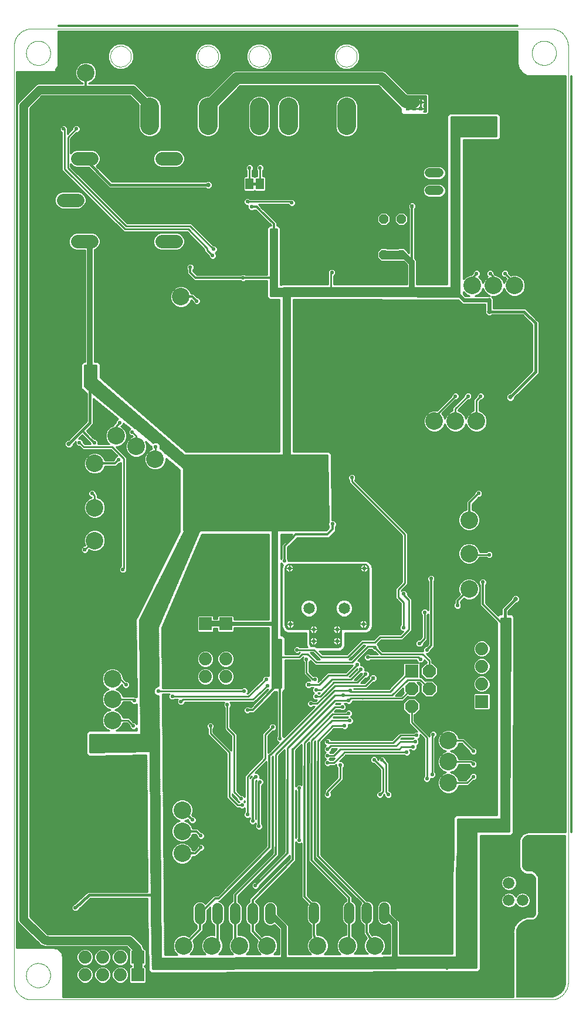
<source format=gbl>
G75*
%MOIN*%
%OFA0B0*%
%FSLAX24Y24*%
%IPPOS*%
%LPD*%
%AMOC8*
5,1,8,0,0,1.08239X$1,22.5*
%
%ADD10C,0.0000*%
%ADD11C,0.0650*%
%ADD12R,0.0740X0.0740*%
%ADD13OC8,0.0740*%
%ADD14C,0.0740*%
%ADD15C,0.0660*%
%ADD16C,0.1350*%
%ADD17C,0.0780*%
%ADD18C,0.1063*%
%ADD19OC8,0.0540*%
%ADD20C,0.1000*%
%ADD21C,0.0600*%
%ADD22C,0.0540*%
%ADD23R,0.0460X0.0630*%
%ADD24C,0.0100*%
%ADD25C,0.0218*%
%ADD26C,0.0120*%
%ADD27C,0.0160*%
%ADD28C,0.0258*%
%ADD29C,0.0320*%
%ADD30C,0.0238*%
%ADD31C,0.0140*%
%ADD32C,0.0240*%
%ADD33C,0.0500*%
%ADD34C,0.0860*%
%ADD35C,0.0080*%
%ADD36C,0.0240*%
%ADD37C,0.0660*%
%ADD38C,0.0060*%
%ADD39C,0.2559*%
D10*
X004083Y005162D02*
X004083Y058280D01*
X004085Y058340D01*
X004090Y058401D01*
X004099Y058460D01*
X004112Y058519D01*
X004128Y058578D01*
X004148Y058635D01*
X004171Y058690D01*
X004198Y058745D01*
X004227Y058797D01*
X004260Y058848D01*
X004296Y058897D01*
X004334Y058943D01*
X004376Y058987D01*
X004420Y059029D01*
X004466Y059067D01*
X004515Y059103D01*
X004566Y059136D01*
X004618Y059165D01*
X004673Y059192D01*
X004728Y059215D01*
X004785Y059235D01*
X004844Y059251D01*
X004903Y059264D01*
X004962Y059273D01*
X005023Y059278D01*
X005083Y059280D01*
X034579Y059280D01*
X034639Y059278D01*
X034700Y059273D01*
X034759Y059264D01*
X034818Y059251D01*
X034877Y059235D01*
X034934Y059215D01*
X034989Y059192D01*
X035044Y059165D01*
X035096Y059136D01*
X035147Y059103D01*
X035196Y059067D01*
X035242Y059029D01*
X035286Y058987D01*
X035328Y058943D01*
X035366Y058897D01*
X035402Y058848D01*
X035435Y058797D01*
X035464Y058745D01*
X035491Y058690D01*
X035514Y058635D01*
X035534Y058578D01*
X035550Y058519D01*
X035563Y058460D01*
X035572Y058401D01*
X035577Y058340D01*
X035579Y058280D01*
X035579Y005162D01*
X035577Y005102D01*
X035572Y005041D01*
X035563Y004982D01*
X035550Y004923D01*
X035534Y004864D01*
X035514Y004807D01*
X035491Y004752D01*
X035464Y004697D01*
X035435Y004645D01*
X035402Y004594D01*
X035366Y004545D01*
X035328Y004499D01*
X035286Y004455D01*
X035242Y004413D01*
X035196Y004375D01*
X035147Y004339D01*
X035096Y004306D01*
X035044Y004277D01*
X034989Y004250D01*
X034934Y004227D01*
X034877Y004207D01*
X034818Y004191D01*
X034759Y004178D01*
X034700Y004169D01*
X034639Y004164D01*
X034579Y004162D01*
X005083Y004162D01*
X005023Y004164D01*
X004962Y004169D01*
X004903Y004178D01*
X004844Y004191D01*
X004785Y004207D01*
X004728Y004227D01*
X004673Y004250D01*
X004618Y004277D01*
X004566Y004306D01*
X004515Y004339D01*
X004466Y004375D01*
X004420Y004413D01*
X004376Y004455D01*
X004334Y004499D01*
X004296Y004545D01*
X004260Y004594D01*
X004227Y004645D01*
X004198Y004697D01*
X004171Y004752D01*
X004148Y004807D01*
X004128Y004864D01*
X004112Y004923D01*
X004099Y004982D01*
X004090Y005041D01*
X004085Y005102D01*
X004083Y005162D01*
X004772Y005540D02*
X004774Y005592D01*
X004780Y005644D01*
X004790Y005695D01*
X004803Y005745D01*
X004821Y005795D01*
X004842Y005842D01*
X004866Y005888D01*
X004895Y005932D01*
X004926Y005974D01*
X004960Y006013D01*
X004997Y006050D01*
X005037Y006083D01*
X005080Y006114D01*
X005124Y006141D01*
X005170Y006165D01*
X005219Y006185D01*
X005268Y006201D01*
X005319Y006214D01*
X005370Y006223D01*
X005422Y006228D01*
X005474Y006229D01*
X005526Y006226D01*
X005578Y006219D01*
X005629Y006208D01*
X005679Y006194D01*
X005728Y006175D01*
X005775Y006153D01*
X005820Y006128D01*
X005864Y006099D01*
X005905Y006067D01*
X005944Y006032D01*
X005979Y005994D01*
X006012Y005953D01*
X006042Y005911D01*
X006068Y005866D01*
X006091Y005819D01*
X006110Y005770D01*
X006126Y005720D01*
X006138Y005670D01*
X006146Y005618D01*
X006150Y005566D01*
X006150Y005514D01*
X006146Y005462D01*
X006138Y005410D01*
X006126Y005360D01*
X006110Y005310D01*
X006091Y005261D01*
X006068Y005214D01*
X006042Y005169D01*
X006012Y005127D01*
X005979Y005086D01*
X005944Y005048D01*
X005905Y005013D01*
X005864Y004981D01*
X005820Y004952D01*
X005775Y004927D01*
X005728Y004905D01*
X005679Y004886D01*
X005629Y004872D01*
X005578Y004861D01*
X005526Y004854D01*
X005474Y004851D01*
X005422Y004852D01*
X005370Y004857D01*
X005319Y004866D01*
X005268Y004879D01*
X005219Y004895D01*
X005170Y004915D01*
X005124Y004939D01*
X005080Y004966D01*
X005037Y004997D01*
X004997Y005030D01*
X004960Y005067D01*
X004926Y005106D01*
X004895Y005148D01*
X004866Y005192D01*
X004842Y005238D01*
X004821Y005285D01*
X004803Y005335D01*
X004790Y005385D01*
X004780Y005436D01*
X004774Y005488D01*
X004772Y005540D01*
X004772Y057902D02*
X004774Y057954D01*
X004780Y058006D01*
X004790Y058057D01*
X004803Y058107D01*
X004821Y058157D01*
X004842Y058204D01*
X004866Y058250D01*
X004895Y058294D01*
X004926Y058336D01*
X004960Y058375D01*
X004997Y058412D01*
X005037Y058445D01*
X005080Y058476D01*
X005124Y058503D01*
X005170Y058527D01*
X005219Y058547D01*
X005268Y058563D01*
X005319Y058576D01*
X005370Y058585D01*
X005422Y058590D01*
X005474Y058591D01*
X005526Y058588D01*
X005578Y058581D01*
X005629Y058570D01*
X005679Y058556D01*
X005728Y058537D01*
X005775Y058515D01*
X005820Y058490D01*
X005864Y058461D01*
X005905Y058429D01*
X005944Y058394D01*
X005979Y058356D01*
X006012Y058315D01*
X006042Y058273D01*
X006068Y058228D01*
X006091Y058181D01*
X006110Y058132D01*
X006126Y058082D01*
X006138Y058032D01*
X006146Y057980D01*
X006150Y057928D01*
X006150Y057876D01*
X006146Y057824D01*
X006138Y057772D01*
X006126Y057722D01*
X006110Y057672D01*
X006091Y057623D01*
X006068Y057576D01*
X006042Y057531D01*
X006012Y057489D01*
X005979Y057448D01*
X005944Y057410D01*
X005905Y057375D01*
X005864Y057343D01*
X005820Y057314D01*
X005775Y057289D01*
X005728Y057267D01*
X005679Y057248D01*
X005629Y057234D01*
X005578Y057223D01*
X005526Y057216D01*
X005474Y057213D01*
X005422Y057214D01*
X005370Y057219D01*
X005319Y057228D01*
X005268Y057241D01*
X005219Y057257D01*
X005170Y057277D01*
X005124Y057301D01*
X005080Y057328D01*
X005037Y057359D01*
X004997Y057392D01*
X004960Y057429D01*
X004926Y057468D01*
X004895Y057510D01*
X004866Y057554D01*
X004842Y057600D01*
X004821Y057647D01*
X004803Y057697D01*
X004790Y057747D01*
X004780Y057798D01*
X004774Y057850D01*
X004772Y057902D01*
X009555Y057713D02*
X009557Y057761D01*
X009563Y057809D01*
X009573Y057856D01*
X009586Y057902D01*
X009604Y057947D01*
X009624Y057991D01*
X009649Y058033D01*
X009677Y058072D01*
X009707Y058109D01*
X009741Y058143D01*
X009778Y058175D01*
X009816Y058204D01*
X009857Y058229D01*
X009900Y058251D01*
X009945Y058269D01*
X009991Y058283D01*
X010038Y058294D01*
X010086Y058301D01*
X010134Y058304D01*
X010182Y058303D01*
X010230Y058298D01*
X010278Y058289D01*
X010324Y058277D01*
X010369Y058260D01*
X010413Y058240D01*
X010455Y058217D01*
X010495Y058190D01*
X010533Y058160D01*
X010568Y058127D01*
X010600Y058091D01*
X010630Y058053D01*
X010656Y058012D01*
X010678Y057969D01*
X010698Y057925D01*
X010713Y057880D01*
X010725Y057833D01*
X010733Y057785D01*
X010737Y057737D01*
X010737Y057689D01*
X010733Y057641D01*
X010725Y057593D01*
X010713Y057546D01*
X010698Y057501D01*
X010678Y057457D01*
X010656Y057414D01*
X010630Y057373D01*
X010600Y057335D01*
X010568Y057299D01*
X010533Y057266D01*
X010495Y057236D01*
X010455Y057209D01*
X010413Y057186D01*
X010369Y057166D01*
X010324Y057149D01*
X010278Y057137D01*
X010230Y057128D01*
X010182Y057123D01*
X010134Y057122D01*
X010086Y057125D01*
X010038Y057132D01*
X009991Y057143D01*
X009945Y057157D01*
X009900Y057175D01*
X009857Y057197D01*
X009816Y057222D01*
X009778Y057251D01*
X009741Y057283D01*
X009707Y057317D01*
X009677Y057354D01*
X009649Y057393D01*
X009624Y057435D01*
X009604Y057479D01*
X009586Y057524D01*
X009573Y057570D01*
X009563Y057617D01*
X009557Y057665D01*
X009555Y057713D01*
X014516Y057713D02*
X014518Y057761D01*
X014524Y057809D01*
X014534Y057856D01*
X014547Y057902D01*
X014565Y057947D01*
X014585Y057991D01*
X014610Y058033D01*
X014638Y058072D01*
X014668Y058109D01*
X014702Y058143D01*
X014739Y058175D01*
X014777Y058204D01*
X014818Y058229D01*
X014861Y058251D01*
X014906Y058269D01*
X014952Y058283D01*
X014999Y058294D01*
X015047Y058301D01*
X015095Y058304D01*
X015143Y058303D01*
X015191Y058298D01*
X015239Y058289D01*
X015285Y058277D01*
X015330Y058260D01*
X015374Y058240D01*
X015416Y058217D01*
X015456Y058190D01*
X015494Y058160D01*
X015529Y058127D01*
X015561Y058091D01*
X015591Y058053D01*
X015617Y058012D01*
X015639Y057969D01*
X015659Y057925D01*
X015674Y057880D01*
X015686Y057833D01*
X015694Y057785D01*
X015698Y057737D01*
X015698Y057689D01*
X015694Y057641D01*
X015686Y057593D01*
X015674Y057546D01*
X015659Y057501D01*
X015639Y057457D01*
X015617Y057414D01*
X015591Y057373D01*
X015561Y057335D01*
X015529Y057299D01*
X015494Y057266D01*
X015456Y057236D01*
X015416Y057209D01*
X015374Y057186D01*
X015330Y057166D01*
X015285Y057149D01*
X015239Y057137D01*
X015191Y057128D01*
X015143Y057123D01*
X015095Y057122D01*
X015047Y057125D01*
X014999Y057132D01*
X014952Y057143D01*
X014906Y057157D01*
X014861Y057175D01*
X014818Y057197D01*
X014777Y057222D01*
X014739Y057251D01*
X014702Y057283D01*
X014668Y057317D01*
X014638Y057354D01*
X014610Y057393D01*
X014585Y057435D01*
X014565Y057479D01*
X014547Y057524D01*
X014534Y057570D01*
X014524Y057617D01*
X014518Y057665D01*
X014516Y057713D01*
X017429Y057713D02*
X017431Y057761D01*
X017437Y057809D01*
X017447Y057856D01*
X017460Y057902D01*
X017478Y057947D01*
X017498Y057991D01*
X017523Y058033D01*
X017551Y058072D01*
X017581Y058109D01*
X017615Y058143D01*
X017652Y058175D01*
X017690Y058204D01*
X017731Y058229D01*
X017774Y058251D01*
X017819Y058269D01*
X017865Y058283D01*
X017912Y058294D01*
X017960Y058301D01*
X018008Y058304D01*
X018056Y058303D01*
X018104Y058298D01*
X018152Y058289D01*
X018198Y058277D01*
X018243Y058260D01*
X018287Y058240D01*
X018329Y058217D01*
X018369Y058190D01*
X018407Y058160D01*
X018442Y058127D01*
X018474Y058091D01*
X018504Y058053D01*
X018530Y058012D01*
X018552Y057969D01*
X018572Y057925D01*
X018587Y057880D01*
X018599Y057833D01*
X018607Y057785D01*
X018611Y057737D01*
X018611Y057689D01*
X018607Y057641D01*
X018599Y057593D01*
X018587Y057546D01*
X018572Y057501D01*
X018552Y057457D01*
X018530Y057414D01*
X018504Y057373D01*
X018474Y057335D01*
X018442Y057299D01*
X018407Y057266D01*
X018369Y057236D01*
X018329Y057209D01*
X018287Y057186D01*
X018243Y057166D01*
X018198Y057149D01*
X018152Y057137D01*
X018104Y057128D01*
X018056Y057123D01*
X018008Y057122D01*
X017960Y057125D01*
X017912Y057132D01*
X017865Y057143D01*
X017819Y057157D01*
X017774Y057175D01*
X017731Y057197D01*
X017690Y057222D01*
X017652Y057251D01*
X017615Y057283D01*
X017581Y057317D01*
X017551Y057354D01*
X017523Y057393D01*
X017498Y057435D01*
X017478Y057479D01*
X017460Y057524D01*
X017447Y057570D01*
X017437Y057617D01*
X017431Y057665D01*
X017429Y057713D01*
X022390Y057713D02*
X022392Y057761D01*
X022398Y057809D01*
X022408Y057856D01*
X022421Y057902D01*
X022439Y057947D01*
X022459Y057991D01*
X022484Y058033D01*
X022512Y058072D01*
X022542Y058109D01*
X022576Y058143D01*
X022613Y058175D01*
X022651Y058204D01*
X022692Y058229D01*
X022735Y058251D01*
X022780Y058269D01*
X022826Y058283D01*
X022873Y058294D01*
X022921Y058301D01*
X022969Y058304D01*
X023017Y058303D01*
X023065Y058298D01*
X023113Y058289D01*
X023159Y058277D01*
X023204Y058260D01*
X023248Y058240D01*
X023290Y058217D01*
X023330Y058190D01*
X023368Y058160D01*
X023403Y058127D01*
X023435Y058091D01*
X023465Y058053D01*
X023491Y058012D01*
X023513Y057969D01*
X023533Y057925D01*
X023548Y057880D01*
X023560Y057833D01*
X023568Y057785D01*
X023572Y057737D01*
X023572Y057689D01*
X023568Y057641D01*
X023560Y057593D01*
X023548Y057546D01*
X023533Y057501D01*
X023513Y057457D01*
X023491Y057414D01*
X023465Y057373D01*
X023435Y057335D01*
X023403Y057299D01*
X023368Y057266D01*
X023330Y057236D01*
X023290Y057209D01*
X023248Y057186D01*
X023204Y057166D01*
X023159Y057149D01*
X023113Y057137D01*
X023065Y057128D01*
X023017Y057123D01*
X022969Y057122D01*
X022921Y057125D01*
X022873Y057132D01*
X022826Y057143D01*
X022780Y057157D01*
X022735Y057175D01*
X022692Y057197D01*
X022651Y057222D01*
X022613Y057251D01*
X022576Y057283D01*
X022542Y057317D01*
X022512Y057354D01*
X022484Y057393D01*
X022459Y057435D01*
X022439Y057479D01*
X022421Y057524D01*
X022408Y057570D01*
X022398Y057617D01*
X022392Y057665D01*
X022390Y057713D01*
X033512Y057902D02*
X033514Y057954D01*
X033520Y058006D01*
X033530Y058057D01*
X033543Y058107D01*
X033561Y058157D01*
X033582Y058204D01*
X033606Y058250D01*
X033635Y058294D01*
X033666Y058336D01*
X033700Y058375D01*
X033737Y058412D01*
X033777Y058445D01*
X033820Y058476D01*
X033864Y058503D01*
X033910Y058527D01*
X033959Y058547D01*
X034008Y058563D01*
X034059Y058576D01*
X034110Y058585D01*
X034162Y058590D01*
X034214Y058591D01*
X034266Y058588D01*
X034318Y058581D01*
X034369Y058570D01*
X034419Y058556D01*
X034468Y058537D01*
X034515Y058515D01*
X034560Y058490D01*
X034604Y058461D01*
X034645Y058429D01*
X034684Y058394D01*
X034719Y058356D01*
X034752Y058315D01*
X034782Y058273D01*
X034808Y058228D01*
X034831Y058181D01*
X034850Y058132D01*
X034866Y058082D01*
X034878Y058032D01*
X034886Y057980D01*
X034890Y057928D01*
X034890Y057876D01*
X034886Y057824D01*
X034878Y057772D01*
X034866Y057722D01*
X034850Y057672D01*
X034831Y057623D01*
X034808Y057576D01*
X034782Y057531D01*
X034752Y057489D01*
X034719Y057448D01*
X034684Y057410D01*
X034645Y057375D01*
X034604Y057343D01*
X034560Y057314D01*
X034515Y057289D01*
X034468Y057267D01*
X034419Y057248D01*
X034369Y057234D01*
X034318Y057223D01*
X034266Y057216D01*
X034214Y057213D01*
X034162Y057214D01*
X034110Y057219D01*
X034059Y057228D01*
X034008Y057241D01*
X033959Y057257D01*
X033910Y057277D01*
X033864Y057301D01*
X033820Y057328D01*
X033777Y057359D01*
X033737Y057392D01*
X033700Y057429D01*
X033666Y057468D01*
X033635Y057510D01*
X033606Y057554D01*
X033582Y057600D01*
X033561Y057647D01*
X033543Y057697D01*
X033530Y057747D01*
X033520Y057798D01*
X033514Y057850D01*
X033512Y057902D01*
D11*
X022850Y026367D03*
X020850Y026367D03*
D12*
X016113Y025501D03*
X014960Y025495D03*
X026675Y022815D03*
X030663Y021082D03*
X011116Y006566D03*
X011116Y005571D03*
D13*
X026675Y020815D03*
X026675Y021815D03*
X027675Y021815D03*
X027675Y022815D03*
X027675Y020815D03*
D14*
X030663Y022082D03*
X030663Y023082D03*
X030663Y024082D03*
X016113Y024501D03*
X016113Y023501D03*
X016113Y022501D03*
X014960Y022495D03*
X014960Y023495D03*
X014960Y024495D03*
X010116Y006566D03*
X010116Y005571D03*
X009116Y005571D03*
X009116Y006566D03*
X008116Y006566D03*
X008116Y005571D03*
D15*
X032203Y009804D03*
X032983Y009804D03*
X032983Y010788D03*
X032203Y010788D03*
D16*
X034053Y012666D03*
X034053Y007926D03*
D17*
X013275Y047208D02*
X012495Y047208D01*
X012495Y051908D02*
X013275Y051908D01*
X008475Y051908D02*
X007695Y051908D01*
X007675Y049558D02*
X006895Y049558D01*
X007695Y047208D02*
X008475Y047208D01*
D18*
X010146Y053776D02*
X010146Y054839D01*
X011800Y054839D02*
X011800Y053776D01*
X013453Y053776D02*
X013453Y054839D01*
X015107Y054839D02*
X015107Y053776D01*
X018020Y053776D02*
X018020Y054839D01*
X019674Y054839D02*
X019674Y053776D01*
X021327Y053776D02*
X021327Y054839D01*
X022981Y054839D02*
X022981Y053776D01*
D19*
X025087Y048476D03*
X025087Y047476D03*
X025087Y046453D03*
X025087Y045453D03*
X026087Y045453D03*
X026087Y046453D03*
X026087Y047476D03*
X026087Y048476D03*
D20*
X030123Y044702D03*
X031323Y044702D03*
X032523Y044702D03*
X030363Y037002D03*
X029163Y037002D03*
X027963Y037002D03*
X029943Y031387D03*
X029943Y029482D03*
X029943Y027464D03*
X028763Y018862D03*
X028763Y017662D03*
X028763Y016462D03*
X024577Y007222D03*
X023017Y007222D03*
X021337Y007222D03*
X018457Y007222D03*
X016897Y007222D03*
X015337Y007222D03*
X013717Y007222D03*
X013643Y012462D03*
X013643Y013722D03*
X013643Y014922D03*
X009683Y020022D03*
X009683Y021222D03*
X009683Y022362D03*
X008663Y030225D03*
X008663Y032085D03*
X008663Y034605D03*
X009883Y036162D03*
X011023Y035562D03*
X012103Y034842D03*
X013563Y044062D03*
X021003Y034462D03*
X008163Y056782D03*
X006888Y056782D03*
D21*
X013640Y009350D02*
X013640Y008750D01*
X014640Y008750D02*
X014640Y009350D01*
X015640Y009350D02*
X015640Y008750D01*
X016640Y008750D02*
X016640Y009350D01*
X017640Y009350D02*
X017640Y008750D01*
X018640Y008750D02*
X018640Y009350D01*
X020130Y009383D02*
X020130Y008783D01*
X021130Y008783D02*
X021130Y009383D01*
X022130Y009383D02*
X022130Y008783D01*
X023130Y008783D02*
X023130Y009383D01*
X024130Y009383D02*
X024130Y008783D01*
X025130Y008783D02*
X025130Y009383D01*
D22*
X027693Y050102D02*
X028233Y050102D01*
X028233Y051102D02*
X027693Y051102D01*
D23*
X018063Y050482D03*
X017463Y050482D03*
D24*
X017463Y051382D01*
X017313Y051541D02*
X013614Y051541D01*
X013558Y051485D02*
X013698Y051625D01*
X013774Y051808D01*
X013774Y052007D01*
X013698Y052190D01*
X013558Y052331D01*
X013374Y052407D01*
X012396Y052407D01*
X012212Y052331D01*
X012072Y052190D01*
X011996Y052007D01*
X011996Y051808D01*
X012072Y051625D01*
X012212Y051485D01*
X012396Y051409D01*
X013374Y051409D01*
X013558Y051485D01*
X013455Y051442D02*
X017245Y051442D01*
X017245Y051472D02*
X017245Y051292D01*
X017304Y051232D01*
X017304Y050906D01*
X017188Y050906D01*
X017124Y050842D01*
X017124Y050122D01*
X017188Y050058D01*
X017739Y050058D01*
X017763Y050083D01*
X017788Y050058D01*
X018339Y050058D01*
X018402Y050122D01*
X018402Y050842D01*
X018339Y050906D01*
X018222Y050906D01*
X018222Y051232D01*
X018282Y051292D01*
X018282Y051472D01*
X018154Y051600D01*
X017973Y051600D01*
X017845Y051472D01*
X017845Y051292D01*
X017904Y051232D01*
X017904Y050906D01*
X017788Y050906D01*
X017763Y050881D01*
X017739Y050906D01*
X017622Y050906D01*
X017622Y051232D01*
X017682Y051292D01*
X017682Y051472D01*
X017554Y051600D01*
X017373Y051600D01*
X017245Y051472D01*
X017245Y051344D02*
X008916Y051344D01*
X008818Y051442D02*
X012315Y051442D01*
X012156Y051541D02*
X008814Y051541D01*
X008767Y051493D02*
X008898Y051625D01*
X008974Y051808D01*
X008974Y052007D01*
X008898Y052190D01*
X008758Y052331D01*
X008574Y052407D01*
X007596Y052407D01*
X007412Y052331D01*
X007302Y052221D01*
X007302Y053056D01*
X007630Y053384D01*
X007714Y053384D01*
X007842Y053512D01*
X007842Y053692D01*
X007714Y053820D01*
X007533Y053820D01*
X007405Y053692D01*
X007405Y053609D01*
X007122Y053609D01*
X007122Y053668D02*
X007122Y053669D01*
X007122Y053692D01*
X006994Y053820D01*
X006813Y053820D01*
X006685Y053692D01*
X006685Y053512D01*
X006804Y053392D01*
X006804Y051256D01*
X010224Y047836D01*
X010317Y047743D01*
X013917Y047743D01*
X014904Y046756D01*
X014904Y046636D01*
X015145Y046395D01*
X015145Y046312D01*
X015273Y046184D01*
X015454Y046184D01*
X015582Y046312D01*
X015582Y046492D01*
X015522Y046552D01*
X015642Y046672D01*
X015642Y046852D01*
X015514Y046980D01*
X015430Y046980D01*
X014169Y048241D01*
X010509Y048241D01*
X007302Y051448D01*
X007302Y051595D01*
X007412Y051485D01*
X007596Y051409D01*
X008317Y051409D01*
X009382Y050344D01*
X009492Y050233D01*
X014975Y050233D01*
X015025Y050184D01*
X015222Y050184D01*
X015362Y050323D01*
X015362Y050521D01*
X015222Y050660D01*
X015025Y050660D01*
X014975Y050611D01*
X009649Y050611D01*
X008767Y051493D01*
X008904Y051639D02*
X012066Y051639D01*
X012025Y051738D02*
X008945Y051738D01*
X008974Y051836D02*
X011996Y051836D01*
X011996Y051935D02*
X008974Y051935D01*
X008963Y052033D02*
X012007Y052033D01*
X012048Y052132D02*
X008923Y052132D01*
X008858Y052230D02*
X012112Y052230D01*
X012210Y052329D02*
X008760Y052329D01*
X008382Y051344D02*
X007407Y051344D01*
X007308Y051442D02*
X007515Y051442D01*
X007356Y051541D02*
X007302Y051541D01*
X007143Y051382D02*
X010443Y048082D01*
X014103Y048082D01*
X015423Y046762D01*
X015583Y046911D02*
X018463Y046911D01*
X018463Y046813D02*
X015642Y046813D01*
X015642Y046714D02*
X018463Y046714D01*
X018463Y046616D02*
X015586Y046616D01*
X015557Y046517D02*
X018463Y046517D01*
X018463Y046419D02*
X015582Y046419D01*
X015582Y046320D02*
X018463Y046320D01*
X018463Y046222D02*
X015492Y046222D01*
X015363Y046402D02*
X015063Y046702D01*
X015063Y046822D01*
X013983Y047902D01*
X010383Y047902D01*
X006963Y051322D01*
X006963Y053602D01*
X006903Y053602D01*
X006685Y053609D02*
X004982Y053609D01*
X004982Y053511D02*
X006686Y053511D01*
X006785Y053412D02*
X004982Y053412D01*
X004982Y053314D02*
X006804Y053314D01*
X006804Y053215D02*
X004982Y053215D01*
X004982Y053117D02*
X006804Y053117D01*
X006804Y053018D02*
X004982Y053018D01*
X004982Y052920D02*
X006804Y052920D01*
X006804Y052821D02*
X004982Y052821D01*
X004982Y052723D02*
X006804Y052723D01*
X006804Y052624D02*
X004982Y052624D01*
X004982Y052526D02*
X006804Y052526D01*
X006804Y052427D02*
X004982Y052427D01*
X004982Y052329D02*
X006804Y052329D01*
X006804Y052230D02*
X004982Y052230D01*
X004982Y052132D02*
X006804Y052132D01*
X006804Y052033D02*
X004982Y052033D01*
X004982Y051935D02*
X006804Y051935D01*
X006804Y051836D02*
X004982Y051836D01*
X004982Y051738D02*
X006804Y051738D01*
X006804Y051639D02*
X004982Y051639D01*
X004982Y051541D02*
X006804Y051541D01*
X006804Y051442D02*
X004982Y051442D01*
X004982Y051344D02*
X006804Y051344D01*
X006815Y051245D02*
X004982Y051245D01*
X004982Y051147D02*
X006914Y051147D01*
X007012Y051048D02*
X004982Y051048D01*
X004982Y050950D02*
X007111Y050950D01*
X007209Y050851D02*
X004982Y050851D01*
X004982Y050753D02*
X007308Y050753D01*
X007406Y050654D02*
X004982Y050654D01*
X004982Y050556D02*
X007505Y050556D01*
X007603Y050457D02*
X004982Y050457D01*
X004982Y050359D02*
X007702Y050359D01*
X007800Y050260D02*
X004982Y050260D01*
X004982Y050162D02*
X007899Y050162D01*
X007997Y050063D02*
X004982Y050063D01*
X004982Y049965D02*
X006596Y049965D01*
X006612Y049981D02*
X006472Y049840D01*
X006396Y049657D01*
X006396Y049458D01*
X006472Y049275D01*
X004982Y049275D01*
X004982Y049177D02*
X006570Y049177D01*
X006612Y049135D02*
X006796Y049059D01*
X007774Y049059D01*
X007958Y049135D01*
X008098Y049275D01*
X008174Y049458D01*
X008174Y049657D01*
X008098Y049840D01*
X007958Y049981D01*
X007774Y050057D01*
X006796Y050057D01*
X006612Y049981D01*
X006498Y049866D02*
X004982Y049866D01*
X004982Y049768D02*
X006442Y049768D01*
X006401Y049669D02*
X004982Y049669D01*
X004982Y049571D02*
X006396Y049571D01*
X006396Y049472D02*
X004982Y049472D01*
X004982Y049374D02*
X006431Y049374D01*
X006472Y049275D02*
X006612Y049135D01*
X006749Y049078D02*
X004982Y049078D01*
X004982Y048980D02*
X009081Y048980D01*
X008982Y049078D02*
X007822Y049078D01*
X008000Y049177D02*
X008884Y049177D01*
X008785Y049275D02*
X008098Y049275D01*
X008139Y049374D02*
X008687Y049374D01*
X008588Y049472D02*
X008174Y049472D01*
X008174Y049571D02*
X008490Y049571D01*
X008391Y049669D02*
X008169Y049669D01*
X008128Y049768D02*
X008293Y049768D01*
X008194Y049866D02*
X008072Y049866D01*
X008096Y049965D02*
X007974Y049965D01*
X008392Y050359D02*
X009367Y050359D01*
X009268Y050457D02*
X008293Y050457D01*
X008195Y050556D02*
X009170Y050556D01*
X009071Y050654D02*
X008096Y050654D01*
X007998Y050753D02*
X008973Y050753D01*
X008874Y050851D02*
X007899Y050851D01*
X007801Y050950D02*
X008776Y050950D01*
X008677Y051048D02*
X007702Y051048D01*
X007604Y051147D02*
X008579Y051147D01*
X008480Y051245D02*
X007505Y051245D01*
X007143Y051382D02*
X007143Y053122D01*
X007623Y053602D01*
X007405Y053609D02*
X007122Y053326D01*
X007122Y053668D01*
X007106Y053708D02*
X007420Y053708D01*
X007519Y053806D02*
X007008Y053806D01*
X006799Y053806D02*
X004982Y053806D01*
X004982Y053708D02*
X006700Y053708D01*
X007122Y053511D02*
X007307Y053511D01*
X007209Y053412D02*
X007122Y053412D01*
X007363Y053117D02*
X028703Y053117D01*
X028703Y053215D02*
X023300Y053215D01*
X023344Y053233D02*
X023524Y053413D01*
X023622Y053649D01*
X023622Y054967D01*
X023524Y055202D01*
X023344Y055382D01*
X025442Y055382D01*
X025344Y055481D02*
X016369Y055481D01*
X016468Y055579D02*
X025245Y055579D01*
X025147Y055678D02*
X016566Y055678D01*
X016665Y055776D02*
X025048Y055776D01*
X024950Y055875D02*
X016763Y055875D01*
X016862Y055973D02*
X024851Y055973D01*
X024781Y056043D02*
X025971Y054853D01*
X026064Y054760D01*
X026064Y054496D01*
X026157Y054403D01*
X027549Y054403D01*
X027642Y054496D01*
X035431Y054496D01*
X035431Y054594D02*
X027642Y054594D01*
X027642Y054496D02*
X027642Y055528D01*
X027549Y055621D01*
X026445Y055621D01*
X025212Y056854D01*
X025051Y056921D01*
X016662Y056921D01*
X016501Y056854D01*
X016378Y056731D01*
X015127Y055480D01*
X014980Y055480D01*
X014744Y055382D01*
X012163Y055382D01*
X011927Y055480D01*
X011672Y055480D01*
X011666Y055477D01*
X011063Y056076D01*
X011013Y056126D01*
X011012Y056127D01*
X011011Y056127D01*
X010946Y056154D01*
X010881Y056181D01*
X010880Y056181D01*
X010879Y056181D01*
X010808Y056181D01*
X008332Y056181D01*
X008332Y056193D01*
X008508Y056266D01*
X008680Y056437D01*
X008772Y056661D01*
X008772Y056903D01*
X008680Y057127D01*
X008508Y057298D01*
X008284Y057391D01*
X008042Y057391D01*
X007818Y057298D01*
X007647Y057127D01*
X007554Y056903D01*
X007554Y056661D01*
X007647Y056437D01*
X007818Y056266D01*
X007994Y056193D01*
X007994Y056181D01*
X005452Y056181D01*
X005320Y056126D01*
X005219Y056025D01*
X004319Y055125D01*
X004264Y054993D01*
X004264Y008651D01*
X004319Y008519D01*
X005473Y007364D01*
X005473Y007364D01*
X005544Y007294D01*
X005544Y007294D01*
X005860Y007163D01*
X010475Y007163D01*
X010647Y006991D01*
X010637Y006981D01*
X010637Y006151D01*
X010701Y006087D01*
X010757Y006087D01*
X010757Y006050D01*
X010701Y006050D01*
X010637Y005986D01*
X010637Y005156D01*
X010701Y005092D01*
X011532Y005092D01*
X011595Y005156D01*
X011595Y005986D01*
X011532Y006050D01*
X011475Y006050D01*
X011475Y006087D01*
X011532Y006087D01*
X011595Y006151D01*
X011595Y006981D01*
X011532Y007045D01*
X011454Y007045D01*
X011345Y007308D01*
X011345Y007308D01*
X011224Y007429D01*
X011224Y007429D01*
X011222Y007431D01*
X010827Y007826D01*
X010695Y007881D01*
X006030Y007881D01*
X006003Y007884D01*
X005952Y007905D01*
X011686Y007905D01*
X011687Y007807D02*
X010847Y007807D01*
X010945Y007708D02*
X011689Y007708D01*
X011691Y007610D02*
X011044Y007610D01*
X011142Y007511D02*
X011693Y007511D01*
X011695Y007413D02*
X011241Y007413D01*
X011339Y007314D02*
X011697Y007314D01*
X011699Y007216D02*
X011383Y007216D01*
X011424Y007117D02*
X011700Y007117D01*
X011702Y007019D02*
X011558Y007019D01*
X011595Y006920D02*
X011704Y006920D01*
X011706Y006822D02*
X011595Y006822D01*
X011595Y006723D02*
X011708Y006723D01*
X011710Y006625D02*
X011595Y006625D01*
X011595Y006526D02*
X011712Y006526D01*
X011713Y006428D02*
X011595Y006428D01*
X011595Y006329D02*
X011715Y006329D01*
X011717Y006230D02*
X011595Y006230D01*
X011577Y006132D02*
X011719Y006132D01*
X011721Y006033D02*
X011548Y006033D01*
X011595Y005935D02*
X011723Y005935D01*
X011723Y005900D02*
X011724Y005810D01*
X011725Y005809D01*
X011725Y005807D01*
X011789Y005745D01*
X011853Y005682D01*
X011855Y005682D01*
X011856Y005680D01*
X011946Y005682D01*
X028610Y005736D01*
X028613Y005733D01*
X028753Y005733D01*
X028757Y005737D01*
X030364Y005742D01*
X030454Y005742D01*
X030455Y005742D01*
X030519Y005807D01*
X030583Y005871D01*
X030583Y005871D01*
X030584Y005872D01*
X030583Y005962D01*
X030583Y013482D01*
X032223Y013482D01*
X032313Y013482D01*
X032314Y013482D01*
X032314Y013482D01*
X032379Y013546D01*
X032443Y013610D01*
X032443Y013610D01*
X032443Y013611D01*
X032443Y013701D01*
X032503Y025730D01*
X032503Y025731D01*
X032503Y025822D01*
X032504Y025912D01*
X032503Y025912D01*
X032503Y025913D01*
X032439Y025977D01*
X032376Y026042D01*
X032375Y026042D01*
X032374Y026042D01*
X032284Y026042D01*
X032193Y026042D01*
X032172Y026042D01*
X032172Y026224D01*
X032612Y026664D01*
X032682Y026664D01*
X032822Y026803D01*
X032822Y027001D01*
X032682Y027140D01*
X032485Y027140D01*
X032345Y027001D01*
X032345Y026931D01*
X031905Y026491D01*
X031794Y026380D01*
X031794Y026042D01*
X031652Y026042D01*
X031587Y025977D01*
X030892Y026672D01*
X030892Y027722D01*
X030942Y027772D01*
X030942Y027952D01*
X030814Y028080D01*
X030633Y028080D01*
X030505Y027952D01*
X030505Y027772D01*
X030554Y027722D01*
X030554Y026532D01*
X031523Y025563D01*
X031523Y014642D01*
X029192Y014642D01*
X029063Y014513D01*
X029063Y012687D01*
X029007Y011457D01*
X029003Y011453D01*
X029003Y011367D01*
X028999Y011281D01*
X029003Y011277D01*
X029003Y006781D01*
X025986Y006770D01*
X025986Y008550D01*
X025945Y008649D01*
X025869Y008725D01*
X025539Y009055D01*
X025539Y009465D01*
X025477Y009615D01*
X025362Y009730D01*
X025212Y009792D01*
X025049Y009792D01*
X024899Y009730D01*
X024784Y009615D01*
X024721Y009465D01*
X024721Y008702D01*
X024784Y008552D01*
X024899Y008436D01*
X025049Y008374D01*
X025212Y008374D01*
X025362Y008436D01*
X025379Y008454D01*
X025448Y008385D01*
X025448Y006769D01*
X024983Y006767D01*
X025093Y006877D01*
X025186Y007101D01*
X025186Y007343D01*
X025093Y007567D01*
X024922Y007738D01*
X024698Y007831D01*
X024456Y007831D01*
X024419Y007816D01*
X024299Y008015D01*
X024299Y008411D01*
X024362Y008436D01*
X024477Y008552D01*
X024539Y008702D01*
X024539Y009465D01*
X024477Y009615D01*
X024362Y009730D01*
X024212Y009792D01*
X024132Y009792D01*
X021532Y012392D01*
X021532Y017732D01*
X021522Y017742D01*
X021522Y018796D01*
X021552Y018826D01*
X022269Y019543D01*
X022714Y019543D01*
X022773Y019484D01*
X022954Y019484D01*
X023082Y019612D01*
X023082Y019784D01*
X023254Y019784D01*
X023382Y019912D01*
X023382Y020092D01*
X023254Y020220D01*
X023210Y020220D01*
X023322Y020332D01*
X023322Y020512D01*
X023194Y020640D01*
X023013Y020640D01*
X022894Y020521D01*
X022287Y020521D01*
X022389Y020623D01*
X022594Y020623D01*
X022653Y020564D01*
X022834Y020564D01*
X022962Y020692D01*
X022962Y020872D01*
X022851Y020983D01*
X022954Y020983D01*
X023013Y020924D01*
X023194Y020924D01*
X023322Y021052D01*
X023322Y021103D01*
X023820Y021103D01*
X023821Y021101D01*
X023953Y021101D01*
X023955Y021103D01*
X026188Y021103D01*
X026449Y021363D01*
X026476Y021336D01*
X026873Y021336D01*
X027154Y021616D01*
X027154Y022013D01*
X027004Y022163D01*
X027102Y022163D01*
X027224Y022041D01*
X027196Y022013D01*
X027196Y021616D01*
X027476Y021336D01*
X027873Y021336D01*
X028154Y021616D01*
X028154Y022013D01*
X027873Y022294D01*
X027476Y022294D01*
X027449Y022266D01*
X027233Y022481D01*
X027154Y022481D01*
X027154Y023230D01*
X027120Y023264D01*
X027274Y023264D01*
X027402Y023392D01*
X027402Y023459D01*
X027516Y023345D01*
X027516Y023294D01*
X027476Y023294D01*
X027196Y023013D01*
X027196Y022616D01*
X027476Y022336D01*
X027873Y022336D01*
X028154Y022616D01*
X028154Y023013D01*
X027873Y023294D01*
X027834Y023294D01*
X027834Y023476D01*
X027507Y023804D01*
X027634Y023804D01*
X027762Y023932D01*
X027762Y024001D01*
X027952Y024192D01*
X027952Y027923D01*
X028002Y027972D01*
X028002Y028153D01*
X027874Y028281D01*
X027693Y028281D01*
X027565Y028153D01*
X027565Y027972D01*
X027614Y027923D01*
X027614Y026261D01*
X027499Y026376D01*
X027318Y026376D01*
X027190Y026248D01*
X027190Y026067D01*
X027250Y026008D01*
X027250Y024733D01*
X027117Y024600D01*
X027033Y024600D01*
X026905Y024472D01*
X026905Y024292D01*
X027033Y024164D01*
X027214Y024164D01*
X027342Y024292D01*
X027342Y024375D01*
X027475Y024508D01*
X027568Y024601D01*
X027568Y026008D01*
X027614Y026054D01*
X027614Y024332D01*
X027523Y024240D01*
X027453Y024240D01*
X027325Y024112D01*
X027325Y023941D01*
X025029Y023941D01*
X024822Y024149D01*
X024822Y024232D01*
X024720Y024334D01*
X024762Y024376D01*
X024969Y024583D01*
X026169Y024583D01*
X026589Y025003D01*
X026682Y025096D01*
X026682Y026908D01*
X026442Y027149D01*
X026442Y027292D01*
X026314Y027420D01*
X026133Y027420D01*
X026082Y027370D01*
X026082Y027376D01*
X026442Y027736D01*
X026442Y030628D01*
X023442Y033628D01*
X023442Y033652D01*
X023502Y033712D01*
X035431Y033712D01*
X035431Y033614D02*
X023457Y033614D01*
X023502Y033712D02*
X023502Y033892D01*
X023374Y034020D01*
X023193Y034020D01*
X023065Y033892D01*
X023065Y033712D01*
X022132Y033712D01*
X022133Y033614D02*
X023124Y033614D01*
X023124Y033652D02*
X023124Y033496D01*
X023217Y033403D01*
X023217Y033403D01*
X026124Y030496D01*
X026124Y027868D01*
X025764Y027508D01*
X025764Y026956D01*
X025857Y026863D01*
X026064Y026656D01*
X026064Y025432D01*
X026005Y025372D01*
X026005Y025192D01*
X026133Y025064D01*
X026200Y025064D01*
X026037Y024901D01*
X024837Y024901D01*
X024537Y024601D01*
X023817Y024601D01*
X022977Y023761D01*
X021609Y023761D01*
X021428Y023942D01*
X022423Y023942D01*
X022433Y023934D01*
X022501Y023942D01*
X022523Y023931D01*
X022556Y023942D01*
X022576Y023942D01*
X022585Y023951D01*
X022592Y023952D01*
X022612Y023947D01*
X022625Y023956D01*
X022640Y023957D01*
X022653Y023973D01*
X022663Y023979D01*
X022674Y023983D01*
X022695Y023983D01*
X022706Y023994D01*
X022720Y023999D01*
X022729Y024018D01*
X022737Y024026D01*
X022747Y024032D01*
X022767Y024037D01*
X022775Y024050D01*
X022788Y024058D01*
X022793Y024078D01*
X022799Y024088D01*
X022808Y024097D01*
X022826Y024105D01*
X022831Y024120D01*
X022842Y024131D01*
X022842Y024151D01*
X022846Y024162D01*
X022852Y024172D01*
X022868Y024185D01*
X022870Y024200D01*
X022878Y024213D01*
X022873Y024233D01*
X022874Y024240D01*
X022883Y024249D01*
X022883Y024269D01*
X022895Y024302D01*
X022884Y024325D01*
X022891Y024392D01*
X022883Y024402D01*
X022883Y024962D01*
X023922Y024962D01*
X023930Y024955D01*
X024001Y024962D01*
X024021Y024951D01*
X024056Y024962D01*
X024076Y024962D01*
X024084Y024970D01*
X024093Y024971D01*
X024110Y024966D01*
X024126Y024974D01*
X024144Y024976D01*
X024156Y024990D01*
X024166Y024995D01*
X024177Y024999D01*
X024195Y024997D01*
X024209Y025008D01*
X024226Y025014D01*
X024235Y025030D01*
X024244Y025037D01*
X024254Y025043D01*
X024272Y025044D01*
X024284Y025058D01*
X024300Y025067D01*
X024305Y025084D01*
X024312Y025093D01*
X024321Y025101D01*
X024339Y025106D01*
X024347Y025122D01*
X024361Y025133D01*
X024363Y025151D01*
X024368Y025161D01*
X024376Y025170D01*
X024392Y025179D01*
X024397Y025196D01*
X024408Y025210D01*
X024407Y025228D01*
X024410Y025239D01*
X024415Y025250D01*
X024429Y025261D01*
X024431Y025279D01*
X024440Y025295D01*
X024434Y025312D01*
X024435Y025321D01*
X024443Y025329D01*
X024443Y025349D01*
X024454Y025384D01*
X024444Y025404D01*
X024450Y025475D01*
X024443Y025484D01*
X024443Y028560D01*
X024450Y028569D01*
X024444Y028640D01*
X024454Y028660D01*
X024443Y028695D01*
X024443Y028715D01*
X024435Y028723D01*
X024434Y028732D01*
X024440Y028749D01*
X024431Y028765D01*
X024429Y028783D01*
X024415Y028794D01*
X024410Y028805D01*
X024407Y028816D01*
X024408Y028834D01*
X024397Y028848D01*
X024392Y028865D01*
X024376Y028874D01*
X024368Y028883D01*
X024363Y028893D01*
X024361Y028911D01*
X024347Y028922D01*
X024339Y028938D01*
X024321Y028943D01*
X024312Y028951D01*
X024305Y028960D01*
X024300Y028977D01*
X024284Y028986D01*
X024272Y029000D01*
X024254Y029001D01*
X024244Y029007D01*
X024235Y029014D01*
X024226Y029030D01*
X024209Y029036D01*
X024195Y029047D01*
X024177Y029045D01*
X024166Y029049D01*
X024156Y029054D01*
X024144Y029068D01*
X024126Y029070D01*
X024110Y029078D01*
X024093Y029073D01*
X024084Y029074D01*
X024076Y029082D01*
X024056Y029082D01*
X024021Y029093D01*
X024001Y029082D01*
X023930Y029089D01*
X023922Y029082D01*
X019825Y029082D01*
X019816Y029089D01*
X019745Y029082D01*
X019726Y029093D01*
X019691Y029082D01*
X019670Y029082D01*
X019663Y029074D01*
X019662Y029074D01*
X019662Y029152D01*
X019612Y029202D01*
X019612Y029832D01*
X020173Y030393D01*
X021973Y030393D01*
X022273Y030693D01*
X022372Y030792D01*
X022372Y031022D01*
X022422Y031072D01*
X022422Y031252D01*
X022294Y031380D01*
X022164Y031380D01*
X022113Y035064D01*
X022113Y035153D01*
X022111Y035154D01*
X022111Y035156D01*
X022047Y035219D01*
X021984Y035282D01*
X021982Y035282D01*
X021981Y035283D01*
X021891Y035282D01*
X019963Y035282D01*
X019963Y043922D01*
X020757Y043922D01*
X029312Y043869D01*
X029312Y043868D01*
X029333Y043868D01*
X029414Y043787D01*
X029548Y043653D01*
X030854Y043653D01*
X030854Y043330D01*
X030845Y043321D01*
X030845Y043123D01*
X030985Y042984D01*
X031182Y042984D01*
X031231Y043033D01*
X032985Y043033D01*
X033534Y042484D01*
X033534Y039880D01*
X032254Y038600D01*
X032185Y038600D01*
X032045Y038461D01*
X032045Y038263D01*
X032185Y038124D01*
X032382Y038124D01*
X032522Y038263D01*
X032522Y038333D01*
X033912Y039724D01*
X033912Y042640D01*
X033802Y042751D01*
X033142Y043411D01*
X031312Y043411D01*
X031312Y043774D01*
X031322Y043783D01*
X031322Y043981D01*
X031209Y044093D01*
X031444Y044093D01*
X031668Y044186D01*
X031840Y044357D01*
X031923Y044559D01*
X032007Y044357D01*
X032178Y044186D01*
X032402Y044093D01*
X032644Y044093D01*
X032868Y044186D01*
X033040Y044357D01*
X033132Y044581D01*
X033132Y044823D01*
X033040Y045047D01*
X032868Y045218D01*
X032644Y045311D01*
X032402Y045311D01*
X032315Y045275D01*
X032202Y045389D01*
X032202Y045472D01*
X032074Y045600D01*
X031893Y045600D01*
X031765Y045472D01*
X031765Y045292D01*
X031893Y045164D01*
X031977Y045164D01*
X032050Y045090D01*
X032007Y045047D01*
X031923Y044845D01*
X031840Y045047D01*
X031668Y045218D01*
X031444Y045311D01*
X031439Y045311D01*
X031362Y045389D01*
X031362Y045472D01*
X031234Y045600D01*
X031053Y045600D01*
X030925Y045472D01*
X030925Y045292D01*
X030992Y045224D01*
X030978Y045218D01*
X030807Y045047D01*
X030723Y044845D01*
X030640Y045047D01*
X030488Y045198D01*
X030582Y045292D01*
X030582Y045472D01*
X030454Y045600D01*
X030273Y045600D01*
X030145Y045472D01*
X030145Y045389D01*
X030067Y045311D01*
X030002Y045311D01*
X029778Y045218D01*
X029623Y045063D01*
X029623Y052962D01*
X031594Y052962D01*
X031723Y053091D01*
X031723Y054353D01*
X031594Y054482D01*
X028832Y054482D01*
X028703Y054353D01*
X028703Y044788D01*
X026972Y044788D01*
X026972Y046090D01*
X026931Y046189D01*
X026872Y046248D01*
X026872Y049068D01*
X026932Y049127D01*
X026932Y049317D01*
X026798Y049450D01*
X026609Y049450D01*
X026475Y049317D01*
X026475Y049127D01*
X026534Y049068D01*
X026534Y046532D01*
X026466Y046599D01*
X026466Y046610D01*
X026244Y046832D01*
X025930Y046832D01*
X025910Y046812D01*
X025264Y046812D01*
X025244Y046832D01*
X024930Y046832D01*
X024708Y046610D01*
X024708Y046296D01*
X024930Y046073D01*
X025244Y046073D01*
X025264Y046093D01*
X025910Y046093D01*
X025930Y046073D01*
X026231Y046073D01*
X026434Y045871D01*
X026434Y044788D01*
X022242Y044788D01*
X022242Y045232D01*
X022362Y045352D01*
X022362Y045532D01*
X026434Y045532D01*
X026434Y045434D02*
X022362Y045434D01*
X022362Y045532D02*
X022234Y045660D01*
X022053Y045660D01*
X021925Y045532D01*
X019223Y045532D01*
X019223Y045434D02*
X021924Y045434D01*
X021924Y045448D02*
X021924Y044788D01*
X019292Y044788D01*
X019246Y044742D01*
X019223Y044742D01*
X019223Y047985D01*
X019106Y048102D01*
X019012Y048102D01*
X019012Y048272D01*
X018913Y048371D01*
X018133Y049151D01*
X018052Y049232D01*
X017981Y049303D01*
X019654Y049303D01*
X019773Y049184D01*
X019954Y049184D01*
X020082Y049312D01*
X020082Y049492D01*
X019954Y049620D01*
X019870Y049620D01*
X019869Y049621D01*
X017493Y049621D01*
X017434Y049680D01*
X017253Y049680D01*
X017125Y049552D01*
X017125Y049372D01*
X017253Y049244D01*
X017337Y049244D01*
X017337Y049243D01*
X017365Y049243D01*
X017365Y049072D01*
X017493Y048944D01*
X017674Y048944D01*
X017723Y048993D01*
X017813Y048993D01*
X017894Y048912D01*
X018674Y048132D01*
X018674Y048102D01*
X018580Y048102D01*
X018463Y047985D01*
X018463Y045311D01*
X017243Y045311D01*
X017194Y045360D01*
X017013Y045360D01*
X016964Y045311D01*
X014473Y045311D01*
X014272Y045512D01*
X014272Y045602D01*
X014322Y045652D01*
X014322Y045832D01*
X014194Y045960D01*
X014013Y045960D01*
X013885Y045832D01*
X013885Y045652D01*
X013934Y045602D01*
X013934Y045372D01*
X014234Y045072D01*
X014333Y044973D01*
X016964Y044973D01*
X017013Y044924D01*
X017194Y044924D01*
X017243Y044973D01*
X018463Y044973D01*
X018463Y044039D01*
X018580Y043922D01*
X019163Y043922D01*
X019163Y035282D01*
X013868Y035282D01*
X008983Y039483D01*
X008983Y040253D01*
X008854Y040382D01*
X008672Y040382D01*
X008672Y046749D01*
X008758Y046785D01*
X008898Y046925D01*
X008974Y047108D01*
X011996Y047108D01*
X012072Y046925D01*
X012212Y046785D01*
X012396Y046709D01*
X013374Y046709D01*
X013558Y046785D01*
X013698Y046925D01*
X013774Y047108D01*
X014552Y047108D01*
X014454Y047207D02*
X013774Y047207D01*
X013774Y047305D02*
X014355Y047305D01*
X014257Y047404D02*
X013734Y047404D01*
X013698Y047490D02*
X013774Y047307D01*
X013774Y047108D01*
X013733Y047010D02*
X014651Y047010D01*
X014749Y046911D02*
X013684Y046911D01*
X013586Y046813D02*
X014848Y046813D01*
X014904Y046714D02*
X013388Y046714D01*
X013698Y047490D02*
X013558Y047631D01*
X013374Y047707D01*
X012396Y047707D01*
X012212Y047631D01*
X012072Y047490D01*
X011996Y047307D01*
X011996Y047108D01*
X011996Y047207D02*
X008974Y047207D01*
X008974Y047305D02*
X011996Y047305D01*
X012036Y047404D02*
X008934Y047404D01*
X008898Y047490D02*
X008758Y047631D01*
X008574Y047707D01*
X007596Y047707D01*
X007412Y047631D01*
X007272Y047490D01*
X007196Y047307D01*
X007196Y047108D01*
X004982Y047108D01*
X004982Y047010D02*
X007237Y047010D01*
X007272Y046925D02*
X007412Y046785D01*
X007596Y046709D01*
X008134Y046709D01*
X008134Y040382D01*
X008012Y040382D01*
X007883Y040253D01*
X007883Y039041D01*
X007875Y039031D01*
X004982Y039031D01*
X004982Y038933D02*
X007883Y038933D01*
X007883Y038951D02*
X007883Y038871D01*
X007892Y038862D01*
X007893Y038850D01*
X007955Y038799D01*
X008012Y038742D01*
X008025Y038742D01*
X008214Y038586D01*
X008214Y037000D01*
X007704Y036490D01*
X007174Y035960D01*
X007105Y035960D01*
X006965Y035821D01*
X006965Y035623D01*
X007105Y035484D01*
X007302Y035484D01*
X007442Y035623D01*
X007442Y035693D01*
X007585Y035836D01*
X007585Y035692D01*
X007713Y035564D01*
X007797Y035564D01*
X007977Y035383D01*
X009597Y035383D01*
X009940Y035040D01*
X009933Y035040D01*
X009805Y034912D01*
X009805Y034843D01*
X009737Y034775D01*
X009253Y034775D01*
X009180Y034950D01*
X009008Y035122D01*
X008784Y035215D01*
X008542Y035215D01*
X008318Y035122D01*
X008147Y034950D01*
X008054Y034727D01*
X008054Y034484D01*
X008147Y034260D01*
X008318Y034089D01*
X008542Y033996D01*
X008784Y033996D01*
X009008Y034089D01*
X009180Y034260D01*
X009253Y034436D01*
X009877Y034436D01*
X010044Y034604D01*
X010114Y034604D01*
X010164Y034654D01*
X010164Y028792D01*
X010045Y028672D01*
X010045Y028492D01*
X010173Y028364D01*
X010354Y028364D01*
X010482Y028492D01*
X010482Y028575D01*
X010482Y028576D01*
X010482Y034948D01*
X010182Y035248D01*
X009877Y035553D01*
X010004Y035553D01*
X010228Y035646D01*
X010400Y035817D01*
X010492Y036041D01*
X010492Y036283D01*
X010400Y036507D01*
X010228Y036678D01*
X010167Y036704D01*
X010174Y036704D01*
X010302Y036832D01*
X010302Y036873D01*
X010677Y036565D01*
X010585Y036472D01*
X010585Y036292D01*
X010713Y036164D01*
X010797Y036164D01*
X010822Y036138D01*
X010678Y036078D01*
X010507Y035907D01*
X010414Y035683D01*
X010414Y035441D01*
X010507Y035217D01*
X010678Y035046D01*
X010902Y034953D01*
X011144Y034953D01*
X011368Y035046D01*
X011540Y035217D01*
X011632Y035441D01*
X011632Y035683D01*
X011571Y035831D01*
X011905Y035557D01*
X011905Y035452D01*
X011928Y035429D01*
X011758Y035358D01*
X011587Y035187D01*
X011494Y034963D01*
X011494Y034721D01*
X011587Y034497D01*
X011758Y034326D01*
X011982Y034233D01*
X012224Y034233D01*
X012448Y034326D01*
X012620Y034497D01*
X012712Y034721D01*
X012712Y034894D01*
X012713Y034894D01*
X012712Y034894D02*
X013497Y034250D01*
X013497Y030741D01*
X011042Y025831D01*
X011002Y025791D01*
X011003Y025753D01*
X010986Y025719D01*
X011004Y025665D01*
X011044Y021330D01*
X011014Y021360D01*
X010930Y021360D01*
X010909Y021381D01*
X010277Y021381D01*
X010200Y021567D01*
X010028Y021738D01*
X009899Y021792D01*
X010028Y021846D01*
X010200Y022017D01*
X010212Y022048D01*
X010225Y022035D01*
X010225Y021952D01*
X010353Y021824D01*
X010534Y021824D01*
X010662Y021952D01*
X010662Y022132D01*
X010534Y022260D01*
X010450Y022260D01*
X010292Y022418D01*
X010292Y022483D01*
X011033Y022483D01*
X011034Y022385D02*
X010326Y022385D01*
X010292Y022483D02*
X010200Y022707D01*
X010028Y022878D01*
X009804Y022971D01*
X009562Y022971D01*
X009338Y022878D01*
X009167Y022707D01*
X009074Y022483D01*
X004982Y022483D01*
X004982Y022385D02*
X009074Y022385D01*
X009074Y022483D02*
X009074Y022241D01*
X009167Y022017D01*
X009338Y021846D01*
X009468Y021792D01*
X009338Y021738D01*
X009167Y021567D01*
X009074Y021343D01*
X009074Y021101D01*
X009167Y020877D01*
X009338Y020706D01*
X009540Y020622D01*
X009338Y020538D01*
X009167Y020367D01*
X009074Y020143D01*
X009074Y019901D01*
X009167Y019677D01*
X009338Y019506D01*
X009492Y019442D01*
X008312Y019442D01*
X008183Y019313D01*
X008183Y018291D01*
X008182Y018289D01*
X008183Y018200D01*
X008183Y018111D01*
X008185Y018109D01*
X008185Y018107D01*
X008249Y018045D01*
X008312Y017982D01*
X008314Y017982D01*
X008316Y017980D01*
X008405Y017982D01*
X008494Y017982D01*
X008496Y017984D01*
X011605Y018038D01*
X011655Y010291D01*
X008347Y010291D01*
X008273Y010294D01*
X008269Y010291D01*
X008265Y010291D01*
X008212Y010238D01*
X007521Y009600D01*
X007473Y009600D01*
X007345Y009472D01*
X007345Y009292D01*
X007473Y009164D01*
X007654Y009164D01*
X007782Y009292D01*
X007782Y009326D01*
X008417Y009913D01*
X011658Y009913D01*
X011663Y009170D01*
X011662Y009169D01*
X011663Y009079D01*
X011664Y008989D01*
X011665Y008988D01*
X011723Y005900D01*
X011724Y005836D02*
X011595Y005836D01*
X011595Y005738D02*
X011796Y005738D01*
X011943Y005902D02*
X011883Y009082D01*
X011823Y018262D01*
X008403Y018202D01*
X008403Y019222D01*
X011283Y019222D01*
X011223Y025702D01*
X014043Y031342D01*
X014703Y030982D01*
X012270Y025305D01*
X012297Y021961D01*
X012248Y021961D01*
X012145Y021919D01*
X012067Y021840D01*
X012024Y021738D01*
X012024Y021626D01*
X012067Y021524D01*
X012145Y021445D01*
X012248Y021403D01*
X012302Y021403D01*
X012423Y006502D01*
X029223Y006562D01*
X029223Y011362D01*
X029283Y012682D01*
X029283Y014422D01*
X031743Y014422D01*
X031743Y025822D01*
X032283Y025822D01*
X032223Y013702D01*
X030363Y013702D01*
X030363Y005962D01*
X011943Y005902D01*
X011943Y005935D02*
X022076Y005935D01*
X021732Y006755D02*
X021853Y006877D01*
X021946Y007101D01*
X021946Y007343D01*
X021853Y007567D01*
X021682Y007738D01*
X021458Y007831D01*
X021314Y007831D01*
X021299Y007876D01*
X021299Y008411D01*
X021362Y008436D01*
X021477Y008552D01*
X021539Y008702D01*
X021539Y009465D01*
X021477Y009615D01*
X021362Y009730D01*
X021212Y009792D01*
X021054Y009792D01*
X020752Y010094D01*
X020752Y017492D01*
X020742Y017502D01*
X020742Y018676D01*
X020802Y018736D01*
X020844Y018778D01*
X020844Y017622D01*
X020834Y017612D01*
X020834Y012012D01*
X022961Y009885D01*
X022961Y009756D01*
X022899Y009730D01*
X022784Y009615D01*
X022721Y009465D01*
X022721Y008702D01*
X022784Y008552D01*
X022899Y008436D01*
X022961Y008411D01*
X022961Y007831D01*
X022896Y007831D01*
X022672Y007738D01*
X022501Y007567D01*
X022408Y007343D01*
X022408Y007101D01*
X022501Y006877D01*
X022619Y006758D01*
X021732Y006755D01*
X021798Y006822D02*
X022556Y006822D01*
X022483Y006920D02*
X021871Y006920D01*
X021912Y007019D02*
X022442Y007019D01*
X022408Y007117D02*
X021946Y007117D01*
X021946Y007216D02*
X022408Y007216D01*
X022408Y007314D02*
X021946Y007314D01*
X021917Y007413D02*
X022437Y007413D01*
X022478Y007511D02*
X021877Y007511D01*
X021811Y007610D02*
X022543Y007610D01*
X022642Y007708D02*
X021712Y007708D01*
X021517Y007807D02*
X022837Y007807D01*
X022961Y007905D02*
X021299Y007905D01*
X021299Y008004D02*
X022961Y008004D01*
X022961Y008102D02*
X021299Y008102D01*
X021299Y008201D02*
X022961Y008201D01*
X022961Y008299D02*
X021299Y008299D01*
X021299Y008398D02*
X022961Y008398D01*
X022839Y008496D02*
X021422Y008496D01*
X021495Y008595D02*
X022766Y008595D01*
X022725Y008693D02*
X021536Y008693D01*
X021539Y008792D02*
X022721Y008792D01*
X022721Y008890D02*
X021539Y008890D01*
X021539Y008989D02*
X022721Y008989D01*
X022721Y009087D02*
X021539Y009087D01*
X021539Y009186D02*
X022721Y009186D01*
X022721Y009284D02*
X021539Y009284D01*
X021539Y009383D02*
X022721Y009383D01*
X022728Y009481D02*
X021533Y009481D01*
X021492Y009580D02*
X022769Y009580D01*
X022847Y009678D02*
X021414Y009678D01*
X021250Y009777D02*
X022961Y009777D01*
X022961Y009875D02*
X020971Y009875D01*
X020873Y009974D02*
X022873Y009974D01*
X022774Y010072D02*
X020774Y010072D01*
X020752Y010171D02*
X022676Y010171D01*
X022577Y010269D02*
X020752Y010269D01*
X020752Y010368D02*
X022479Y010368D01*
X022380Y010466D02*
X020752Y010466D01*
X020752Y010565D02*
X022282Y010565D01*
X022183Y010663D02*
X020752Y010663D01*
X020752Y010762D02*
X022085Y010762D01*
X021986Y010860D02*
X020752Y010860D01*
X020752Y010959D02*
X021888Y010959D01*
X021789Y011057D02*
X020752Y011057D01*
X020752Y011156D02*
X021691Y011156D01*
X021592Y011254D02*
X020752Y011254D01*
X020752Y011353D02*
X021494Y011353D01*
X021395Y011451D02*
X020752Y011451D01*
X020752Y011550D02*
X021297Y011550D01*
X021198Y011648D02*
X020752Y011648D01*
X020752Y011747D02*
X021100Y011747D01*
X021001Y011845D02*
X020752Y011845D01*
X020752Y011944D02*
X020903Y011944D01*
X020834Y012042D02*
X020752Y012042D01*
X020752Y012141D02*
X020834Y012141D01*
X020834Y012239D02*
X020752Y012239D01*
X020752Y012338D02*
X020834Y012338D01*
X020834Y012436D02*
X020752Y012436D01*
X020752Y012535D02*
X020834Y012535D01*
X020834Y012633D02*
X020752Y012633D01*
X020752Y012732D02*
X020834Y012732D01*
X020834Y012830D02*
X020752Y012830D01*
X020752Y012929D02*
X020834Y012929D01*
X020834Y013027D02*
X020752Y013027D01*
X020752Y013126D02*
X020834Y013126D01*
X020834Y013224D02*
X020752Y013224D01*
X020752Y013323D02*
X020834Y013323D01*
X020834Y013421D02*
X020752Y013421D01*
X020752Y013520D02*
X020834Y013520D01*
X020834Y013618D02*
X020752Y013618D01*
X020752Y013717D02*
X020834Y013717D01*
X020834Y013815D02*
X020752Y013815D01*
X020752Y013914D02*
X020834Y013914D01*
X020834Y014012D02*
X020752Y014012D01*
X020752Y014111D02*
X020834Y014111D01*
X020834Y014209D02*
X020752Y014209D01*
X020752Y014308D02*
X020834Y014308D01*
X020834Y014406D02*
X020752Y014406D01*
X020752Y014505D02*
X020834Y014505D01*
X020834Y014603D02*
X020752Y014603D01*
X020752Y014702D02*
X020834Y014702D01*
X020834Y014800D02*
X020752Y014800D01*
X020752Y014899D02*
X020834Y014899D01*
X020834Y014997D02*
X020752Y014997D01*
X020752Y015096D02*
X020834Y015096D01*
X020834Y015194D02*
X020752Y015194D01*
X020752Y015293D02*
X020834Y015293D01*
X020834Y015391D02*
X020752Y015391D01*
X020752Y015490D02*
X020834Y015490D01*
X020834Y015588D02*
X020752Y015588D01*
X020752Y015687D02*
X020834Y015687D01*
X020834Y015785D02*
X020752Y015785D01*
X020752Y015884D02*
X020834Y015884D01*
X020834Y015982D02*
X020752Y015982D01*
X020752Y016081D02*
X020834Y016081D01*
X020834Y016179D02*
X020752Y016179D01*
X020752Y016278D02*
X020834Y016278D01*
X020834Y016376D02*
X020752Y016376D01*
X020752Y016475D02*
X020834Y016475D01*
X020834Y016573D02*
X020752Y016573D01*
X020752Y016672D02*
X020834Y016672D01*
X020834Y016770D02*
X020752Y016770D01*
X020752Y016869D02*
X020834Y016869D01*
X020834Y016967D02*
X020752Y016967D01*
X020752Y017066D02*
X020834Y017066D01*
X020834Y017164D02*
X020752Y017164D01*
X020752Y017263D02*
X020834Y017263D01*
X020834Y017361D02*
X020752Y017361D01*
X020752Y017460D02*
X020834Y017460D01*
X020834Y017558D02*
X020742Y017558D01*
X020742Y017657D02*
X020844Y017657D01*
X020844Y017755D02*
X020742Y017755D01*
X020742Y017854D02*
X020844Y017854D01*
X020844Y017952D02*
X020742Y017952D01*
X020742Y018051D02*
X020844Y018051D01*
X020844Y018149D02*
X020742Y018149D01*
X020742Y018248D02*
X020844Y018248D01*
X020844Y018346D02*
X020742Y018346D01*
X020742Y018445D02*
X020844Y018445D01*
X020844Y018543D02*
X020742Y018543D01*
X020742Y018642D02*
X020844Y018642D01*
X020844Y018740D02*
X020806Y018740D01*
X020643Y018802D02*
X020583Y018742D01*
X020583Y017422D01*
X020414Y017460D02*
X020092Y017460D01*
X020092Y017558D02*
X020424Y017558D01*
X020424Y017502D02*
X020414Y017492D01*
X020414Y016340D01*
X020374Y016380D01*
X020193Y016380D01*
X020092Y016280D01*
X020092Y018326D01*
X020424Y018658D01*
X020424Y017502D01*
X020414Y017361D02*
X020092Y017361D01*
X020092Y017263D02*
X020414Y017263D01*
X020414Y017164D02*
X020092Y017164D01*
X020092Y017066D02*
X020414Y017066D01*
X020414Y016967D02*
X020092Y016967D01*
X020092Y016869D02*
X020414Y016869D01*
X020414Y016770D02*
X020092Y016770D01*
X020092Y016672D02*
X020414Y016672D01*
X020414Y016573D02*
X020092Y016573D01*
X020092Y016475D02*
X020414Y016475D01*
X020414Y016376D02*
X020378Y016376D01*
X020189Y016376D02*
X020092Y016376D01*
X020092Y016044D02*
X020092Y013340D01*
X020114Y013362D01*
X020114Y016022D01*
X020092Y016044D01*
X020092Y015982D02*
X020114Y015982D01*
X020114Y015884D02*
X020092Y015884D01*
X020092Y015785D02*
X020114Y015785D01*
X020114Y015687D02*
X020092Y015687D01*
X020092Y015588D02*
X020114Y015588D01*
X020114Y015490D02*
X020092Y015490D01*
X020092Y015391D02*
X020114Y015391D01*
X020114Y015293D02*
X020092Y015293D01*
X020092Y015194D02*
X020114Y015194D01*
X020114Y015096D02*
X020092Y015096D01*
X020092Y014997D02*
X020114Y014997D01*
X020114Y014899D02*
X020092Y014899D01*
X020092Y014800D02*
X020114Y014800D01*
X020114Y014702D02*
X020092Y014702D01*
X020092Y014603D02*
X020114Y014603D01*
X020114Y014505D02*
X020092Y014505D01*
X020092Y014406D02*
X020114Y014406D01*
X020114Y014308D02*
X020092Y014308D01*
X020092Y014209D02*
X020114Y014209D01*
X020114Y014111D02*
X020092Y014111D01*
X020092Y014012D02*
X020114Y014012D01*
X020114Y013914D02*
X020092Y013914D01*
X020092Y013815D02*
X020114Y013815D01*
X020114Y013717D02*
X020092Y013717D01*
X020092Y013618D02*
X020114Y013618D01*
X020114Y013520D02*
X020092Y013520D01*
X020092Y013421D02*
X020114Y013421D01*
X020092Y013104D02*
X020193Y013004D01*
X020374Y013004D01*
X020414Y013044D01*
X020414Y010094D01*
X020414Y009954D01*
X020775Y009594D01*
X020721Y009465D01*
X020721Y008702D01*
X020784Y008552D01*
X020899Y008436D01*
X020961Y008411D01*
X020961Y007889D01*
X020948Y007862D01*
X020961Y007821D01*
X020961Y007779D01*
X020982Y007757D01*
X020990Y007736D01*
X020821Y007567D01*
X020728Y007343D01*
X020728Y007101D01*
X020821Y006877D01*
X020945Y006752D01*
X019686Y006748D01*
X019686Y008326D01*
X019645Y008425D01*
X019569Y008501D01*
X019049Y009021D01*
X019049Y009431D01*
X018987Y009581D01*
X018872Y009696D01*
X018721Y009759D01*
X018559Y009759D01*
X018408Y009696D01*
X018293Y009581D01*
X018231Y009431D01*
X018231Y008668D01*
X018293Y008518D01*
X018408Y008403D01*
X018559Y008341D01*
X018721Y008341D01*
X018872Y008403D01*
X018889Y008420D01*
X019148Y008161D01*
X019148Y006746D01*
X018841Y006745D01*
X018973Y006877D01*
X019066Y007101D01*
X019066Y007343D01*
X018973Y007567D01*
X018802Y007738D01*
X018578Y007831D01*
X018336Y007831D01*
X018160Y007758D01*
X017809Y008109D01*
X017809Y008377D01*
X017872Y008403D01*
X017987Y008518D01*
X018049Y008668D01*
X018049Y009431D01*
X017987Y009581D01*
X017872Y009696D01*
X017809Y009722D01*
X017809Y009755D01*
X020092Y012038D01*
X020092Y013104D01*
X020092Y013027D02*
X020170Y013027D01*
X020092Y012929D02*
X020414Y012929D01*
X020414Y013027D02*
X020397Y013027D01*
X020414Y012830D02*
X020092Y012830D01*
X020092Y012732D02*
X020414Y012732D01*
X020414Y012633D02*
X020092Y012633D01*
X020092Y012535D02*
X020414Y012535D01*
X020414Y012436D02*
X020092Y012436D01*
X020092Y012338D02*
X020414Y012338D01*
X020414Y012239D02*
X020092Y012239D01*
X020092Y012141D02*
X020414Y012141D01*
X020414Y012042D02*
X020092Y012042D01*
X019998Y011944D02*
X020414Y011944D01*
X020414Y011845D02*
X019899Y011845D01*
X019801Y011747D02*
X020414Y011747D01*
X020414Y011648D02*
X019702Y011648D01*
X019604Y011550D02*
X020414Y011550D01*
X020414Y011451D02*
X019505Y011451D01*
X019407Y011353D02*
X020414Y011353D01*
X020414Y011254D02*
X019308Y011254D01*
X019210Y011156D02*
X020414Y011156D01*
X020414Y011057D02*
X019111Y011057D01*
X019013Y010959D02*
X020414Y010959D01*
X020414Y010860D02*
X018914Y010860D01*
X018816Y010762D02*
X020414Y010762D01*
X020414Y010663D02*
X018717Y010663D01*
X018619Y010565D02*
X020414Y010565D01*
X020414Y010466D02*
X018520Y010466D01*
X018422Y010368D02*
X020414Y010368D01*
X020414Y010269D02*
X018323Y010269D01*
X018225Y010171D02*
X020414Y010171D01*
X020414Y010072D02*
X018126Y010072D01*
X018028Y009974D02*
X020414Y009974D01*
X020493Y009875D02*
X017929Y009875D01*
X017831Y009777D02*
X020592Y009777D01*
X020690Y009678D02*
X018890Y009678D01*
X018988Y009580D02*
X020769Y009580D01*
X020728Y009481D02*
X019028Y009481D01*
X019049Y009383D02*
X020721Y009383D01*
X020721Y009284D02*
X019049Y009284D01*
X019049Y009186D02*
X020721Y009186D01*
X020721Y009087D02*
X019049Y009087D01*
X019082Y008989D02*
X020721Y008989D01*
X020721Y008890D02*
X019180Y008890D01*
X019279Y008792D02*
X020721Y008792D01*
X020725Y008693D02*
X019377Y008693D01*
X019476Y008595D02*
X020766Y008595D01*
X020839Y008496D02*
X019574Y008496D01*
X019657Y008398D02*
X020961Y008398D01*
X020961Y008299D02*
X019686Y008299D01*
X019686Y008201D02*
X020961Y008201D01*
X020961Y008102D02*
X019686Y008102D01*
X019686Y008004D02*
X020961Y008004D01*
X020961Y007905D02*
X019686Y007905D01*
X019686Y007807D02*
X020961Y007807D01*
X020962Y007708D02*
X019686Y007708D01*
X019686Y007610D02*
X020863Y007610D01*
X020798Y007511D02*
X019686Y007511D01*
X019686Y007413D02*
X020757Y007413D01*
X020728Y007314D02*
X019686Y007314D01*
X019686Y007216D02*
X020728Y007216D01*
X020728Y007117D02*
X019686Y007117D01*
X019686Y007019D02*
X020762Y007019D01*
X020803Y006920D02*
X019686Y006920D01*
X019686Y006822D02*
X020876Y006822D01*
X019148Y006822D02*
X018918Y006822D01*
X018991Y006920D02*
X019148Y006920D01*
X019148Y007019D02*
X019032Y007019D01*
X019066Y007117D02*
X019148Y007117D01*
X019148Y007216D02*
X019066Y007216D01*
X019066Y007314D02*
X019148Y007314D01*
X019148Y007413D02*
X019037Y007413D01*
X018997Y007511D02*
X019148Y007511D01*
X019148Y007610D02*
X018931Y007610D01*
X018832Y007708D02*
X019148Y007708D01*
X019148Y007807D02*
X018637Y007807D01*
X018277Y007807D02*
X018112Y007807D01*
X018013Y007905D02*
X019148Y007905D01*
X019148Y008004D02*
X017915Y008004D01*
X017816Y008102D02*
X019148Y008102D01*
X019109Y008201D02*
X017809Y008201D01*
X017809Y008299D02*
X019010Y008299D01*
X018912Y008398D02*
X018859Y008398D01*
X018421Y008398D02*
X017859Y008398D01*
X017965Y008496D02*
X018315Y008496D01*
X018262Y008595D02*
X018018Y008595D01*
X018049Y008693D02*
X018231Y008693D01*
X018231Y008792D02*
X018049Y008792D01*
X018049Y008890D02*
X018231Y008890D01*
X018231Y008989D02*
X018049Y008989D01*
X018049Y009087D02*
X018231Y009087D01*
X018231Y009186D02*
X018049Y009186D01*
X018049Y009284D02*
X018231Y009284D01*
X018231Y009383D02*
X018049Y009383D01*
X018028Y009481D02*
X018252Y009481D01*
X018292Y009580D02*
X017988Y009580D01*
X017890Y009678D02*
X018390Y009678D01*
X017845Y010269D02*
X017063Y010269D01*
X016965Y010171D02*
X017746Y010171D01*
X017648Y010072D02*
X016866Y010072D01*
X016826Y010032D02*
X019132Y012338D01*
X019132Y012872D01*
X019122Y012882D01*
X019122Y018016D01*
X019464Y018358D01*
X019464Y016722D01*
X019454Y016712D01*
X019454Y012538D01*
X017776Y010860D01*
X017707Y010860D01*
X017579Y010732D01*
X017579Y010552D01*
X017707Y010424D01*
X017887Y010424D01*
X018015Y010552D01*
X018015Y010621D01*
X019754Y012360D01*
X019754Y012178D01*
X017471Y009895D01*
X017471Y009722D01*
X017408Y009696D01*
X017293Y009581D01*
X017231Y009431D01*
X017231Y008668D01*
X017293Y008518D01*
X017408Y008403D01*
X017471Y008377D01*
X017471Y007969D01*
X017570Y007870D01*
X017921Y007519D01*
X017848Y007343D01*
X017848Y007101D01*
X017941Y006877D01*
X018076Y006742D01*
X017276Y006739D01*
X017413Y006877D01*
X017506Y007101D01*
X017506Y007343D01*
X017413Y007567D01*
X017242Y007738D01*
X017018Y007831D01*
X016809Y007831D01*
X016809Y008377D01*
X016872Y008403D01*
X016987Y008518D01*
X017049Y008668D01*
X017049Y009431D01*
X016987Y009581D01*
X016872Y009696D01*
X016826Y009715D01*
X016826Y010032D01*
X016826Y009974D02*
X017549Y009974D01*
X017471Y009875D02*
X016826Y009875D01*
X016826Y009777D02*
X017471Y009777D01*
X017390Y009678D02*
X016890Y009678D01*
X016988Y009580D02*
X017292Y009580D01*
X017252Y009481D02*
X017028Y009481D01*
X017049Y009383D02*
X017231Y009383D01*
X017231Y009284D02*
X017049Y009284D01*
X017049Y009186D02*
X017231Y009186D01*
X017231Y009087D02*
X017049Y009087D01*
X017049Y008989D02*
X017231Y008989D01*
X017231Y008890D02*
X017049Y008890D01*
X017049Y008792D02*
X017231Y008792D01*
X017231Y008693D02*
X017049Y008693D01*
X017018Y008595D02*
X017262Y008595D01*
X017315Y008496D02*
X016965Y008496D01*
X016859Y008398D02*
X017421Y008398D01*
X017471Y008299D02*
X016809Y008299D01*
X016809Y008201D02*
X017471Y008201D01*
X017471Y008102D02*
X016809Y008102D01*
X016809Y008004D02*
X017471Y008004D01*
X017535Y007905D02*
X016809Y007905D01*
X017077Y007807D02*
X017633Y007807D01*
X017732Y007708D02*
X017272Y007708D01*
X017371Y007610D02*
X017830Y007610D01*
X017918Y007511D02*
X017437Y007511D01*
X017477Y007413D02*
X017877Y007413D01*
X017848Y007314D02*
X017506Y007314D01*
X017506Y007216D02*
X017848Y007216D01*
X017848Y007117D02*
X017506Y007117D01*
X017472Y007019D02*
X017882Y007019D01*
X017923Y006920D02*
X017431Y006920D01*
X017358Y006822D02*
X017996Y006822D01*
X019145Y006526D02*
X030363Y006526D01*
X030363Y006625D02*
X029223Y006625D01*
X029223Y006723D02*
X030363Y006723D01*
X030363Y006822D02*
X029223Y006822D01*
X029223Y006920D02*
X030363Y006920D01*
X030363Y007019D02*
X029223Y007019D01*
X029223Y007117D02*
X030363Y007117D01*
X030363Y007216D02*
X029223Y007216D01*
X029223Y007314D02*
X030363Y007314D01*
X030363Y007413D02*
X029223Y007413D01*
X029223Y007511D02*
X030363Y007511D01*
X030363Y007610D02*
X029223Y007610D01*
X029223Y007708D02*
X030363Y007708D01*
X030363Y007807D02*
X029223Y007807D01*
X029223Y007905D02*
X030363Y007905D01*
X030363Y008004D02*
X029223Y008004D01*
X029223Y008102D02*
X030363Y008102D01*
X030363Y008201D02*
X029223Y008201D01*
X029223Y008299D02*
X030363Y008299D01*
X030363Y008398D02*
X029223Y008398D01*
X029223Y008496D02*
X030363Y008496D01*
X030363Y008595D02*
X029223Y008595D01*
X029223Y008693D02*
X030363Y008693D01*
X030363Y008792D02*
X029223Y008792D01*
X029223Y008890D02*
X030363Y008890D01*
X030363Y008989D02*
X029223Y008989D01*
X029223Y009087D02*
X030363Y009087D01*
X030363Y009186D02*
X029223Y009186D01*
X029223Y009284D02*
X030363Y009284D01*
X030363Y009383D02*
X029223Y009383D01*
X029223Y009481D02*
X030363Y009481D01*
X030363Y009580D02*
X029223Y009580D01*
X029223Y009678D02*
X030363Y009678D01*
X030363Y009777D02*
X029223Y009777D01*
X029223Y009875D02*
X030363Y009875D01*
X030363Y009974D02*
X029223Y009974D01*
X029223Y010072D02*
X030363Y010072D01*
X030363Y010171D02*
X029223Y010171D01*
X029223Y010269D02*
X030363Y010269D01*
X030363Y010368D02*
X029223Y010368D01*
X029223Y010466D02*
X030363Y010466D01*
X030363Y010565D02*
X029223Y010565D01*
X029223Y010663D02*
X030363Y010663D01*
X030363Y010762D02*
X029223Y010762D01*
X029223Y010860D02*
X030363Y010860D01*
X030363Y010959D02*
X029223Y010959D01*
X029223Y011057D02*
X030363Y011057D01*
X030363Y011156D02*
X029223Y011156D01*
X029223Y011254D02*
X030363Y011254D01*
X030363Y011353D02*
X029223Y011353D01*
X029227Y011451D02*
X030363Y011451D01*
X030363Y011550D02*
X029232Y011550D01*
X029236Y011648D02*
X030363Y011648D01*
X030363Y011747D02*
X029241Y011747D01*
X029245Y011845D02*
X030363Y011845D01*
X030363Y011944D02*
X029250Y011944D01*
X029254Y012042D02*
X030363Y012042D01*
X030363Y012141D02*
X029259Y012141D01*
X029263Y012239D02*
X030363Y012239D01*
X030363Y012338D02*
X029268Y012338D01*
X029272Y012436D02*
X030363Y012436D01*
X030363Y012535D02*
X029277Y012535D01*
X029281Y012633D02*
X030363Y012633D01*
X030363Y012732D02*
X029283Y012732D01*
X029283Y012830D02*
X030363Y012830D01*
X030363Y012929D02*
X029283Y012929D01*
X029283Y013027D02*
X030363Y013027D01*
X030363Y013126D02*
X029283Y013126D01*
X029283Y013224D02*
X030363Y013224D01*
X030363Y013323D02*
X029283Y013323D01*
X029283Y013421D02*
X030363Y013421D01*
X030363Y013520D02*
X029283Y013520D01*
X029283Y013618D02*
X030363Y013618D01*
X030583Y013421D02*
X032875Y013421D01*
X032882Y013430D02*
X032862Y013404D01*
X032852Y013399D01*
X032849Y013389D01*
X032843Y013380D01*
X032844Y013370D01*
X032835Y013338D01*
X032811Y013292D01*
X032803Y013285D01*
X032803Y013231D01*
X032788Y013178D01*
X032803Y013151D01*
X032803Y011913D01*
X032791Y011900D01*
X032792Y011837D01*
X032786Y011805D01*
X032780Y011796D01*
X032782Y011786D01*
X032780Y011775D01*
X032786Y011766D01*
X032793Y011734D01*
X032793Y011702D01*
X032789Y011692D01*
X032793Y011682D01*
X032793Y011671D01*
X032801Y011664D01*
X032814Y011634D01*
X032821Y011602D01*
X032819Y011592D01*
X032825Y011583D01*
X032827Y011572D01*
X032836Y011566D01*
X032854Y011540D01*
X032867Y011510D01*
X032867Y011499D01*
X032875Y011491D01*
X032879Y011482D01*
X032889Y011478D01*
X032912Y011455D01*
X032931Y011428D01*
X032933Y011418D01*
X032942Y011412D01*
X032948Y011403D01*
X032959Y011401D01*
X032986Y011383D01*
X033009Y011361D01*
X033013Y011351D01*
X033023Y011347D01*
X033031Y011339D01*
X033042Y011339D01*
X033072Y011327D01*
X033125Y011293D01*
X033137Y011295D01*
X033166Y011273D01*
X033197Y011277D01*
X033226Y011266D01*
X033276Y011287D01*
X033330Y011294D01*
X033394Y011290D01*
X033458Y011276D01*
X033517Y011251D01*
X033572Y011215D01*
X033619Y011171D01*
X033658Y011120D01*
X033688Y011062D01*
X033703Y011012D01*
X033703Y009260D01*
X033700Y009256D01*
X033703Y009178D01*
X033703Y009099D01*
X033705Y009098D01*
X033700Y009065D01*
X033686Y009021D01*
X033665Y008980D01*
X033637Y008944D01*
X033603Y008913D01*
X033565Y008888D01*
X033522Y008871D01*
X033490Y008864D01*
X033467Y008866D01*
X033454Y008877D01*
X033387Y008872D01*
X033320Y008878D01*
X033312Y008871D01*
X033303Y008877D01*
X033238Y008861D01*
X033171Y008856D01*
X033165Y008848D01*
X033155Y008852D01*
X033093Y008827D01*
X033028Y008811D01*
X033022Y008803D01*
X033012Y008805D01*
X032955Y008770D01*
X032893Y008745D01*
X032889Y008735D01*
X032879Y008736D01*
X032828Y008693D01*
X030583Y008693D01*
X030583Y008595D02*
X032712Y008595D01*
X032714Y008596D02*
X032663Y008553D01*
X032662Y008543D01*
X032652Y008540D01*
X032617Y008483D01*
X032573Y008433D01*
X032574Y008422D01*
X032564Y008418D01*
X032538Y008357D01*
X032503Y008299D01*
X030583Y008299D01*
X030583Y008201D02*
X032473Y008201D01*
X032481Y008219D02*
X032455Y008157D01*
X032461Y008142D01*
X032443Y008125D01*
X032443Y008066D01*
X032429Y008009D01*
X032443Y007986D01*
X032443Y004310D01*
X006843Y004310D01*
X006843Y006602D01*
X006836Y006689D01*
X006813Y006773D01*
X006776Y006852D01*
X006726Y006923D01*
X006665Y006985D01*
X006593Y007035D01*
X006514Y007072D01*
X006430Y007094D01*
X006343Y007102D01*
X004232Y007102D01*
X004232Y056842D01*
X006463Y056842D01*
X006493Y056838D01*
X006522Y056842D01*
X006550Y056853D01*
X006574Y056871D01*
X006592Y056895D01*
X006603Y056922D01*
X006603Y059132D01*
X032703Y059132D01*
X032703Y057402D01*
X032703Y057285D01*
X032721Y057170D01*
X032757Y057060D01*
X032809Y056956D01*
X032878Y056861D01*
X032960Y056779D01*
X033054Y056710D01*
X033158Y056657D01*
X033268Y056620D01*
X033383Y056602D01*
X035431Y056602D01*
X035431Y013662D01*
X033397Y013662D01*
X033380Y013675D01*
X033318Y013669D01*
X033284Y013671D01*
X033275Y013676D01*
X033265Y013673D01*
X033255Y013674D01*
X033247Y013667D01*
X033215Y013657D01*
X033182Y013654D01*
X033172Y013657D01*
X033163Y013652D01*
X033152Y013650D01*
X033146Y013642D01*
X033116Y013626D01*
X033085Y013616D01*
X033074Y013617D01*
X033066Y013610D01*
X033056Y013607D01*
X033051Y013598D01*
X033026Y013577D01*
X032997Y013561D01*
X032986Y013559D01*
X032980Y013551D01*
X032971Y013546D01*
X032968Y013536D01*
X032947Y013510D01*
X032922Y013489D01*
X032911Y013486D01*
X032907Y013476D01*
X032899Y013470D01*
X032898Y013459D01*
X032882Y013430D01*
X032954Y013520D02*
X032352Y013520D01*
X032443Y013618D02*
X033091Y013618D01*
X032827Y013323D02*
X030583Y013323D01*
X030583Y013224D02*
X032801Y013224D01*
X032803Y013126D02*
X030583Y013126D01*
X030583Y013027D02*
X032803Y013027D01*
X032803Y012929D02*
X030583Y012929D01*
X030583Y012830D02*
X032803Y012830D01*
X032803Y012732D02*
X030583Y012732D01*
X030583Y012633D02*
X032803Y012633D01*
X032803Y012535D02*
X030583Y012535D01*
X030583Y012436D02*
X032803Y012436D01*
X032803Y012338D02*
X030583Y012338D01*
X030583Y012239D02*
X032803Y012239D01*
X032803Y012141D02*
X030583Y012141D01*
X030583Y012042D02*
X032803Y012042D01*
X032803Y011944D02*
X030583Y011944D01*
X030583Y011845D02*
X032791Y011845D01*
X032790Y011747D02*
X030583Y011747D01*
X030583Y011648D02*
X032808Y011648D01*
X032848Y011550D02*
X030583Y011550D01*
X030583Y011451D02*
X032915Y011451D01*
X033013Y011353D02*
X030583Y011353D01*
X030583Y011254D02*
X033510Y011254D01*
X033631Y011156D02*
X032456Y011156D01*
X032452Y011160D02*
X032290Y011227D01*
X032116Y011227D01*
X031954Y011160D01*
X031831Y011037D01*
X031764Y010875D01*
X031764Y010701D01*
X031831Y010539D01*
X031954Y010416D01*
X032116Y010349D01*
X032290Y010349D01*
X032452Y010416D01*
X032575Y010539D01*
X032642Y010701D01*
X032642Y010875D01*
X032575Y011037D01*
X032452Y011160D01*
X032555Y011057D02*
X033689Y011057D01*
X033703Y010959D02*
X032607Y010959D01*
X032642Y010860D02*
X033703Y010860D01*
X033703Y010762D02*
X032642Y010762D01*
X032626Y010663D02*
X033703Y010663D01*
X033703Y010565D02*
X032586Y010565D01*
X032502Y010466D02*
X033703Y010466D01*
X033703Y010368D02*
X032335Y010368D01*
X032290Y010243D02*
X032116Y010243D01*
X031954Y010176D01*
X031831Y010052D01*
X031764Y009891D01*
X031764Y009716D01*
X031831Y009555D01*
X031954Y009432D01*
X032116Y009365D01*
X032290Y009365D01*
X032452Y009432D01*
X032575Y009555D01*
X032593Y009598D01*
X032611Y009555D01*
X032734Y009432D01*
X032896Y009365D01*
X033070Y009365D01*
X033232Y009432D01*
X033355Y009555D01*
X033422Y009716D01*
X033422Y009891D01*
X033355Y010052D01*
X033232Y010176D01*
X033070Y010243D01*
X032896Y010243D01*
X032734Y010176D01*
X032611Y010052D01*
X032593Y010009D01*
X032575Y010052D01*
X032452Y010176D01*
X032290Y010243D01*
X032457Y010171D02*
X032729Y010171D01*
X032630Y010072D02*
X032555Y010072D01*
X032585Y009580D02*
X032601Y009580D01*
X032685Y009481D02*
X032501Y009481D01*
X032333Y009383D02*
X032852Y009383D01*
X033113Y009383D02*
X033703Y009383D01*
X033703Y009481D02*
X033281Y009481D01*
X033365Y009580D02*
X033703Y009580D01*
X033703Y009678D02*
X033406Y009678D01*
X033422Y009777D02*
X033703Y009777D01*
X033703Y009875D02*
X033422Y009875D01*
X033388Y009974D02*
X033703Y009974D01*
X033703Y010072D02*
X033335Y010072D01*
X033237Y010171D02*
X033703Y010171D01*
X033703Y010269D02*
X030583Y010269D01*
X030583Y010171D02*
X031949Y010171D01*
X031850Y010072D02*
X030583Y010072D01*
X030583Y009974D02*
X031798Y009974D01*
X031764Y009875D02*
X030583Y009875D01*
X030583Y009777D02*
X031764Y009777D01*
X031780Y009678D02*
X030583Y009678D01*
X030583Y009580D02*
X031821Y009580D01*
X031905Y009481D02*
X030583Y009481D01*
X030583Y009383D02*
X032072Y009383D01*
X032071Y010368D02*
X030583Y010368D01*
X030583Y010466D02*
X031904Y010466D01*
X031820Y010565D02*
X030583Y010565D01*
X030583Y010663D02*
X031779Y010663D01*
X031764Y010762D02*
X030583Y010762D01*
X030583Y010860D02*
X031764Y010860D01*
X031798Y010959D02*
X030583Y010959D01*
X030583Y011057D02*
X031851Y011057D01*
X031949Y011156D02*
X030583Y011156D01*
X029030Y011944D02*
X021981Y011944D01*
X021882Y012042D02*
X029034Y012042D01*
X029038Y012141D02*
X021784Y012141D01*
X021685Y012239D02*
X029043Y012239D01*
X029047Y012338D02*
X021587Y012338D01*
X021532Y012436D02*
X029052Y012436D01*
X029056Y012535D02*
X021532Y012535D01*
X021532Y012633D02*
X029061Y012633D01*
X029063Y012732D02*
X021532Y012732D01*
X021532Y012830D02*
X029063Y012830D01*
X029063Y012929D02*
X021532Y012929D01*
X021532Y013027D02*
X029063Y013027D01*
X029063Y013126D02*
X021532Y013126D01*
X021532Y013224D02*
X029063Y013224D01*
X029063Y013323D02*
X021532Y013323D01*
X021532Y013421D02*
X029063Y013421D01*
X029063Y013520D02*
X021532Y013520D01*
X021532Y013618D02*
X029063Y013618D01*
X029063Y013717D02*
X021532Y013717D01*
X021532Y013815D02*
X029063Y013815D01*
X029063Y013914D02*
X021532Y013914D01*
X021532Y014012D02*
X029063Y014012D01*
X029063Y014111D02*
X021532Y014111D01*
X021532Y014209D02*
X029063Y014209D01*
X029063Y014308D02*
X021532Y014308D01*
X021532Y014406D02*
X029063Y014406D01*
X029063Y014505D02*
X021532Y014505D01*
X021532Y014603D02*
X029153Y014603D01*
X029283Y014406D02*
X032227Y014406D01*
X032226Y014308D02*
X029283Y014308D01*
X029283Y014209D02*
X032226Y014209D01*
X032225Y014111D02*
X029283Y014111D01*
X029283Y014012D02*
X032225Y014012D01*
X032224Y013914D02*
X029283Y013914D01*
X029283Y013815D02*
X032224Y013815D01*
X032223Y013717D02*
X029283Y013717D01*
X029025Y011845D02*
X022079Y011845D01*
X022178Y011747D02*
X029021Y011747D01*
X029016Y011648D02*
X022276Y011648D01*
X022375Y011550D02*
X029012Y011550D01*
X029003Y011451D02*
X022473Y011451D01*
X022572Y011353D02*
X029003Y011353D01*
X029003Y011254D02*
X022670Y011254D01*
X022769Y011156D02*
X029003Y011156D01*
X029003Y011057D02*
X022867Y011057D01*
X022966Y010959D02*
X029003Y010959D01*
X029003Y010860D02*
X023064Y010860D01*
X023163Y010762D02*
X029003Y010762D01*
X029003Y010663D02*
X023261Y010663D01*
X023360Y010565D02*
X029003Y010565D01*
X029003Y010466D02*
X023458Y010466D01*
X023557Y010368D02*
X029003Y010368D01*
X029003Y010269D02*
X023655Y010269D01*
X023754Y010171D02*
X029003Y010171D01*
X029003Y010072D02*
X023852Y010072D01*
X023951Y009974D02*
X029003Y009974D01*
X029003Y009875D02*
X024049Y009875D01*
X024250Y009777D02*
X025011Y009777D01*
X024847Y009678D02*
X024414Y009678D01*
X024492Y009580D02*
X024769Y009580D01*
X024728Y009481D02*
X024533Y009481D01*
X024539Y009383D02*
X024721Y009383D01*
X024721Y009284D02*
X024539Y009284D01*
X024539Y009186D02*
X024721Y009186D01*
X024721Y009087D02*
X024539Y009087D01*
X024539Y008989D02*
X024721Y008989D01*
X024721Y008890D02*
X024539Y008890D01*
X024539Y008792D02*
X024721Y008792D01*
X024725Y008693D02*
X024536Y008693D01*
X024495Y008595D02*
X024766Y008595D01*
X024839Y008496D02*
X024422Y008496D01*
X024299Y008398D02*
X024993Y008398D01*
X025268Y008398D02*
X025436Y008398D01*
X025448Y008299D02*
X024299Y008299D01*
X024299Y008201D02*
X025448Y008201D01*
X025448Y008102D02*
X024299Y008102D01*
X024307Y008004D02*
X025448Y008004D01*
X025448Y007905D02*
X024365Y007905D01*
X024089Y007708D02*
X023392Y007708D01*
X023362Y007738D02*
X023305Y007762D01*
X023310Y007789D01*
X023299Y007805D01*
X023299Y008411D01*
X023362Y008436D01*
X023477Y008552D01*
X023539Y008702D01*
X023539Y009465D01*
X023477Y009615D01*
X023362Y009730D01*
X023299Y009756D01*
X023299Y010025D01*
X021172Y012152D01*
X021172Y017612D01*
X021162Y017622D01*
X021162Y018796D01*
X021204Y018838D01*
X021204Y017742D01*
X021194Y017732D01*
X021194Y012252D01*
X023807Y009639D01*
X023784Y009615D01*
X023721Y009465D01*
X023721Y008702D01*
X023784Y008552D01*
X023899Y008436D01*
X023961Y008411D01*
X023961Y007990D01*
X023949Y007942D01*
X023961Y007922D01*
X023961Y007899D01*
X023996Y007864D01*
X024131Y007638D01*
X024061Y007567D01*
X023968Y007343D01*
X023968Y007101D01*
X024061Y006877D01*
X024174Y006764D01*
X023418Y006761D01*
X023533Y006877D01*
X023626Y007101D01*
X023626Y007343D01*
X023533Y007567D01*
X023362Y007738D01*
X023299Y007807D02*
X024030Y007807D01*
X023961Y007905D02*
X023299Y007905D01*
X023299Y008004D02*
X023961Y008004D01*
X023961Y008102D02*
X023299Y008102D01*
X023299Y008201D02*
X023961Y008201D01*
X023961Y008299D02*
X023299Y008299D01*
X023299Y008398D02*
X023961Y008398D01*
X023839Y008496D02*
X023422Y008496D01*
X023495Y008595D02*
X023766Y008595D01*
X023725Y008693D02*
X023536Y008693D01*
X023539Y008792D02*
X023721Y008792D01*
X023721Y008890D02*
X023539Y008890D01*
X023539Y008989D02*
X023721Y008989D01*
X023721Y009087D02*
X023539Y009087D01*
X023539Y009186D02*
X023721Y009186D01*
X023721Y009284D02*
X023539Y009284D01*
X023539Y009383D02*
X023721Y009383D01*
X023728Y009481D02*
X023533Y009481D01*
X023492Y009580D02*
X023769Y009580D01*
X023768Y009678D02*
X023414Y009678D01*
X023299Y009777D02*
X023670Y009777D01*
X023571Y009875D02*
X023299Y009875D01*
X023299Y009974D02*
X023473Y009974D01*
X023374Y010072D02*
X023252Y010072D01*
X023276Y010171D02*
X023154Y010171D01*
X023177Y010269D02*
X023055Y010269D01*
X023079Y010368D02*
X022957Y010368D01*
X022980Y010466D02*
X022858Y010466D01*
X022882Y010565D02*
X022760Y010565D01*
X022783Y010663D02*
X022661Y010663D01*
X022685Y010762D02*
X022563Y010762D01*
X022586Y010860D02*
X022464Y010860D01*
X022488Y010959D02*
X022366Y010959D01*
X022389Y011057D02*
X022267Y011057D01*
X022291Y011156D02*
X022169Y011156D01*
X022192Y011254D02*
X022070Y011254D01*
X022094Y011353D02*
X021972Y011353D01*
X021995Y011451D02*
X021873Y011451D01*
X021897Y011550D02*
X021775Y011550D01*
X021798Y011648D02*
X021676Y011648D01*
X021700Y011747D02*
X021578Y011747D01*
X021601Y011845D02*
X021479Y011845D01*
X021503Y011944D02*
X021381Y011944D01*
X021404Y012042D02*
X021282Y012042D01*
X021306Y012141D02*
X021184Y012141D01*
X021172Y012239D02*
X021207Y012239D01*
X021194Y012338D02*
X021172Y012338D01*
X021172Y012436D02*
X021194Y012436D01*
X021194Y012535D02*
X021172Y012535D01*
X021172Y012633D02*
X021194Y012633D01*
X021194Y012732D02*
X021172Y012732D01*
X021172Y012830D02*
X021194Y012830D01*
X021194Y012929D02*
X021172Y012929D01*
X021172Y013027D02*
X021194Y013027D01*
X021194Y013126D02*
X021172Y013126D01*
X021172Y013224D02*
X021194Y013224D01*
X021194Y013323D02*
X021172Y013323D01*
X021172Y013421D02*
X021194Y013421D01*
X021194Y013520D02*
X021172Y013520D01*
X021172Y013618D02*
X021194Y013618D01*
X021194Y013717D02*
X021172Y013717D01*
X021172Y013815D02*
X021194Y013815D01*
X021194Y013914D02*
X021172Y013914D01*
X021172Y014012D02*
X021194Y014012D01*
X021194Y014111D02*
X021172Y014111D01*
X021172Y014209D02*
X021194Y014209D01*
X021194Y014308D02*
X021172Y014308D01*
X021172Y014406D02*
X021194Y014406D01*
X021194Y014505D02*
X021172Y014505D01*
X021172Y014603D02*
X021194Y014603D01*
X021194Y014702D02*
X021172Y014702D01*
X021172Y014800D02*
X021194Y014800D01*
X021194Y014899D02*
X021172Y014899D01*
X021172Y014997D02*
X021194Y014997D01*
X021194Y015096D02*
X021172Y015096D01*
X021172Y015194D02*
X021194Y015194D01*
X021194Y015293D02*
X021172Y015293D01*
X021172Y015391D02*
X021194Y015391D01*
X021194Y015490D02*
X021172Y015490D01*
X021172Y015588D02*
X021194Y015588D01*
X021194Y015687D02*
X021172Y015687D01*
X021172Y015785D02*
X021194Y015785D01*
X021194Y015884D02*
X021172Y015884D01*
X021172Y015982D02*
X021194Y015982D01*
X021194Y016081D02*
X021172Y016081D01*
X021172Y016179D02*
X021194Y016179D01*
X021194Y016278D02*
X021172Y016278D01*
X021172Y016376D02*
X021194Y016376D01*
X021194Y016475D02*
X021172Y016475D01*
X021172Y016573D02*
X021194Y016573D01*
X021194Y016672D02*
X021172Y016672D01*
X021172Y016770D02*
X021194Y016770D01*
X021194Y016869D02*
X021172Y016869D01*
X021172Y016967D02*
X021194Y016967D01*
X021194Y017066D02*
X021172Y017066D01*
X021172Y017164D02*
X021194Y017164D01*
X021194Y017263D02*
X021172Y017263D01*
X021172Y017361D02*
X021194Y017361D01*
X021194Y017460D02*
X021172Y017460D01*
X021172Y017558D02*
X021194Y017558D01*
X021194Y017657D02*
X021162Y017657D01*
X021162Y017755D02*
X021204Y017755D01*
X021204Y017854D02*
X021162Y017854D01*
X021162Y017952D02*
X021204Y017952D01*
X021204Y018051D02*
X021162Y018051D01*
X021162Y018149D02*
X021204Y018149D01*
X021204Y018248D02*
X021162Y018248D01*
X021162Y018346D02*
X021204Y018346D01*
X021204Y018445D02*
X021162Y018445D01*
X021162Y018543D02*
X021204Y018543D01*
X021204Y018642D02*
X021162Y018642D01*
X021162Y018740D02*
X021204Y018740D01*
X021363Y018862D02*
X021393Y018892D01*
X022203Y019702D01*
X022863Y019702D01*
X023082Y019725D02*
X026635Y019725D01*
X026609Y019751D02*
X026980Y019380D01*
X026853Y019380D01*
X026794Y019321D01*
X025977Y019321D01*
X025557Y018901D01*
X022113Y018901D01*
X021994Y019020D01*
X021813Y019020D01*
X021685Y018892D01*
X021685Y018712D01*
X021805Y018592D01*
X021685Y018472D01*
X021685Y018292D01*
X021775Y018202D01*
X021685Y018112D01*
X021685Y017932D01*
X021805Y017812D01*
X021685Y017692D01*
X021685Y017512D01*
X021813Y017384D01*
X021994Y017384D01*
X022053Y017443D01*
X022329Y017443D01*
X022405Y017519D01*
X022405Y017392D01*
X022464Y017332D01*
X022464Y016768D01*
X021837Y016141D01*
X021744Y016048D01*
X021744Y015952D01*
X021685Y015892D01*
X021685Y015712D01*
X021813Y015584D01*
X021994Y015584D01*
X022122Y015712D01*
X022122Y015892D01*
X022080Y015934D01*
X022782Y016636D01*
X022782Y017332D01*
X022842Y017392D01*
X022842Y017572D01*
X022714Y017700D01*
X022587Y017700D01*
X022809Y017923D01*
X022929Y018043D01*
X026254Y018043D01*
X026313Y017984D01*
X026494Y017984D01*
X026622Y018112D01*
X026622Y018292D01*
X026571Y018343D01*
X026614Y018343D01*
X026673Y018284D01*
X026854Y018284D01*
X026982Y018412D01*
X026982Y018592D01*
X027102Y018712D01*
X027102Y018892D01*
X027042Y018952D01*
X027162Y019072D01*
X027162Y019199D01*
X027384Y018976D01*
X027384Y016852D01*
X027325Y016792D01*
X027325Y016612D01*
X027453Y016484D01*
X027634Y016484D01*
X027762Y016612D01*
X027762Y016724D01*
X027934Y016724D01*
X028062Y016852D01*
X028062Y017032D01*
X028002Y017092D01*
X028002Y019012D01*
X028122Y019132D01*
X028122Y019312D01*
X027994Y019440D01*
X027813Y019440D01*
X027685Y019312D01*
X027685Y019229D01*
X027684Y019228D01*
X027684Y019126D01*
X026834Y019976D01*
X026834Y020336D01*
X026873Y020336D01*
X027154Y020616D01*
X027154Y021013D01*
X026873Y021294D01*
X026476Y021294D01*
X026196Y021013D01*
X026196Y020616D01*
X026476Y020336D01*
X026516Y020336D01*
X026516Y019845D01*
X026609Y019751D01*
X026537Y019824D02*
X023294Y019824D01*
X023382Y019922D02*
X026516Y019922D01*
X026516Y020021D02*
X023382Y020021D01*
X023355Y020119D02*
X026516Y020119D01*
X026516Y020218D02*
X023256Y020218D01*
X023306Y020316D02*
X026516Y020316D01*
X026397Y020415D02*
X023322Y020415D01*
X023321Y020513D02*
X026299Y020513D01*
X026200Y020612D02*
X023222Y020612D01*
X023103Y020422D02*
X023043Y020362D01*
X022203Y020362D01*
X020643Y018802D01*
X020424Y018642D02*
X020408Y018642D01*
X020424Y018543D02*
X020309Y018543D01*
X020211Y018445D02*
X020424Y018445D01*
X020424Y018346D02*
X020112Y018346D01*
X020092Y018248D02*
X020424Y018248D01*
X020424Y018149D02*
X020092Y018149D01*
X020092Y018051D02*
X020424Y018051D01*
X020424Y017952D02*
X020092Y017952D01*
X020092Y017854D02*
X020424Y017854D01*
X020424Y017755D02*
X020092Y017755D01*
X020092Y017657D02*
X020424Y017657D01*
X021003Y017542D02*
X021003Y018862D01*
X022143Y020002D01*
X022323Y020002D01*
X022443Y020002D01*
X023163Y020002D01*
X023014Y020161D02*
X022227Y020161D01*
X022269Y020203D01*
X022977Y020203D01*
X023056Y020203D01*
X023014Y020161D01*
X022984Y020612D02*
X022882Y020612D01*
X022962Y020710D02*
X026196Y020710D01*
X026196Y020809D02*
X022962Y020809D01*
X022927Y020907D02*
X026196Y020907D01*
X026196Y021006D02*
X023276Y021006D01*
X023103Y021142D02*
X023223Y021262D01*
X023889Y021262D01*
X023887Y021260D01*
X023889Y021262D02*
X026122Y021262D01*
X026675Y021815D01*
X027154Y021794D02*
X027196Y021794D01*
X027196Y021892D02*
X027154Y021892D01*
X027154Y021991D02*
X027196Y021991D01*
X027176Y022089D02*
X027078Y022089D01*
X027168Y022322D02*
X027675Y021815D01*
X028154Y021794D02*
X030274Y021794D01*
X030257Y021811D02*
X030392Y021676D01*
X030568Y021603D01*
X030759Y021603D01*
X030935Y021676D01*
X031069Y021811D01*
X031142Y021987D01*
X031142Y022177D01*
X031069Y022353D01*
X030935Y022488D01*
X030759Y022561D01*
X030568Y022561D01*
X030392Y022488D01*
X030257Y022353D01*
X030184Y022177D01*
X030184Y021987D01*
X030257Y021811D01*
X030223Y021892D02*
X028154Y021892D01*
X028154Y021991D02*
X030184Y021991D01*
X030184Y022089D02*
X028078Y022089D01*
X027979Y022188D02*
X030189Y022188D01*
X030229Y022286D02*
X027881Y022286D01*
X027922Y022385D02*
X030288Y022385D01*
X030387Y022483D02*
X028021Y022483D01*
X028119Y022582D02*
X031523Y022582D01*
X031523Y022680D02*
X030939Y022680D01*
X030935Y022676D02*
X031069Y022811D01*
X031142Y022987D01*
X031142Y023177D01*
X031069Y023353D01*
X030935Y023488D01*
X030759Y023561D01*
X030568Y023561D01*
X030392Y023488D01*
X030257Y023353D01*
X030184Y023177D01*
X030184Y022987D01*
X030257Y022811D01*
X030392Y022676D01*
X030568Y022603D01*
X030759Y022603D01*
X030935Y022676D01*
X031037Y022779D02*
X031523Y022779D01*
X031523Y022877D02*
X031097Y022877D01*
X031138Y022976D02*
X031523Y022976D01*
X031523Y023074D02*
X031142Y023074D01*
X031142Y023173D02*
X031523Y023173D01*
X031523Y023271D02*
X031104Y023271D01*
X031053Y023370D02*
X031523Y023370D01*
X031523Y023468D02*
X030955Y023468D01*
X030909Y023665D02*
X031523Y023665D01*
X031523Y023567D02*
X027744Y023567D01*
X027834Y023468D02*
X030372Y023468D01*
X030273Y023370D02*
X027834Y023370D01*
X027896Y023271D02*
X030223Y023271D01*
X030184Y023173D02*
X027994Y023173D01*
X028093Y023074D02*
X030184Y023074D01*
X030189Y022976D02*
X028154Y022976D01*
X028154Y022877D02*
X030230Y022877D01*
X030289Y022779D02*
X028154Y022779D01*
X028154Y022680D02*
X030388Y022680D01*
X030940Y022483D02*
X031523Y022483D01*
X031523Y022385D02*
X031038Y022385D01*
X031097Y022286D02*
X031523Y022286D01*
X031523Y022188D02*
X031138Y022188D01*
X031142Y022089D02*
X031523Y022089D01*
X031523Y021991D02*
X031142Y021991D01*
X031103Y021892D02*
X031523Y021892D01*
X031523Y021794D02*
X031052Y021794D01*
X030954Y021695D02*
X031523Y021695D01*
X031523Y021597D02*
X028134Y021597D01*
X028154Y021695D02*
X030373Y021695D01*
X030248Y021561D02*
X030184Y021497D01*
X030184Y020667D01*
X030248Y020603D01*
X031079Y020603D01*
X031142Y020667D01*
X031142Y021497D01*
X031079Y021561D01*
X030248Y021561D01*
X030185Y021498D02*
X028036Y021498D01*
X027937Y021400D02*
X030184Y021400D01*
X030184Y021301D02*
X026386Y021301D01*
X026385Y021203D02*
X026288Y021203D01*
X026287Y021104D02*
X026189Y021104D01*
X026056Y021421D02*
X025767Y021421D01*
X026196Y021849D01*
X026196Y021616D01*
X026224Y021588D01*
X026056Y021421D01*
X026133Y021498D02*
X025844Y021498D01*
X025943Y021597D02*
X026215Y021597D01*
X026196Y021695D02*
X026041Y021695D01*
X026140Y021794D02*
X026196Y021794D01*
X026443Y022322D02*
X025572Y021450D01*
X022932Y021450D01*
X022332Y021450D01*
X018963Y018082D01*
X018963Y012802D01*
X018794Y012830D02*
X018772Y012830D01*
X018794Y012872D02*
X018794Y012478D01*
X016488Y010172D01*
X016488Y009729D01*
X016408Y009696D01*
X016293Y009581D01*
X016231Y009431D01*
X016231Y008668D01*
X016293Y008518D01*
X016408Y008403D01*
X016471Y008377D01*
X016471Y007657D01*
X016381Y007567D01*
X016288Y007343D01*
X016288Y007101D01*
X016381Y006877D01*
X016521Y006737D01*
X015710Y006734D01*
X015853Y006877D01*
X015946Y007101D01*
X015946Y007343D01*
X015853Y007567D01*
X015809Y007611D01*
X015809Y008377D01*
X015872Y008403D01*
X015987Y008518D01*
X016049Y008668D01*
X016049Y009431D01*
X015987Y009581D01*
X015872Y009696D01*
X015735Y009753D01*
X015793Y009753D01*
X015892Y009852D01*
X018673Y012633D01*
X018673Y012633D01*
X018772Y012732D01*
X018772Y017952D01*
X018804Y017984D01*
X018804Y012882D01*
X018794Y012872D01*
X018804Y012929D02*
X018772Y012929D01*
X018772Y013027D02*
X018804Y013027D01*
X018804Y013126D02*
X018772Y013126D01*
X018772Y013224D02*
X018804Y013224D01*
X018804Y013323D02*
X018772Y013323D01*
X018772Y013421D02*
X018804Y013421D01*
X018804Y013520D02*
X018772Y013520D01*
X018772Y013618D02*
X018804Y013618D01*
X018804Y013717D02*
X018772Y013717D01*
X018772Y013815D02*
X018804Y013815D01*
X018804Y013914D02*
X018772Y013914D01*
X018772Y014012D02*
X018804Y014012D01*
X018804Y014111D02*
X018772Y014111D01*
X018772Y014209D02*
X018804Y014209D01*
X018804Y014308D02*
X018772Y014308D01*
X018772Y014406D02*
X018804Y014406D01*
X018804Y014505D02*
X018772Y014505D01*
X018772Y014603D02*
X018804Y014603D01*
X018804Y014702D02*
X018772Y014702D01*
X018772Y014800D02*
X018804Y014800D01*
X018804Y014899D02*
X018772Y014899D01*
X018772Y014997D02*
X018804Y014997D01*
X018804Y015096D02*
X018772Y015096D01*
X018772Y015194D02*
X018804Y015194D01*
X018804Y015293D02*
X018772Y015293D01*
X018772Y015391D02*
X018804Y015391D01*
X018804Y015490D02*
X018772Y015490D01*
X018772Y015588D02*
X018804Y015588D01*
X018804Y015687D02*
X018772Y015687D01*
X018772Y015785D02*
X018804Y015785D01*
X018804Y015884D02*
X018772Y015884D01*
X018772Y015982D02*
X018804Y015982D01*
X018804Y016081D02*
X018772Y016081D01*
X018772Y016179D02*
X018804Y016179D01*
X018804Y016278D02*
X018772Y016278D01*
X018772Y016376D02*
X018804Y016376D01*
X018804Y016475D02*
X018772Y016475D01*
X018772Y016573D02*
X018804Y016573D01*
X018804Y016672D02*
X018772Y016672D01*
X018772Y016770D02*
X018804Y016770D01*
X018804Y016869D02*
X018772Y016869D01*
X018772Y016967D02*
X018804Y016967D01*
X018804Y017066D02*
X018772Y017066D01*
X018772Y017164D02*
X018804Y017164D01*
X018804Y017263D02*
X018772Y017263D01*
X018772Y017361D02*
X018804Y017361D01*
X018804Y017460D02*
X018772Y017460D01*
X018772Y017558D02*
X018804Y017558D01*
X018804Y017657D02*
X018772Y017657D01*
X018772Y017755D02*
X018804Y017755D01*
X018804Y017854D02*
X018772Y017854D01*
X018772Y017952D02*
X018804Y017952D01*
X018663Y018082D02*
X022203Y021622D01*
X022303Y021722D01*
X023173Y021722D01*
X023193Y021652D01*
X025443Y021652D01*
X026606Y022815D01*
X026675Y022815D01*
X027154Y022779D02*
X027196Y022779D01*
X027196Y022877D02*
X027154Y022877D01*
X027154Y022976D02*
X027196Y022976D01*
X027154Y023074D02*
X027257Y023074D01*
X027355Y023173D02*
X027154Y023173D01*
X027063Y023294D02*
X026965Y023392D01*
X026965Y023443D01*
X024333Y023443D01*
X024274Y023384D01*
X024093Y023384D01*
X023965Y023512D01*
X023965Y023692D01*
X024093Y023820D01*
X024274Y023820D01*
X024333Y023761D01*
X024759Y023761D01*
X024597Y023924D01*
X024513Y023924D01*
X024394Y024043D01*
X024249Y024043D01*
X023607Y023400D01*
X023674Y023400D01*
X023802Y023272D01*
X023802Y023130D01*
X023884Y023130D01*
X024012Y023002D01*
X024012Y022860D01*
X024154Y022860D01*
X024282Y022732D01*
X024282Y022552D01*
X024154Y022424D01*
X024070Y022424D01*
X023787Y022141D01*
X023997Y022141D01*
X024254Y022398D01*
X024254Y022497D01*
X024388Y022631D01*
X024578Y022631D01*
X024712Y022497D01*
X024712Y022307D01*
X024578Y022173D01*
X024479Y022173D01*
X024222Y021916D01*
X024129Y021823D01*
X023381Y021823D01*
X023392Y021812D01*
X023392Y021811D01*
X025377Y021811D01*
X026196Y022629D01*
X026196Y023230D01*
X026260Y023294D01*
X027063Y023294D01*
X026987Y023370D02*
X023704Y023370D01*
X023674Y023468D02*
X024009Y023468D01*
X023965Y023567D02*
X023773Y023567D01*
X023871Y023665D02*
X023965Y023665D01*
X023970Y023764D02*
X024036Y023764D01*
X024068Y023862D02*
X024658Y023862D01*
X024757Y023764D02*
X024330Y023764D01*
X024183Y023602D02*
X027063Y023602D01*
X027183Y023482D01*
X027380Y023370D02*
X027491Y023370D01*
X027454Y023271D02*
X027281Y023271D01*
X027675Y023410D02*
X027303Y023782D01*
X025083Y023782D01*
X024963Y023782D01*
X024603Y024142D01*
X024543Y024202D01*
X024183Y024202D01*
X023283Y023302D01*
X021243Y023302D01*
X020763Y023782D01*
X020463Y023782D01*
X020283Y023602D01*
X019023Y023602D01*
X019263Y023567D02*
X018766Y023567D01*
X018766Y023665D02*
X019263Y023665D01*
X019263Y023764D02*
X018766Y023764D01*
X018766Y023862D02*
X019263Y023862D01*
X019263Y023961D02*
X018766Y023961D01*
X018766Y024059D02*
X019263Y024059D01*
X019263Y024158D02*
X018766Y024158D01*
X018766Y024256D02*
X019263Y024256D01*
X019263Y024355D02*
X018766Y024355D01*
X018766Y024453D02*
X019263Y024453D01*
X019263Y024552D02*
X018766Y024552D01*
X018766Y024650D02*
X019023Y024650D01*
X019023Y024622D02*
X019023Y030922D01*
X018766Y031042D01*
X018766Y021862D01*
X019263Y021862D01*
X019263Y024622D01*
X019023Y024622D01*
X019023Y024749D02*
X018766Y024749D01*
X018766Y024847D02*
X019023Y024847D01*
X019023Y024946D02*
X018766Y024946D01*
X018766Y025044D02*
X019023Y025044D01*
X019023Y025143D02*
X018766Y025143D01*
X018766Y025241D02*
X019023Y025241D01*
X019023Y025340D02*
X018766Y025340D01*
X018766Y025438D02*
X019023Y025438D01*
X019023Y025537D02*
X018766Y025537D01*
X018766Y025635D02*
X019023Y025635D01*
X019023Y025734D02*
X018766Y025734D01*
X018766Y025832D02*
X019023Y025832D01*
X019023Y025931D02*
X018766Y025931D01*
X018766Y026029D02*
X019023Y026029D01*
X019023Y026128D02*
X018766Y026128D01*
X018766Y026226D02*
X019023Y026226D01*
X019023Y026325D02*
X018766Y026325D01*
X018766Y026423D02*
X019023Y026423D01*
X019023Y026522D02*
X018766Y026522D01*
X018766Y026620D02*
X019023Y026620D01*
X019023Y026719D02*
X018766Y026719D01*
X018766Y026817D02*
X019023Y026817D01*
X019023Y026916D02*
X018766Y026916D01*
X018766Y027014D02*
X019023Y027014D01*
X019023Y027113D02*
X018766Y027113D01*
X018766Y027211D02*
X019023Y027211D01*
X019023Y027310D02*
X018766Y027310D01*
X018766Y027408D02*
X019023Y027408D01*
X019023Y027507D02*
X018766Y027507D01*
X018766Y027605D02*
X019023Y027605D01*
X019023Y027704D02*
X018766Y027704D01*
X018766Y027802D02*
X019023Y027802D01*
X019023Y027901D02*
X018766Y027901D01*
X018766Y027999D02*
X019023Y027999D01*
X019023Y028098D02*
X018766Y028098D01*
X018766Y028196D02*
X019023Y028196D01*
X019023Y028295D02*
X018766Y028295D01*
X018766Y028393D02*
X019023Y028393D01*
X019023Y028492D02*
X018766Y028492D01*
X018766Y028590D02*
X019023Y028590D01*
X019023Y028689D02*
X018766Y028689D01*
X018766Y028787D02*
X019023Y028787D01*
X019023Y028886D02*
X018766Y028886D01*
X018766Y028984D02*
X019023Y028984D01*
X019023Y029083D02*
X018766Y029083D01*
X018766Y029181D02*
X019023Y029181D01*
X019023Y029280D02*
X018766Y029280D01*
X018766Y029378D02*
X019023Y029378D01*
X019023Y029477D02*
X018766Y029477D01*
X018766Y029575D02*
X019023Y029575D01*
X019023Y029674D02*
X018766Y029674D01*
X018766Y029772D02*
X019023Y029772D01*
X019023Y029871D02*
X018766Y029871D01*
X018766Y029969D02*
X019023Y029969D01*
X019023Y030068D02*
X018766Y030068D01*
X018766Y030166D02*
X019023Y030166D01*
X019023Y030265D02*
X018766Y030265D01*
X018766Y030363D02*
X019023Y030363D01*
X019023Y030462D02*
X018766Y030462D01*
X018766Y030560D02*
X019023Y030560D01*
X019023Y030659D02*
X018766Y030659D01*
X018766Y030757D02*
X019023Y030757D01*
X019023Y030856D02*
X018766Y030856D01*
X018766Y030954D02*
X018955Y030954D01*
X019243Y030582D02*
X019884Y030582D01*
X019373Y030071D01*
X019373Y030071D01*
X019274Y029972D01*
X019274Y029202D01*
X019243Y029171D01*
X019243Y030582D01*
X019243Y030560D02*
X019862Y030560D01*
X019764Y030462D02*
X019243Y030462D01*
X019243Y030363D02*
X019665Y030363D01*
X019567Y030265D02*
X019243Y030265D01*
X019243Y030166D02*
X019468Y030166D01*
X019370Y030068D02*
X019243Y030068D01*
X019243Y029969D02*
X019274Y029969D01*
X019274Y029871D02*
X019243Y029871D01*
X019243Y029772D02*
X019274Y029772D01*
X019274Y029674D02*
X019243Y029674D01*
X019243Y029575D02*
X019274Y029575D01*
X019274Y029477D02*
X019243Y029477D01*
X019243Y029378D02*
X019274Y029378D01*
X019274Y029280D02*
X019243Y029280D01*
X019243Y029181D02*
X019254Y029181D01*
X019243Y028953D02*
X019349Y028847D01*
X019338Y028834D01*
X019340Y028816D01*
X019337Y028805D01*
X019331Y028794D01*
X019317Y028783D01*
X019315Y028765D01*
X019307Y028749D01*
X019312Y028732D01*
X019311Y028723D01*
X019303Y028715D01*
X019303Y028695D01*
X019293Y028660D01*
X019303Y028640D01*
X019296Y028569D01*
X019303Y028560D01*
X019303Y025484D01*
X019296Y025475D01*
X019303Y025404D01*
X019293Y025384D01*
X019303Y025349D01*
X019303Y025329D01*
X019311Y025321D01*
X019312Y025312D01*
X019307Y025295D01*
X019315Y025279D01*
X019317Y025261D01*
X019331Y025250D01*
X019337Y025239D01*
X019340Y025228D01*
X019338Y025210D01*
X019350Y025196D01*
X019355Y025179D01*
X019371Y025170D01*
X019378Y025161D01*
X019384Y025151D01*
X019386Y025133D01*
X019400Y025122D01*
X019408Y025106D01*
X019425Y025101D01*
X019434Y025093D01*
X019442Y025084D01*
X019447Y025067D01*
X019463Y025058D01*
X019475Y025044D01*
X019492Y025043D01*
X019503Y025037D01*
X019512Y025030D01*
X019520Y025014D01*
X019538Y025008D01*
X019552Y024997D01*
X019570Y024999D01*
X019581Y024995D01*
X019591Y024990D01*
X019603Y024976D01*
X019621Y024974D01*
X019636Y024966D01*
X019654Y024971D01*
X019663Y024970D01*
X019670Y024962D01*
X019691Y024962D01*
X019726Y024951D01*
X019745Y024962D01*
X019816Y024955D01*
X019825Y024962D01*
X020683Y024962D01*
X020683Y024452D01*
X020671Y024432D01*
X020683Y024371D01*
X020683Y024349D01*
X020678Y024336D01*
X020683Y024324D01*
X020683Y024309D01*
X020694Y024298D01*
X020703Y024278D01*
X020707Y024258D01*
X020704Y024243D01*
X020713Y024231D01*
X020716Y024216D01*
X020728Y024208D01*
X020740Y024191D01*
X020744Y024181D01*
X020313Y024181D01*
X020254Y024240D01*
X020073Y024240D01*
X019945Y024112D01*
X019945Y023932D01*
X020073Y023804D01*
X020254Y023804D01*
X020313Y023863D01*
X020319Y023863D01*
X020217Y023761D01*
X019483Y023761D01*
X019483Y024713D01*
X019354Y024842D01*
X019243Y024842D01*
X019243Y028953D01*
X019243Y028886D02*
X019311Y028886D01*
X019322Y028787D02*
X019243Y028787D01*
X019243Y028689D02*
X019301Y028689D01*
X019298Y028590D02*
X019243Y028590D01*
X019243Y028492D02*
X019303Y028492D01*
X019303Y028393D02*
X019243Y028393D01*
X019243Y028295D02*
X019303Y028295D01*
X019303Y028196D02*
X019243Y028196D01*
X019243Y028098D02*
X019303Y028098D01*
X019303Y027999D02*
X019243Y027999D01*
X019243Y027901D02*
X019303Y027901D01*
X019303Y027802D02*
X019243Y027802D01*
X019243Y027704D02*
X019303Y027704D01*
X019303Y027605D02*
X019243Y027605D01*
X019243Y027507D02*
X019303Y027507D01*
X019303Y027408D02*
X019243Y027408D01*
X019243Y027310D02*
X019303Y027310D01*
X019303Y027211D02*
X019243Y027211D01*
X019243Y027113D02*
X019303Y027113D01*
X019303Y027014D02*
X019243Y027014D01*
X019243Y026916D02*
X019303Y026916D01*
X019303Y026817D02*
X019243Y026817D01*
X019243Y026719D02*
X019303Y026719D01*
X019303Y026620D02*
X019243Y026620D01*
X019243Y026522D02*
X019303Y026522D01*
X019303Y026423D02*
X019243Y026423D01*
X019243Y026325D02*
X019303Y026325D01*
X019303Y026226D02*
X019243Y026226D01*
X019243Y026128D02*
X019303Y026128D01*
X019303Y026029D02*
X019243Y026029D01*
X019243Y025931D02*
X019303Y025931D01*
X019303Y025832D02*
X019243Y025832D01*
X019243Y025734D02*
X019303Y025734D01*
X019303Y025635D02*
X019243Y025635D01*
X019243Y025537D02*
X019303Y025537D01*
X019300Y025438D02*
X019243Y025438D01*
X019243Y025340D02*
X019303Y025340D01*
X019336Y025241D02*
X019243Y025241D01*
X019243Y025143D02*
X019385Y025143D01*
X019477Y025044D02*
X019243Y025044D01*
X019243Y024946D02*
X020683Y024946D01*
X020683Y024847D02*
X019243Y024847D01*
X019448Y024749D02*
X020683Y024749D01*
X020683Y024650D02*
X019483Y024650D01*
X019483Y024552D02*
X020683Y024552D01*
X020683Y024453D02*
X019483Y024453D01*
X019483Y024355D02*
X020683Y024355D01*
X020707Y024256D02*
X019483Y024256D01*
X019483Y024158D02*
X019990Y024158D01*
X019945Y024059D02*
X019483Y024059D01*
X019483Y023961D02*
X019945Y023961D01*
X020015Y023862D02*
X019483Y023862D01*
X019483Y023764D02*
X020220Y023764D01*
X020312Y023862D02*
X020318Y023862D01*
X020163Y024022D02*
X021123Y024022D01*
X021543Y023602D01*
X023043Y023602D01*
X023883Y024442D01*
X024603Y024442D01*
X024903Y024742D01*
X026103Y024742D01*
X026523Y025162D01*
X026523Y026842D01*
X026223Y027142D01*
X026223Y027202D01*
X026442Y027211D02*
X027614Y027211D01*
X027614Y027113D02*
X026478Y027113D01*
X026576Y027014D02*
X027614Y027014D01*
X027614Y026916D02*
X026675Y026916D01*
X026682Y026817D02*
X027614Y026817D01*
X027614Y026719D02*
X026682Y026719D01*
X026682Y026620D02*
X027614Y026620D01*
X027614Y026522D02*
X026682Y026522D01*
X026682Y026423D02*
X027614Y026423D01*
X027614Y026325D02*
X027550Y026325D01*
X027409Y026157D02*
X027409Y024667D01*
X027123Y024382D01*
X026984Y024552D02*
X024938Y024552D01*
X024839Y024453D02*
X026905Y024453D01*
X026905Y024355D02*
X024741Y024355D01*
X024798Y024256D02*
X026941Y024256D01*
X027306Y024256D02*
X027538Y024256D01*
X027614Y024355D02*
X027342Y024355D01*
X027419Y024453D02*
X027614Y024453D01*
X027614Y024552D02*
X027518Y024552D01*
X027568Y024650D02*
X027614Y024650D01*
X027614Y024749D02*
X027568Y024749D01*
X027568Y024847D02*
X027614Y024847D01*
X027614Y024946D02*
X027568Y024946D01*
X027568Y025044D02*
X027614Y025044D01*
X027614Y025143D02*
X027568Y025143D01*
X027568Y025241D02*
X027614Y025241D01*
X027614Y025340D02*
X027568Y025340D01*
X027568Y025438D02*
X027614Y025438D01*
X027614Y025537D02*
X027568Y025537D01*
X027568Y025635D02*
X027614Y025635D01*
X027614Y025734D02*
X027568Y025734D01*
X027568Y025832D02*
X027614Y025832D01*
X027614Y025931D02*
X027568Y025931D01*
X027589Y026029D02*
X027614Y026029D01*
X027952Y026029D02*
X031057Y026029D01*
X030959Y026128D02*
X027952Y026128D01*
X027952Y026226D02*
X030860Y026226D01*
X030762Y026325D02*
X029375Y026325D01*
X029374Y026324D02*
X029502Y026452D01*
X029502Y026632D01*
X029452Y026682D01*
X029452Y026734D01*
X029646Y026928D01*
X029822Y026855D01*
X030064Y026855D01*
X030288Y026948D01*
X030460Y027119D01*
X030552Y027343D01*
X030552Y027585D01*
X030460Y027809D01*
X030288Y027981D01*
X030064Y028073D01*
X029822Y028073D01*
X029598Y027981D01*
X029427Y027809D01*
X029334Y027585D01*
X029334Y027343D01*
X029407Y027167D01*
X029213Y026973D01*
X029114Y026874D01*
X029114Y026682D01*
X029065Y026632D01*
X029065Y026452D01*
X029193Y026324D01*
X029374Y026324D01*
X029473Y026423D02*
X030663Y026423D01*
X030565Y026522D02*
X029502Y026522D01*
X029502Y026620D02*
X030554Y026620D01*
X030554Y026719D02*
X029452Y026719D01*
X029535Y026817D02*
X030554Y026817D01*
X030554Y026916D02*
X030210Y026916D01*
X030355Y027014D02*
X030554Y027014D01*
X030554Y027113D02*
X030453Y027113D01*
X030498Y027211D02*
X030554Y027211D01*
X030554Y027310D02*
X030539Y027310D01*
X030552Y027408D02*
X030554Y027408D01*
X030552Y027507D02*
X030554Y027507D01*
X030544Y027605D02*
X030554Y027605D01*
X030554Y027704D02*
X030503Y027704D01*
X030505Y027802D02*
X030463Y027802D01*
X030505Y027901D02*
X030368Y027901D01*
X030244Y027999D02*
X030552Y027999D01*
X030895Y027999D02*
X035431Y027999D01*
X035431Y027901D02*
X030942Y027901D01*
X030942Y027802D02*
X035431Y027802D01*
X035431Y027704D02*
X030892Y027704D01*
X030892Y027605D02*
X035431Y027605D01*
X035431Y027507D02*
X030892Y027507D01*
X030892Y027408D02*
X035431Y027408D01*
X035431Y027310D02*
X030892Y027310D01*
X030892Y027211D02*
X035431Y027211D01*
X035431Y027113D02*
X032710Y027113D01*
X032808Y027014D02*
X035431Y027014D01*
X035431Y026916D02*
X032822Y026916D01*
X032822Y026817D02*
X035431Y026817D01*
X035431Y026719D02*
X032737Y026719D01*
X032569Y026620D02*
X035431Y026620D01*
X035431Y026522D02*
X032470Y026522D01*
X032372Y026423D02*
X035431Y026423D01*
X035431Y026325D02*
X032273Y026325D01*
X032175Y026226D02*
X035431Y026226D01*
X035431Y026128D02*
X032172Y026128D01*
X032193Y026042D02*
X032193Y026042D01*
X032388Y026029D02*
X035431Y026029D01*
X035431Y025931D02*
X032486Y025931D01*
X032503Y025832D02*
X035431Y025832D01*
X035431Y025734D02*
X032503Y025734D01*
X032502Y025635D02*
X035431Y025635D01*
X035431Y025537D02*
X032502Y025537D01*
X032501Y025438D02*
X035431Y025438D01*
X035431Y025340D02*
X032501Y025340D01*
X032500Y025241D02*
X035431Y025241D01*
X035431Y025143D02*
X032500Y025143D01*
X032499Y025044D02*
X035431Y025044D01*
X035431Y024946D02*
X032499Y024946D01*
X032499Y024847D02*
X035431Y024847D01*
X035431Y024749D02*
X032498Y024749D01*
X032498Y024650D02*
X035431Y024650D01*
X035431Y024552D02*
X032497Y024552D01*
X032497Y024453D02*
X035431Y024453D01*
X035431Y024355D02*
X032496Y024355D01*
X032496Y024256D02*
X035431Y024256D01*
X035431Y024158D02*
X032495Y024158D01*
X032495Y024059D02*
X035431Y024059D01*
X035431Y023961D02*
X032494Y023961D01*
X032494Y023862D02*
X035431Y023862D01*
X035431Y023764D02*
X032493Y023764D01*
X032493Y023665D02*
X035431Y023665D01*
X035431Y023567D02*
X032492Y023567D01*
X032492Y023468D02*
X035431Y023468D01*
X035431Y023370D02*
X032491Y023370D01*
X032491Y023271D02*
X035431Y023271D01*
X035431Y023173D02*
X032490Y023173D01*
X032490Y023074D02*
X035431Y023074D01*
X035431Y022976D02*
X032489Y022976D01*
X032489Y022877D02*
X035431Y022877D01*
X035431Y022779D02*
X032488Y022779D01*
X032488Y022680D02*
X035431Y022680D01*
X035431Y022582D02*
X032487Y022582D01*
X032487Y022483D02*
X035431Y022483D01*
X035431Y022385D02*
X032486Y022385D01*
X032486Y022286D02*
X035431Y022286D01*
X035431Y022188D02*
X032485Y022188D01*
X032485Y022089D02*
X035431Y022089D01*
X035431Y021991D02*
X032484Y021991D01*
X032484Y021892D02*
X035431Y021892D01*
X035431Y021794D02*
X032483Y021794D01*
X032483Y021695D02*
X035431Y021695D01*
X035431Y021597D02*
X032482Y021597D01*
X032482Y021498D02*
X035431Y021498D01*
X035431Y021400D02*
X032481Y021400D01*
X032481Y021301D02*
X035431Y021301D01*
X035431Y021203D02*
X032480Y021203D01*
X032480Y021104D02*
X035431Y021104D01*
X035431Y021006D02*
X032479Y021006D01*
X032479Y020907D02*
X035431Y020907D01*
X035431Y020809D02*
X032479Y020809D01*
X032478Y020710D02*
X035431Y020710D01*
X035431Y020612D02*
X032478Y020612D01*
X032477Y020513D02*
X035431Y020513D01*
X035431Y020415D02*
X032477Y020415D01*
X032476Y020316D02*
X035431Y020316D01*
X035431Y020218D02*
X032476Y020218D01*
X032475Y020119D02*
X035431Y020119D01*
X035431Y020021D02*
X032475Y020021D01*
X032474Y019922D02*
X035431Y019922D01*
X035431Y019824D02*
X032474Y019824D01*
X032473Y019725D02*
X035431Y019725D01*
X035431Y019627D02*
X032473Y019627D01*
X032472Y019528D02*
X035431Y019528D01*
X035431Y019430D02*
X032472Y019430D01*
X032471Y019331D02*
X035431Y019331D01*
X035431Y019233D02*
X032471Y019233D01*
X032470Y019134D02*
X035431Y019134D01*
X035431Y019036D02*
X032470Y019036D01*
X032469Y018937D02*
X035431Y018937D01*
X035431Y018839D02*
X032469Y018839D01*
X032468Y018740D02*
X035431Y018740D01*
X035431Y018642D02*
X032468Y018642D01*
X032467Y018543D02*
X035431Y018543D01*
X035431Y018445D02*
X032467Y018445D01*
X032466Y018346D02*
X035431Y018346D01*
X035431Y018248D02*
X032466Y018248D01*
X032465Y018149D02*
X035431Y018149D01*
X035431Y018051D02*
X032465Y018051D01*
X032464Y017952D02*
X035431Y017952D01*
X035431Y017854D02*
X032464Y017854D01*
X032463Y017755D02*
X035431Y017755D01*
X035431Y017657D02*
X032463Y017657D01*
X032462Y017558D02*
X035431Y017558D01*
X035431Y017460D02*
X032462Y017460D01*
X032461Y017361D02*
X035431Y017361D01*
X035431Y017263D02*
X032461Y017263D01*
X032460Y017164D02*
X035431Y017164D01*
X035431Y017066D02*
X032460Y017066D01*
X032459Y016967D02*
X035431Y016967D01*
X035431Y016869D02*
X032459Y016869D01*
X032459Y016770D02*
X035431Y016770D01*
X035431Y016672D02*
X032458Y016672D01*
X032458Y016573D02*
X035431Y016573D01*
X035431Y016475D02*
X032457Y016475D01*
X032457Y016376D02*
X035431Y016376D01*
X035431Y016278D02*
X032456Y016278D01*
X032456Y016179D02*
X035431Y016179D01*
X035431Y016081D02*
X032455Y016081D01*
X032455Y015982D02*
X035431Y015982D01*
X035431Y015884D02*
X032454Y015884D01*
X032454Y015785D02*
X035431Y015785D01*
X035431Y015687D02*
X032453Y015687D01*
X032453Y015588D02*
X035431Y015588D01*
X035431Y015490D02*
X032452Y015490D01*
X032452Y015391D02*
X035431Y015391D01*
X035431Y015293D02*
X032451Y015293D01*
X032451Y015194D02*
X035431Y015194D01*
X035431Y015096D02*
X032450Y015096D01*
X032450Y014997D02*
X035431Y014997D01*
X035431Y014899D02*
X032449Y014899D01*
X032449Y014800D02*
X035431Y014800D01*
X035431Y014702D02*
X032448Y014702D01*
X032448Y014603D02*
X035431Y014603D01*
X035431Y014505D02*
X032447Y014505D01*
X032447Y014406D02*
X035431Y014406D01*
X035431Y014308D02*
X032446Y014308D01*
X032446Y014209D02*
X035431Y014209D01*
X035431Y014111D02*
X032445Y014111D01*
X032445Y014012D02*
X035431Y014012D01*
X035431Y013914D02*
X032444Y013914D01*
X032444Y013815D02*
X035431Y013815D01*
X035431Y013717D02*
X032443Y013717D01*
X032227Y014505D02*
X031743Y014505D01*
X031743Y014603D02*
X032228Y014603D01*
X032228Y014702D02*
X031743Y014702D01*
X031743Y014800D02*
X032229Y014800D01*
X032229Y014899D02*
X031743Y014899D01*
X031743Y014997D02*
X032230Y014997D01*
X032230Y015096D02*
X031743Y015096D01*
X031743Y015194D02*
X032231Y015194D01*
X032231Y015293D02*
X031743Y015293D01*
X031743Y015391D02*
X032232Y015391D01*
X032232Y015490D02*
X031743Y015490D01*
X031743Y015588D02*
X032233Y015588D01*
X032233Y015687D02*
X031743Y015687D01*
X031743Y015785D02*
X032234Y015785D01*
X032234Y015884D02*
X031743Y015884D01*
X031743Y015982D02*
X032235Y015982D01*
X032235Y016081D02*
X031743Y016081D01*
X031743Y016179D02*
X032236Y016179D01*
X032236Y016278D02*
X031743Y016278D01*
X031743Y016376D02*
X032237Y016376D01*
X032237Y016475D02*
X031743Y016475D01*
X031743Y016573D02*
X032238Y016573D01*
X032238Y016672D02*
X031743Y016672D01*
X031743Y016770D02*
X032239Y016770D01*
X032239Y016869D02*
X031743Y016869D01*
X031743Y016967D02*
X032239Y016967D01*
X032240Y017066D02*
X031743Y017066D01*
X031743Y017164D02*
X032240Y017164D01*
X032241Y017263D02*
X031743Y017263D01*
X031743Y017361D02*
X032241Y017361D01*
X032242Y017460D02*
X031743Y017460D01*
X031743Y017558D02*
X032242Y017558D01*
X032243Y017657D02*
X031743Y017657D01*
X031743Y017755D02*
X032243Y017755D01*
X032244Y017854D02*
X031743Y017854D01*
X031743Y017952D02*
X032244Y017952D01*
X032245Y018051D02*
X031743Y018051D01*
X031743Y018149D02*
X032245Y018149D01*
X032246Y018248D02*
X031743Y018248D01*
X031743Y018346D02*
X032246Y018346D01*
X032247Y018445D02*
X031743Y018445D01*
X031743Y018543D02*
X032247Y018543D01*
X032248Y018642D02*
X031743Y018642D01*
X031743Y018740D02*
X032248Y018740D01*
X032249Y018839D02*
X031743Y018839D01*
X031743Y018937D02*
X032249Y018937D01*
X032250Y019036D02*
X031743Y019036D01*
X031743Y019134D02*
X032250Y019134D01*
X032251Y019233D02*
X031743Y019233D01*
X031743Y019331D02*
X032251Y019331D01*
X032252Y019430D02*
X031743Y019430D01*
X031743Y019528D02*
X032252Y019528D01*
X032253Y019627D02*
X031743Y019627D01*
X031743Y019725D02*
X032253Y019725D01*
X032254Y019824D02*
X031743Y019824D01*
X031743Y019922D02*
X032254Y019922D01*
X032255Y020021D02*
X031743Y020021D01*
X031743Y020119D02*
X032255Y020119D01*
X032256Y020218D02*
X031743Y020218D01*
X031743Y020316D02*
X032256Y020316D01*
X032257Y020415D02*
X031743Y020415D01*
X031743Y020513D02*
X032257Y020513D01*
X032258Y020612D02*
X031743Y020612D01*
X031743Y020710D02*
X032258Y020710D01*
X032259Y020809D02*
X031743Y020809D01*
X031743Y020907D02*
X032259Y020907D01*
X032259Y021006D02*
X031743Y021006D01*
X031743Y021104D02*
X032260Y021104D01*
X032260Y021203D02*
X031743Y021203D01*
X031743Y021301D02*
X032261Y021301D01*
X032261Y021400D02*
X031743Y021400D01*
X031743Y021498D02*
X032262Y021498D01*
X032262Y021597D02*
X031743Y021597D01*
X031743Y021695D02*
X032263Y021695D01*
X032263Y021794D02*
X031743Y021794D01*
X031743Y021892D02*
X032264Y021892D01*
X032264Y021991D02*
X031743Y021991D01*
X031743Y022089D02*
X032265Y022089D01*
X032265Y022188D02*
X031743Y022188D01*
X031743Y022286D02*
X032266Y022286D01*
X032266Y022385D02*
X031743Y022385D01*
X031743Y022483D02*
X032267Y022483D01*
X032267Y022582D02*
X031743Y022582D01*
X031743Y022680D02*
X032268Y022680D01*
X032268Y022779D02*
X031743Y022779D01*
X031743Y022877D02*
X032269Y022877D01*
X032269Y022976D02*
X031743Y022976D01*
X031743Y023074D02*
X032270Y023074D01*
X032270Y023173D02*
X031743Y023173D01*
X031743Y023271D02*
X032271Y023271D01*
X032271Y023370D02*
X031743Y023370D01*
X031743Y023468D02*
X032272Y023468D01*
X032272Y023567D02*
X031743Y023567D01*
X031743Y023665D02*
X032273Y023665D01*
X032273Y023764D02*
X031743Y023764D01*
X031743Y023862D02*
X032274Y023862D01*
X032274Y023961D02*
X031743Y023961D01*
X031743Y024059D02*
X032275Y024059D01*
X032275Y024158D02*
X031743Y024158D01*
X031743Y024256D02*
X032276Y024256D01*
X032276Y024355D02*
X031743Y024355D01*
X031743Y024453D02*
X032277Y024453D01*
X032277Y024552D02*
X031743Y024552D01*
X031743Y024650D02*
X032278Y024650D01*
X032278Y024749D02*
X031743Y024749D01*
X031743Y024847D02*
X032279Y024847D01*
X032279Y024946D02*
X031743Y024946D01*
X031743Y025044D02*
X032279Y025044D01*
X032280Y025143D02*
X031743Y025143D01*
X031743Y025241D02*
X032280Y025241D01*
X032281Y025340D02*
X031743Y025340D01*
X031743Y025438D02*
X032281Y025438D01*
X032282Y025537D02*
X031743Y025537D01*
X031743Y025635D02*
X032282Y025635D01*
X032283Y025734D02*
X031743Y025734D01*
X031523Y025537D02*
X027952Y025537D01*
X027952Y025635D02*
X031451Y025635D01*
X031353Y025734D02*
X027952Y025734D01*
X027952Y025832D02*
X031254Y025832D01*
X031156Y025931D02*
X027952Y025931D01*
X027952Y026325D02*
X029192Y026325D01*
X029094Y026423D02*
X027952Y026423D01*
X027952Y026522D02*
X029065Y026522D01*
X029065Y026620D02*
X027952Y026620D01*
X027952Y026719D02*
X029114Y026719D01*
X029114Y026817D02*
X027952Y026817D01*
X027952Y026916D02*
X029156Y026916D01*
X029254Y027014D02*
X027952Y027014D01*
X027952Y027113D02*
X029353Y027113D01*
X029389Y027211D02*
X027952Y027211D01*
X027952Y027310D02*
X029348Y027310D01*
X029334Y027408D02*
X027952Y027408D01*
X027952Y027507D02*
X029334Y027507D01*
X029342Y027605D02*
X027952Y027605D01*
X027952Y027704D02*
X029383Y027704D01*
X029424Y027802D02*
X027952Y027802D01*
X027952Y027901D02*
X029518Y027901D01*
X029643Y027999D02*
X028002Y027999D01*
X028002Y028098D02*
X035431Y028098D01*
X035431Y028196D02*
X027958Y028196D01*
X027608Y028196D02*
X026442Y028196D01*
X026442Y028098D02*
X027565Y028098D01*
X027565Y027999D02*
X026442Y027999D01*
X026442Y027901D02*
X027614Y027901D01*
X027614Y027802D02*
X026442Y027802D01*
X026410Y027704D02*
X027614Y027704D01*
X027614Y027605D02*
X026311Y027605D01*
X026213Y027507D02*
X027614Y027507D01*
X027614Y027408D02*
X026326Y027408D01*
X026424Y027310D02*
X027614Y027310D01*
X027267Y026325D02*
X026682Y026325D01*
X026682Y026226D02*
X027190Y026226D01*
X027190Y026128D02*
X026682Y026128D01*
X026682Y026029D02*
X027228Y026029D01*
X027250Y025931D02*
X026682Y025931D01*
X026682Y025832D02*
X027250Y025832D01*
X027250Y025734D02*
X026682Y025734D01*
X026682Y025635D02*
X027250Y025635D01*
X027250Y025537D02*
X026682Y025537D01*
X026682Y025438D02*
X027250Y025438D01*
X027250Y025340D02*
X026682Y025340D01*
X026682Y025241D02*
X027250Y025241D01*
X027250Y025143D02*
X026682Y025143D01*
X026630Y025044D02*
X027250Y025044D01*
X027250Y024946D02*
X026532Y024946D01*
X026433Y024847D02*
X027250Y024847D01*
X027250Y024749D02*
X026335Y024749D01*
X026236Y024650D02*
X027166Y024650D01*
X027370Y024158D02*
X024822Y024158D01*
X024911Y024059D02*
X027325Y024059D01*
X027325Y023961D02*
X025010Y023961D01*
X024476Y023961D02*
X024167Y023961D01*
X023914Y024158D02*
X023824Y024158D01*
X023815Y024059D02*
X023725Y024059D01*
X023717Y023961D02*
X023627Y023961D01*
X023618Y023862D02*
X023528Y023862D01*
X023520Y023764D02*
X023430Y023764D01*
X023421Y023665D02*
X023331Y023665D01*
X023323Y023567D02*
X023233Y023567D01*
X023202Y023536D02*
X023949Y024283D01*
X024039Y024283D01*
X023217Y023461D01*
X023127Y023461D01*
X023202Y023536D01*
X023224Y023468D02*
X023134Y023468D01*
X022980Y023764D02*
X021607Y023764D01*
X021508Y023862D02*
X023078Y023862D01*
X023177Y023961D02*
X022643Y023961D01*
X022789Y024059D02*
X023275Y024059D01*
X023374Y024158D02*
X022844Y024158D01*
X022883Y024256D02*
X023472Y024256D01*
X023571Y024355D02*
X022887Y024355D01*
X022883Y024453D02*
X023669Y024453D01*
X023768Y024552D02*
X022883Y024552D01*
X022883Y024650D02*
X024586Y024650D01*
X024685Y024749D02*
X022883Y024749D01*
X022883Y024847D02*
X024783Y024847D01*
X024362Y025143D02*
X026054Y025143D01*
X026005Y025241D02*
X024411Y025241D01*
X024443Y025340D02*
X026005Y025340D01*
X026064Y025438D02*
X024447Y025438D01*
X024443Y025537D02*
X026064Y025537D01*
X026064Y025635D02*
X024443Y025635D01*
X024443Y025734D02*
X026064Y025734D01*
X026064Y025832D02*
X024443Y025832D01*
X024443Y025931D02*
X026064Y025931D01*
X026064Y026029D02*
X024443Y026029D01*
X024443Y026128D02*
X026064Y026128D01*
X026064Y026226D02*
X024443Y026226D01*
X024443Y026325D02*
X026064Y026325D01*
X026064Y026423D02*
X024443Y026423D01*
X024443Y026522D02*
X026064Y026522D01*
X026064Y026620D02*
X024443Y026620D01*
X024443Y026719D02*
X026002Y026719D01*
X025903Y026817D02*
X024443Y026817D01*
X024443Y026916D02*
X025805Y026916D01*
X025764Y027014D02*
X024443Y027014D01*
X024443Y027113D02*
X025764Y027113D01*
X025764Y027211D02*
X024443Y027211D01*
X024443Y027310D02*
X025764Y027310D01*
X025764Y027408D02*
X024443Y027408D01*
X024443Y027507D02*
X025764Y027507D01*
X025861Y027605D02*
X024443Y027605D01*
X024443Y027704D02*
X025960Y027704D01*
X026058Y027802D02*
X024443Y027802D01*
X024443Y027901D02*
X026124Y027901D01*
X026124Y027999D02*
X024443Y027999D01*
X024443Y028098D02*
X026124Y028098D01*
X026124Y028196D02*
X024443Y028196D01*
X024443Y028295D02*
X026124Y028295D01*
X026124Y028393D02*
X024443Y028393D01*
X024443Y028492D02*
X026124Y028492D01*
X026124Y028590D02*
X024448Y028590D01*
X024445Y028689D02*
X026124Y028689D01*
X026124Y028787D02*
X024424Y028787D01*
X024367Y028886D02*
X026124Y028886D01*
X026124Y028984D02*
X024287Y028984D01*
X024054Y029083D02*
X026124Y029083D01*
X026124Y029181D02*
X019633Y029181D01*
X019612Y029280D02*
X026124Y029280D01*
X026124Y029378D02*
X019612Y029378D01*
X019612Y029477D02*
X026124Y029477D01*
X026124Y029575D02*
X019612Y029575D01*
X019612Y029674D02*
X026124Y029674D01*
X026124Y029772D02*
X019612Y029772D01*
X019651Y029871D02*
X026124Y029871D01*
X026124Y029969D02*
X019749Y029969D01*
X019848Y030068D02*
X026124Y030068D01*
X026124Y030166D02*
X019946Y030166D01*
X020045Y030265D02*
X026124Y030265D01*
X026124Y030363D02*
X020143Y030363D01*
X019824Y029083D02*
X023922Y029083D01*
X023997Y029083D02*
X024002Y029083D01*
X025469Y031151D02*
X022422Y031151D01*
X022422Y031250D02*
X025371Y031250D01*
X025272Y031348D02*
X022326Y031348D01*
X022164Y031447D02*
X025174Y031447D01*
X025075Y031545D02*
X022162Y031545D01*
X022161Y031644D02*
X024977Y031644D01*
X024878Y031742D02*
X022159Y031742D01*
X022158Y031841D02*
X024780Y031841D01*
X024681Y031939D02*
X022157Y031939D01*
X022155Y032038D02*
X024583Y032038D01*
X024484Y032136D02*
X022154Y032136D01*
X022152Y032235D02*
X024386Y032235D01*
X024287Y032333D02*
X022151Y032333D01*
X022150Y032432D02*
X024189Y032432D01*
X024090Y032530D02*
X022148Y032530D01*
X022147Y032629D02*
X023992Y032629D01*
X023893Y032727D02*
X022146Y032727D01*
X022144Y032826D02*
X023795Y032826D01*
X023696Y032924D02*
X022143Y032924D01*
X022141Y033023D02*
X023598Y033023D01*
X023499Y033121D02*
X022140Y033121D01*
X022139Y033220D02*
X023401Y033220D01*
X023302Y033318D02*
X022137Y033318D01*
X022136Y033417D02*
X023204Y033417D01*
X023124Y033515D02*
X022134Y033515D01*
X021914Y033515D02*
X013717Y033515D01*
X013717Y033417D02*
X021916Y033417D01*
X021917Y033318D02*
X013717Y033318D01*
X013717Y033220D02*
X021919Y033220D01*
X021920Y033121D02*
X013717Y033121D01*
X013717Y033023D02*
X021921Y033023D01*
X021923Y032924D02*
X013717Y032924D01*
X013717Y032826D02*
X021924Y032826D01*
X021926Y032727D02*
X013717Y032727D01*
X013717Y032629D02*
X021927Y032629D01*
X021928Y032530D02*
X013717Y032530D01*
X013717Y032432D02*
X021930Y032432D01*
X021931Y032333D02*
X013717Y032333D01*
X013717Y032235D02*
X021932Y032235D01*
X021934Y032136D02*
X013717Y032136D01*
X013717Y032038D02*
X021935Y032038D01*
X021937Y031939D02*
X013717Y031939D01*
X013717Y031841D02*
X021938Y031841D01*
X021939Y031742D02*
X013717Y031742D01*
X013717Y031644D02*
X021941Y031644D01*
X021942Y031545D02*
X013717Y031545D01*
X013717Y031447D02*
X021944Y031447D01*
X021945Y031348D02*
X013717Y031348D01*
X013717Y031250D02*
X021937Y031250D01*
X021946Y031270D02*
X021924Y031218D01*
X021924Y031106D01*
X021949Y031046D01*
X021951Y030935D01*
X021818Y030802D01*
X013717Y030802D01*
X013717Y035062D01*
X021893Y035062D01*
X021946Y031270D01*
X021924Y031151D02*
X013717Y031151D01*
X013717Y031053D02*
X021946Y031053D01*
X021950Y030954D02*
X013717Y030954D01*
X013717Y030856D02*
X021872Y030856D01*
X022140Y030560D02*
X026060Y030560D01*
X026124Y030462D02*
X022042Y030462D01*
X022239Y030659D02*
X025962Y030659D01*
X025863Y030757D02*
X022337Y030757D01*
X022372Y030856D02*
X025765Y030856D01*
X025666Y030954D02*
X022372Y030954D01*
X022403Y031053D02*
X025568Y031053D01*
X025821Y031250D02*
X029341Y031250D01*
X029334Y031266D02*
X029427Y031042D01*
X029598Y030871D01*
X029822Y030778D01*
X030064Y030778D01*
X030288Y030871D01*
X030460Y031042D01*
X030552Y031266D01*
X030552Y031508D01*
X030460Y031732D01*
X030288Y031904D01*
X030112Y031976D01*
X030112Y032292D01*
X030504Y032684D01*
X030574Y032684D01*
X030702Y032812D01*
X030702Y032992D01*
X030574Y033120D01*
X030393Y033120D01*
X030265Y032992D01*
X030265Y032923D01*
X029873Y032531D01*
X029774Y032432D01*
X029774Y031976D01*
X029598Y031904D01*
X029427Y031732D01*
X029334Y031508D01*
X029334Y031266D01*
X029334Y031348D02*
X025722Y031348D01*
X025624Y031447D02*
X029334Y031447D01*
X029349Y031545D02*
X025525Y031545D01*
X025427Y031644D02*
X029390Y031644D01*
X029437Y031742D02*
X025328Y031742D01*
X025230Y031841D02*
X029535Y031841D01*
X029684Y031939D02*
X025131Y031939D01*
X025033Y032038D02*
X029774Y032038D01*
X029774Y032136D02*
X024934Y032136D01*
X024836Y032235D02*
X029774Y032235D01*
X029774Y032333D02*
X024737Y032333D01*
X024639Y032432D02*
X029774Y032432D01*
X029872Y032530D02*
X024540Y032530D01*
X024442Y032629D02*
X029971Y032629D01*
X030069Y032727D02*
X024343Y032727D01*
X024245Y032826D02*
X030168Y032826D01*
X030265Y032924D02*
X024146Y032924D01*
X024048Y033023D02*
X030295Y033023D01*
X030671Y033023D02*
X035431Y033023D01*
X035431Y033121D02*
X023949Y033121D01*
X023851Y033220D02*
X035431Y033220D01*
X035431Y033318D02*
X023752Y033318D01*
X023654Y033417D02*
X035431Y033417D01*
X035431Y033515D02*
X023555Y033515D01*
X023283Y033562D02*
X023283Y033802D01*
X023065Y033811D02*
X022130Y033811D01*
X022129Y033909D02*
X023082Y033909D01*
X023180Y034008D02*
X022127Y034008D01*
X022126Y034106D02*
X035431Y034106D01*
X035431Y034008D02*
X023386Y034008D01*
X023485Y033909D02*
X035431Y033909D01*
X035431Y033811D02*
X023502Y033811D01*
X023283Y033562D02*
X026283Y030562D01*
X026283Y027802D01*
X025923Y027442D01*
X025923Y027022D01*
X026223Y026722D01*
X026223Y025282D01*
X026180Y025044D02*
X024270Y025044D01*
X024012Y024256D02*
X023922Y024256D01*
X023802Y023271D02*
X026237Y023271D01*
X026196Y023173D02*
X023802Y023173D01*
X023940Y023074D02*
X026196Y023074D01*
X026196Y022976D02*
X024012Y022976D01*
X024012Y022877D02*
X026196Y022877D01*
X026196Y022779D02*
X024235Y022779D01*
X024282Y022680D02*
X026196Y022680D01*
X026148Y022582D02*
X024628Y022582D01*
X024712Y022483D02*
X026049Y022483D01*
X025951Y022385D02*
X024712Y022385D01*
X024691Y022286D02*
X025852Y022286D01*
X025754Y022188D02*
X024593Y022188D01*
X024395Y022089D02*
X025655Y022089D01*
X025557Y021991D02*
X024297Y021991D01*
X024198Y021892D02*
X025458Y021892D01*
X024483Y022402D02*
X024063Y021982D01*
X023823Y021982D01*
X022323Y021982D01*
X021783Y021442D01*
X021303Y020962D01*
X020943Y020962D01*
X020788Y020809D02*
X019372Y020809D01*
X019372Y020907D02*
X020725Y020907D01*
X020725Y020872D02*
X020725Y021052D01*
X020853Y021180D01*
X021034Y021180D01*
X021093Y021121D01*
X021237Y021121D01*
X021280Y021164D01*
X021153Y021164D01*
X021025Y021292D01*
X021025Y021472D01*
X021115Y021562D01*
X021025Y021652D01*
X021025Y021832D01*
X021076Y021883D01*
X020988Y021883D01*
X020918Y021813D01*
X020728Y021813D01*
X020594Y021947D01*
X020594Y022137D01*
X020728Y022271D01*
X020909Y022271D01*
X020544Y022636D01*
X020544Y023332D01*
X020485Y023392D01*
X020485Y023572D01*
X020536Y023623D01*
X020529Y023623D01*
X020442Y023536D01*
X020349Y023443D01*
X019483Y023443D01*
X019483Y021771D01*
X019372Y021660D01*
X019372Y019122D01*
X019422Y019072D01*
X019422Y019065D01*
X021159Y020803D01*
X021093Y020803D01*
X021034Y020744D01*
X020853Y020744D01*
X020725Y020872D01*
X020725Y021006D02*
X019372Y021006D01*
X019372Y021104D02*
X020777Y021104D01*
X021025Y021301D02*
X019372Y021301D01*
X019372Y021203D02*
X021114Y021203D01*
X021025Y021400D02*
X019372Y021400D01*
X019372Y021498D02*
X021051Y021498D01*
X021080Y021597D02*
X019372Y021597D01*
X019408Y021695D02*
X021025Y021695D01*
X021025Y021794D02*
X019483Y021794D01*
X019483Y021892D02*
X020649Y021892D01*
X020594Y021991D02*
X019483Y021991D01*
X019483Y022089D02*
X020594Y022089D01*
X020645Y022188D02*
X019483Y022188D01*
X019483Y022286D02*
X020894Y022286D01*
X020796Y022385D02*
X019483Y022385D01*
X019483Y022483D02*
X020697Y022483D01*
X020599Y022582D02*
X019483Y022582D01*
X019483Y022680D02*
X020544Y022680D01*
X020544Y022779D02*
X019483Y022779D01*
X019483Y022877D02*
X020544Y022877D01*
X020544Y022976D02*
X019483Y022976D01*
X019483Y023074D02*
X020544Y023074D01*
X020544Y023173D02*
X019483Y023173D01*
X019483Y023271D02*
X020544Y023271D01*
X020507Y023370D02*
X019483Y023370D01*
X019263Y023370D02*
X018766Y023370D01*
X018766Y023468D02*
X019263Y023468D01*
X019263Y023271D02*
X018766Y023271D01*
X018766Y023173D02*
X019263Y023173D01*
X019263Y023074D02*
X018766Y023074D01*
X018766Y022976D02*
X019263Y022976D01*
X019263Y022877D02*
X018766Y022877D01*
X018766Y022779D02*
X019263Y022779D01*
X019263Y022680D02*
X018766Y022680D01*
X018766Y022582D02*
X019263Y022582D01*
X019263Y022483D02*
X018766Y022483D01*
X018766Y022385D02*
X019263Y022385D01*
X019263Y022286D02*
X018766Y022286D01*
X018766Y022188D02*
X019263Y022188D01*
X019263Y022089D02*
X018766Y022089D01*
X018766Y021991D02*
X019263Y021991D01*
X019263Y021892D02*
X018766Y021892D01*
X018874Y021642D02*
X019034Y021642D01*
X019034Y019122D01*
X018985Y019072D01*
X018985Y018892D01*
X019113Y018764D01*
X019120Y018764D01*
X018607Y018251D01*
X018593Y018251D01*
X018533Y018191D01*
X018522Y018180D01*
X018522Y019156D01*
X018790Y019424D01*
X018874Y019424D01*
X019002Y019552D01*
X019002Y019732D01*
X018874Y019860D01*
X018693Y019860D01*
X018565Y019732D01*
X018565Y019649D01*
X018297Y019381D01*
X018204Y019288D01*
X018204Y017908D01*
X017277Y016981D01*
X017184Y016888D01*
X017184Y015670D01*
X017074Y015780D01*
X016990Y015780D01*
X016752Y016018D01*
X016752Y019258D01*
X016659Y019351D01*
X016362Y019648D01*
X016362Y020752D01*
X016422Y020812D01*
X016422Y020992D01*
X016371Y021043D01*
X017640Y021043D01*
X017703Y021041D01*
X017706Y021043D01*
X017709Y021043D01*
X017754Y021087D01*
X018482Y021764D01*
X018523Y021764D01*
X017571Y020771D01*
X017483Y020771D01*
X017434Y020820D01*
X017253Y020820D01*
X017125Y020692D01*
X017125Y020512D01*
X017253Y020384D01*
X017434Y020384D01*
X017483Y020433D01*
X017575Y020433D01*
X017577Y020431D01*
X017645Y020433D01*
X017713Y020433D01*
X017715Y020434D01*
X017717Y020434D01*
X017764Y020484D01*
X017812Y020532D01*
X017812Y020534D01*
X018874Y021642D01*
X018831Y021597D02*
X019034Y021597D01*
X019034Y021498D02*
X018736Y021498D01*
X018642Y021400D02*
X019034Y021400D01*
X019034Y021301D02*
X018547Y021301D01*
X018453Y021203D02*
X019034Y021203D01*
X019034Y021104D02*
X018359Y021104D01*
X018264Y021006D02*
X019034Y021006D01*
X019034Y020907D02*
X018170Y020907D01*
X018075Y020809D02*
X019034Y020809D01*
X019034Y020710D02*
X017981Y020710D01*
X017887Y020612D02*
X019034Y020612D01*
X019034Y020513D02*
X017793Y020513D01*
X017465Y020415D02*
X019034Y020415D01*
X019034Y020316D02*
X016362Y020316D01*
X016362Y020218D02*
X019034Y020218D01*
X019034Y020119D02*
X016362Y020119D01*
X016362Y020021D02*
X019034Y020021D01*
X019034Y019922D02*
X016362Y019922D01*
X016362Y019824D02*
X018656Y019824D01*
X018565Y019725D02*
X016362Y019725D01*
X016384Y019627D02*
X018543Y019627D01*
X018444Y019528D02*
X016482Y019528D01*
X016581Y019430D02*
X018346Y019430D01*
X018247Y019331D02*
X016679Y019331D01*
X016752Y019233D02*
X018204Y019233D01*
X018204Y019134D02*
X016752Y019134D01*
X016752Y019036D02*
X018204Y019036D01*
X018204Y018937D02*
X016752Y018937D01*
X016752Y018839D02*
X018204Y018839D01*
X018204Y018740D02*
X016752Y018740D01*
X016752Y018642D02*
X018204Y018642D01*
X018204Y018543D02*
X016752Y018543D01*
X016752Y018445D02*
X018204Y018445D01*
X018204Y018346D02*
X016752Y018346D01*
X016752Y018248D02*
X018204Y018248D01*
X018204Y018149D02*
X016752Y018149D01*
X016752Y018051D02*
X018204Y018051D01*
X018204Y017952D02*
X016752Y017952D01*
X016752Y017854D02*
X018150Y017854D01*
X018051Y017755D02*
X016752Y017755D01*
X016752Y017657D02*
X017953Y017657D01*
X017854Y017558D02*
X016752Y017558D01*
X016752Y017460D02*
X017756Y017460D01*
X017657Y017361D02*
X016752Y017361D01*
X016752Y017263D02*
X017559Y017263D01*
X017460Y017164D02*
X016752Y017164D01*
X016752Y017066D02*
X017362Y017066D01*
X017263Y016967D02*
X016752Y016967D01*
X016752Y016869D02*
X017184Y016869D01*
X017184Y016770D02*
X016752Y016770D01*
X016752Y016672D02*
X017184Y016672D01*
X017184Y016573D02*
X016752Y016573D01*
X016752Y016475D02*
X017184Y016475D01*
X017184Y016376D02*
X016752Y016376D01*
X016752Y016278D02*
X017184Y016278D01*
X017184Y016179D02*
X016752Y016179D01*
X016752Y016081D02*
X017184Y016081D01*
X017184Y015982D02*
X016788Y015982D01*
X016887Y015884D02*
X017184Y015884D01*
X017184Y015785D02*
X016985Y015785D01*
X017167Y015687D02*
X017184Y015687D01*
X017184Y015454D02*
X017142Y015412D01*
X017184Y015370D01*
X017184Y015454D01*
X017184Y015391D02*
X017163Y015391D01*
X017043Y015202D02*
X016803Y015202D01*
X016323Y015682D01*
X016323Y018202D01*
X015243Y019282D01*
X015243Y019702D01*
X015084Y019552D02*
X015084Y019216D01*
X016164Y018136D01*
X016164Y015616D01*
X016257Y015523D01*
X016737Y015043D01*
X016894Y015043D01*
X016953Y014984D01*
X017134Y014984D01*
X017184Y015034D01*
X017184Y014812D01*
X017125Y014752D01*
X017125Y014572D01*
X017253Y014444D01*
X017434Y014444D01*
X017474Y014484D01*
X017474Y014442D01*
X017425Y014392D01*
X017425Y014212D01*
X017553Y014084D01*
X017734Y014084D01*
X017834Y014184D01*
X017834Y014142D01*
X017785Y014092D01*
X017785Y013912D01*
X017913Y013784D01*
X018094Y013784D01*
X018222Y013912D01*
X018222Y014092D01*
X018172Y014142D01*
X018172Y016322D01*
X018282Y016432D01*
X018282Y016612D01*
X018154Y016740D01*
X018042Y016740D01*
X018042Y016912D01*
X017914Y017040D01*
X017787Y017040D01*
X018434Y017688D01*
X018434Y012872D01*
X015653Y010091D01*
X015442Y010091D01*
X014960Y009608D01*
X014872Y009696D01*
X014721Y009759D01*
X014559Y009759D01*
X014408Y009696D01*
X014293Y009581D01*
X014231Y009431D01*
X014231Y008668D01*
X014293Y008518D01*
X014408Y008403D01*
X014471Y008377D01*
X014471Y008215D01*
X014014Y007758D01*
X013838Y007831D01*
X013596Y007831D01*
X013372Y007738D01*
X013201Y007567D01*
X013108Y007343D01*
X013108Y007101D01*
X013201Y006877D01*
X013352Y006725D01*
X012642Y006723D01*
X012705Y006723D01*
X012642Y006723D02*
X012521Y021523D01*
X012916Y021523D01*
X012865Y021472D01*
X012865Y021292D01*
X012993Y021164D01*
X013174Y021164D01*
X013233Y021223D01*
X013396Y021223D01*
X013345Y021172D01*
X013345Y020992D01*
X013473Y020864D01*
X013654Y020864D01*
X013782Y020992D01*
X013782Y021043D01*
X016036Y021043D01*
X015985Y020992D01*
X015985Y020812D01*
X016044Y020752D01*
X016044Y019516D01*
X016434Y019126D01*
X016434Y018316D01*
X015402Y019348D01*
X015402Y019552D01*
X015462Y019612D01*
X015462Y019792D01*
X015334Y019920D01*
X015153Y019920D01*
X015025Y019792D01*
X015025Y019612D01*
X015084Y019552D01*
X015084Y019528D02*
X012537Y019528D01*
X012538Y019430D02*
X015084Y019430D01*
X015084Y019331D02*
X012538Y019331D01*
X012539Y019233D02*
X015084Y019233D01*
X015166Y019134D02*
X012540Y019134D01*
X012541Y019036D02*
X015265Y019036D01*
X015363Y018937D02*
X012542Y018937D01*
X012542Y018839D02*
X015462Y018839D01*
X015560Y018740D02*
X012543Y018740D01*
X012544Y018642D02*
X015659Y018642D01*
X015757Y018543D02*
X012545Y018543D01*
X012546Y018445D02*
X015856Y018445D01*
X015954Y018346D02*
X012547Y018346D01*
X012547Y018248D02*
X016053Y018248D01*
X016151Y018149D02*
X012548Y018149D01*
X012549Y018051D02*
X016164Y018051D01*
X016164Y017952D02*
X012550Y017952D01*
X012551Y017854D02*
X016164Y017854D01*
X016164Y017755D02*
X012551Y017755D01*
X012552Y017657D02*
X016164Y017657D01*
X016164Y017558D02*
X012553Y017558D01*
X012554Y017460D02*
X016164Y017460D01*
X016164Y017361D02*
X012555Y017361D01*
X012555Y017263D02*
X016164Y017263D01*
X016164Y017164D02*
X012556Y017164D01*
X012557Y017066D02*
X016164Y017066D01*
X016164Y016967D02*
X012558Y016967D01*
X012559Y016869D02*
X016164Y016869D01*
X016164Y016770D02*
X012559Y016770D01*
X012560Y016672D02*
X016164Y016672D01*
X016164Y016573D02*
X012561Y016573D01*
X012562Y016475D02*
X016164Y016475D01*
X016164Y016376D02*
X012563Y016376D01*
X012563Y016278D02*
X016164Y016278D01*
X016164Y016179D02*
X012564Y016179D01*
X012565Y016081D02*
X016164Y016081D01*
X016164Y015982D02*
X012566Y015982D01*
X012567Y015884D02*
X016164Y015884D01*
X016164Y015785D02*
X012567Y015785D01*
X012568Y015687D02*
X016164Y015687D01*
X016192Y015588D02*
X012569Y015588D01*
X012570Y015490D02*
X013422Y015490D01*
X013522Y015531D02*
X013298Y015438D01*
X013127Y015267D01*
X013034Y015043D01*
X013034Y014801D01*
X013127Y014577D01*
X013298Y014406D01*
X012579Y014406D01*
X012580Y014308D02*
X013465Y014308D01*
X013500Y014322D02*
X013298Y014238D01*
X013127Y014067D01*
X013034Y013843D01*
X013034Y013601D01*
X013127Y013377D01*
X013298Y013206D01*
X013522Y013113D01*
X013764Y013113D01*
X013988Y013206D01*
X014160Y013377D01*
X014233Y013553D01*
X014373Y013553D01*
X014485Y013441D01*
X014485Y013372D01*
X014613Y013244D01*
X014794Y013244D01*
X014922Y013372D01*
X014922Y013552D01*
X014794Y013680D01*
X014724Y013680D01*
X014513Y013891D01*
X014233Y013891D01*
X014160Y014067D01*
X013988Y014238D01*
X013786Y014322D01*
X013955Y014392D01*
X014005Y014341D01*
X014005Y014272D01*
X014133Y014144D01*
X014314Y014144D01*
X014442Y014272D01*
X014442Y014452D01*
X014314Y014580D01*
X014244Y014580D01*
X014185Y014639D01*
X014252Y014801D01*
X014252Y015043D01*
X014160Y015267D01*
X013988Y015438D01*
X013764Y015531D01*
X013522Y015531D01*
X013251Y015391D02*
X012571Y015391D01*
X012571Y015293D02*
X013153Y015293D01*
X013097Y015194D02*
X012572Y015194D01*
X012573Y015096D02*
X013056Y015096D01*
X013034Y014997D02*
X012574Y014997D01*
X012575Y014899D02*
X013034Y014899D01*
X013035Y014800D02*
X012576Y014800D01*
X012576Y014702D02*
X013075Y014702D01*
X013116Y014603D02*
X012577Y014603D01*
X012578Y014505D02*
X013199Y014505D01*
X013298Y014406D02*
X013500Y014322D01*
X013269Y014209D02*
X012580Y014209D01*
X012581Y014111D02*
X013171Y014111D01*
X013104Y014012D02*
X012582Y014012D01*
X012583Y013914D02*
X013063Y013914D01*
X013034Y013815D02*
X012584Y013815D01*
X012584Y013717D02*
X013034Y013717D01*
X013034Y013618D02*
X012585Y013618D01*
X012586Y013520D02*
X013068Y013520D01*
X013109Y013421D02*
X012587Y013421D01*
X012588Y013323D02*
X013181Y013323D01*
X013280Y013224D02*
X012588Y013224D01*
X012589Y013126D02*
X013492Y013126D01*
X013522Y013071D02*
X013298Y012978D01*
X013127Y012807D01*
X013034Y012583D01*
X013034Y012341D01*
X013127Y012117D01*
X013298Y011946D01*
X013522Y011853D01*
X013764Y011853D01*
X013988Y011946D01*
X014160Y012117D01*
X014233Y012293D01*
X014373Y012293D01*
X014383Y012303D01*
X014429Y012303D01*
X014710Y012584D01*
X014794Y012584D01*
X014922Y012712D01*
X014922Y012892D01*
X014794Y013020D01*
X014613Y013020D01*
X014485Y012892D01*
X014485Y012809D01*
X014307Y012631D01*
X014233Y012631D01*
X014160Y012807D01*
X013988Y012978D01*
X013764Y013071D01*
X013522Y013071D01*
X013416Y013027D02*
X012590Y013027D01*
X012591Y012929D02*
X013249Y012929D01*
X013150Y012830D02*
X012592Y012830D01*
X012592Y012732D02*
X013096Y012732D01*
X013055Y012633D02*
X012593Y012633D01*
X012594Y012535D02*
X013034Y012535D01*
X013034Y012436D02*
X012595Y012436D01*
X012596Y012338D02*
X013036Y012338D01*
X013076Y012239D02*
X012596Y012239D01*
X012597Y012141D02*
X013117Y012141D01*
X013202Y012042D02*
X012598Y012042D01*
X012599Y011944D02*
X013304Y011944D01*
X012600Y011845D02*
X017407Y011845D01*
X017309Y011747D02*
X012600Y011747D01*
X012601Y011648D02*
X017210Y011648D01*
X017112Y011550D02*
X012602Y011550D01*
X012603Y011451D02*
X017013Y011451D01*
X016915Y011353D02*
X012604Y011353D01*
X012604Y011254D02*
X016816Y011254D01*
X016718Y011156D02*
X012605Y011156D01*
X012606Y011057D02*
X016619Y011057D01*
X016521Y010959D02*
X012607Y010959D01*
X012608Y010860D02*
X016422Y010860D01*
X016324Y010762D02*
X012609Y010762D01*
X012609Y010663D02*
X016225Y010663D01*
X016127Y010565D02*
X012610Y010565D01*
X012611Y010466D02*
X016028Y010466D01*
X015930Y010368D02*
X012612Y010368D01*
X012613Y010269D02*
X015831Y010269D01*
X015733Y010171D02*
X012613Y010171D01*
X012614Y010072D02*
X015423Y010072D01*
X015325Y009974D02*
X012615Y009974D01*
X012616Y009875D02*
X015226Y009875D01*
X015128Y009777D02*
X012617Y009777D01*
X012617Y009678D02*
X014390Y009678D01*
X014292Y009580D02*
X012618Y009580D01*
X012619Y009481D02*
X014252Y009481D01*
X014231Y009383D02*
X012620Y009383D01*
X012621Y009284D02*
X014231Y009284D01*
X014231Y009186D02*
X012621Y009186D01*
X012622Y009087D02*
X014231Y009087D01*
X014231Y008989D02*
X012623Y008989D01*
X012624Y008890D02*
X014231Y008890D01*
X014231Y008792D02*
X012625Y008792D01*
X012625Y008693D02*
X014231Y008693D01*
X014262Y008595D02*
X012626Y008595D01*
X012627Y008496D02*
X014315Y008496D01*
X014421Y008398D02*
X012628Y008398D01*
X012629Y008299D02*
X014471Y008299D01*
X014456Y008201D02*
X012629Y008201D01*
X012630Y008102D02*
X014358Y008102D01*
X014259Y008004D02*
X012631Y008004D01*
X012632Y007905D02*
X014161Y007905D01*
X014062Y007807D02*
X013897Y007807D01*
X013537Y007807D02*
X012633Y007807D01*
X012633Y007708D02*
X013342Y007708D01*
X013243Y007610D02*
X012634Y007610D01*
X012635Y007511D02*
X013178Y007511D01*
X013137Y007413D02*
X012636Y007413D01*
X012637Y007314D02*
X013108Y007314D01*
X013108Y007216D02*
X012638Y007216D01*
X012638Y007117D02*
X013108Y007117D01*
X013142Y007019D02*
X012639Y007019D01*
X012640Y006920D02*
X013183Y006920D01*
X013256Y006822D02*
X012641Y006822D01*
X012421Y006822D02*
X011926Y006822D01*
X011924Y006920D02*
X012420Y006920D01*
X012419Y007019D02*
X011922Y007019D01*
X011920Y007117D02*
X012418Y007117D01*
X012418Y007216D02*
X011919Y007216D01*
X011917Y007314D02*
X012417Y007314D01*
X012416Y007413D02*
X011915Y007413D01*
X011913Y007511D02*
X012415Y007511D01*
X012414Y007610D02*
X011911Y007610D01*
X011909Y007708D02*
X012413Y007708D01*
X012413Y007807D02*
X011907Y007807D01*
X011906Y007905D02*
X012412Y007905D01*
X012411Y008004D02*
X011904Y008004D01*
X011902Y008102D02*
X012410Y008102D01*
X012409Y008201D02*
X011900Y008201D01*
X011898Y008299D02*
X012409Y008299D01*
X012408Y008398D02*
X011896Y008398D01*
X011894Y008496D02*
X012407Y008496D01*
X012406Y008595D02*
X011893Y008595D01*
X011891Y008693D02*
X012405Y008693D01*
X012405Y008792D02*
X011889Y008792D01*
X011887Y008890D02*
X012404Y008890D01*
X012403Y008989D02*
X011885Y008989D01*
X011883Y009087D02*
X012402Y009087D01*
X012401Y009186D02*
X011883Y009186D01*
X011882Y009284D02*
X012401Y009284D01*
X012400Y009383D02*
X011881Y009383D01*
X011881Y009481D02*
X012399Y009481D01*
X012398Y009580D02*
X011880Y009580D01*
X011879Y009678D02*
X012397Y009678D01*
X012397Y009777D02*
X011879Y009777D01*
X011878Y009875D02*
X012396Y009875D01*
X012395Y009974D02*
X011878Y009974D01*
X011877Y010072D02*
X012394Y010072D01*
X012393Y010171D02*
X011876Y010171D01*
X011876Y010269D02*
X012393Y010269D01*
X012392Y010368D02*
X011875Y010368D01*
X011874Y010466D02*
X012391Y010466D01*
X012390Y010565D02*
X011874Y010565D01*
X011873Y010663D02*
X012389Y010663D01*
X012389Y010762D02*
X011872Y010762D01*
X011872Y010860D02*
X012388Y010860D01*
X012387Y010959D02*
X011871Y010959D01*
X011870Y011057D02*
X012386Y011057D01*
X012385Y011156D02*
X011870Y011156D01*
X011869Y011254D02*
X012384Y011254D01*
X012384Y011353D02*
X011868Y011353D01*
X011868Y011451D02*
X012383Y011451D01*
X012382Y011550D02*
X011867Y011550D01*
X011867Y011648D02*
X012381Y011648D01*
X012380Y011747D02*
X011866Y011747D01*
X011865Y011845D02*
X012380Y011845D01*
X012379Y011944D02*
X011865Y011944D01*
X011864Y012042D02*
X012378Y012042D01*
X012377Y012141D02*
X011863Y012141D01*
X011863Y012239D02*
X012376Y012239D01*
X012376Y012338D02*
X011862Y012338D01*
X011861Y012436D02*
X012375Y012436D01*
X012374Y012535D02*
X011861Y012535D01*
X011860Y012633D02*
X012373Y012633D01*
X012372Y012732D02*
X011859Y012732D01*
X011859Y012830D02*
X012372Y012830D01*
X012371Y012929D02*
X011858Y012929D01*
X011858Y013027D02*
X012370Y013027D01*
X012369Y013126D02*
X011857Y013126D01*
X011856Y013224D02*
X012368Y013224D01*
X012368Y013323D02*
X011856Y013323D01*
X011855Y013421D02*
X012367Y013421D01*
X012366Y013520D02*
X011854Y013520D01*
X011854Y013618D02*
X012365Y013618D01*
X012364Y013717D02*
X011853Y013717D01*
X011852Y013815D02*
X012364Y013815D01*
X012363Y013914D02*
X011852Y013914D01*
X011851Y014012D02*
X012362Y014012D01*
X012361Y014111D02*
X011850Y014111D01*
X011850Y014209D02*
X012360Y014209D01*
X012360Y014308D02*
X011849Y014308D01*
X011849Y014406D02*
X012359Y014406D01*
X012358Y014505D02*
X011848Y014505D01*
X011847Y014603D02*
X012357Y014603D01*
X012356Y014702D02*
X011847Y014702D01*
X011846Y014800D02*
X012356Y014800D01*
X012355Y014899D02*
X011845Y014899D01*
X011845Y014997D02*
X012354Y014997D01*
X012353Y015096D02*
X011844Y015096D01*
X011843Y015194D02*
X012352Y015194D01*
X012351Y015293D02*
X011843Y015293D01*
X011842Y015391D02*
X012351Y015391D01*
X012350Y015490D02*
X011841Y015490D01*
X011841Y015588D02*
X012349Y015588D01*
X012348Y015687D02*
X011840Y015687D01*
X011840Y015785D02*
X012347Y015785D01*
X012347Y015884D02*
X011839Y015884D01*
X011838Y015982D02*
X012346Y015982D01*
X012345Y016081D02*
X011838Y016081D01*
X011837Y016179D02*
X012344Y016179D01*
X012343Y016278D02*
X011836Y016278D01*
X011836Y016376D02*
X012343Y016376D01*
X012342Y016475D02*
X011835Y016475D01*
X011834Y016573D02*
X012341Y016573D01*
X012340Y016672D02*
X011834Y016672D01*
X011833Y016770D02*
X012339Y016770D01*
X012339Y016869D02*
X011832Y016869D01*
X011832Y016967D02*
X012338Y016967D01*
X012337Y017066D02*
X011831Y017066D01*
X011831Y017164D02*
X012336Y017164D01*
X012335Y017263D02*
X011830Y017263D01*
X011829Y017361D02*
X012335Y017361D01*
X012334Y017460D02*
X011829Y017460D01*
X011828Y017558D02*
X012333Y017558D01*
X012332Y017657D02*
X011827Y017657D01*
X011827Y017755D02*
X012331Y017755D01*
X012331Y017854D02*
X011826Y017854D01*
X011825Y017952D02*
X012330Y017952D01*
X012329Y018051D02*
X011825Y018051D01*
X011824Y018149D02*
X012328Y018149D01*
X012327Y018248D02*
X011823Y018248D01*
X011605Y017952D02*
X004982Y017952D01*
X004982Y017854D02*
X011606Y017854D01*
X011607Y017755D02*
X004982Y017755D01*
X004982Y017657D02*
X011607Y017657D01*
X011608Y017558D02*
X004982Y017558D01*
X004982Y017460D02*
X011609Y017460D01*
X011609Y017361D02*
X004982Y017361D01*
X004982Y017263D02*
X011610Y017263D01*
X011611Y017164D02*
X004982Y017164D01*
X004982Y017066D02*
X011611Y017066D01*
X011612Y016967D02*
X004982Y016967D01*
X004982Y016869D02*
X011612Y016869D01*
X011613Y016770D02*
X004982Y016770D01*
X004982Y016672D02*
X011614Y016672D01*
X011614Y016573D02*
X004982Y016573D01*
X004982Y016475D02*
X011615Y016475D01*
X011616Y016376D02*
X004982Y016376D01*
X004982Y016278D02*
X011616Y016278D01*
X011617Y016179D02*
X004982Y016179D01*
X004982Y016081D02*
X011618Y016081D01*
X011618Y015982D02*
X004982Y015982D01*
X004982Y015884D02*
X011619Y015884D01*
X011620Y015785D02*
X004982Y015785D01*
X004982Y015687D02*
X011620Y015687D01*
X011621Y015588D02*
X004982Y015588D01*
X004982Y015490D02*
X011621Y015490D01*
X011622Y015391D02*
X004982Y015391D01*
X004982Y015293D02*
X011623Y015293D01*
X011623Y015194D02*
X004982Y015194D01*
X004982Y015096D02*
X011624Y015096D01*
X011625Y014997D02*
X004982Y014997D01*
X004982Y014899D02*
X011625Y014899D01*
X011626Y014800D02*
X004982Y014800D01*
X004982Y014702D02*
X011627Y014702D01*
X011627Y014603D02*
X004982Y014603D01*
X004982Y014505D02*
X011628Y014505D01*
X011629Y014406D02*
X004982Y014406D01*
X004982Y014308D02*
X011629Y014308D01*
X011630Y014209D02*
X004982Y014209D01*
X004982Y014111D02*
X011630Y014111D01*
X011631Y014012D02*
X004982Y014012D01*
X004982Y013914D02*
X011632Y013914D01*
X011632Y013815D02*
X004982Y013815D01*
X004982Y013717D02*
X011633Y013717D01*
X011634Y013618D02*
X004982Y013618D01*
X004982Y013520D02*
X011634Y013520D01*
X011635Y013421D02*
X004982Y013421D01*
X004982Y013323D02*
X011636Y013323D01*
X011636Y013224D02*
X004982Y013224D01*
X004982Y013126D02*
X011637Y013126D01*
X011638Y013027D02*
X004982Y013027D01*
X004982Y012929D02*
X011638Y012929D01*
X011639Y012830D02*
X004982Y012830D01*
X004982Y012732D02*
X011639Y012732D01*
X011640Y012633D02*
X004982Y012633D01*
X004982Y012535D02*
X011641Y012535D01*
X011641Y012436D02*
X004982Y012436D01*
X004982Y012338D02*
X011642Y012338D01*
X011643Y012239D02*
X004982Y012239D01*
X004982Y012141D02*
X011643Y012141D01*
X011644Y012042D02*
X004982Y012042D01*
X004982Y011944D02*
X011645Y011944D01*
X011645Y011845D02*
X004982Y011845D01*
X004982Y011747D02*
X011646Y011747D01*
X011647Y011648D02*
X004982Y011648D01*
X004982Y011550D02*
X011647Y011550D01*
X011648Y011451D02*
X004982Y011451D01*
X004982Y011353D02*
X011648Y011353D01*
X011649Y011254D02*
X004982Y011254D01*
X004982Y011156D02*
X011650Y011156D01*
X011650Y011057D02*
X004982Y011057D01*
X004982Y010959D02*
X011651Y010959D01*
X011652Y010860D02*
X004982Y010860D01*
X004982Y010762D02*
X011652Y010762D01*
X011653Y010663D02*
X004982Y010663D01*
X004982Y010565D02*
X011654Y010565D01*
X011654Y010466D02*
X004982Y010466D01*
X004982Y010368D02*
X011655Y010368D01*
X011658Y009875D02*
X008376Y009875D01*
X008269Y009777D02*
X011659Y009777D01*
X011659Y009678D02*
X008163Y009678D01*
X008056Y009580D02*
X011660Y009580D01*
X011661Y009481D02*
X007949Y009481D01*
X007843Y009383D02*
X011661Y009383D01*
X011662Y009284D02*
X007774Y009284D01*
X007676Y009186D02*
X011663Y009186D01*
X011663Y009087D02*
X004982Y009087D01*
X004982Y008989D02*
X011665Y008989D01*
X011667Y008890D02*
X004982Y008890D01*
X004982Y008871D02*
X004982Y054773D01*
X005672Y055463D01*
X010661Y055463D01*
X011160Y054968D01*
X011159Y054967D01*
X011159Y053649D01*
X011257Y053413D01*
X011437Y053233D01*
X011672Y053136D01*
X011927Y053136D01*
X012163Y053233D01*
X012343Y053413D01*
X012440Y053649D01*
X012440Y054967D01*
X012343Y055202D01*
X012163Y055382D01*
X012261Y055284D02*
X014646Y055284D01*
X014564Y055202D02*
X014744Y055382D01*
X014564Y055202D02*
X014466Y054967D01*
X014466Y053649D01*
X014564Y053413D01*
X014744Y053233D01*
X014980Y053136D01*
X015234Y053136D01*
X015470Y053233D01*
X015650Y053413D01*
X015748Y053649D01*
X015748Y054859D01*
X016932Y056043D01*
X024781Y056043D01*
X025404Y056663D02*
X033146Y056663D01*
X032984Y056761D02*
X025305Y056761D01*
X025199Y056860D02*
X032879Y056860D01*
X032808Y056958D02*
X008750Y056958D01*
X008772Y056860D02*
X016514Y056860D01*
X016408Y056761D02*
X008772Y056761D01*
X008772Y056663D02*
X016310Y056663D01*
X016211Y056564D02*
X008732Y056564D01*
X008692Y056466D02*
X016113Y056466D01*
X016014Y056367D02*
X008610Y056367D01*
X008511Y056269D02*
X015916Y056269D01*
X015817Y056170D02*
X010907Y056170D01*
X011067Y056072D02*
X015719Y056072D01*
X015620Y055973D02*
X011167Y055973D01*
X011266Y055875D02*
X015522Y055875D01*
X015423Y055776D02*
X011365Y055776D01*
X011465Y055678D02*
X015325Y055678D01*
X015226Y055579D02*
X011564Y055579D01*
X011663Y055481D02*
X015128Y055481D01*
X014557Y055185D02*
X012350Y055185D01*
X012391Y055087D02*
X014516Y055087D01*
X014475Y054988D02*
X012431Y054988D01*
X012440Y054890D02*
X014466Y054890D01*
X014466Y054791D02*
X012440Y054791D01*
X012440Y054693D02*
X014466Y054693D01*
X014466Y054594D02*
X012440Y054594D01*
X012440Y054496D02*
X014466Y054496D01*
X014466Y054397D02*
X012440Y054397D01*
X012440Y054299D02*
X014466Y054299D01*
X014466Y054200D02*
X012440Y054200D01*
X012440Y054102D02*
X014466Y054102D01*
X014466Y054003D02*
X012440Y054003D01*
X012440Y053905D02*
X014466Y053905D01*
X014466Y053806D02*
X012440Y053806D01*
X012440Y053708D02*
X014466Y053708D01*
X014483Y053609D02*
X012424Y053609D01*
X012383Y053511D02*
X014524Y053511D01*
X014565Y053412D02*
X012342Y053412D01*
X012243Y053314D02*
X014664Y053314D01*
X014788Y053215D02*
X012119Y053215D01*
X011481Y053215D02*
X007461Y053215D01*
X007560Y053314D02*
X011357Y053314D01*
X011258Y053412D02*
X007742Y053412D01*
X007841Y053511D02*
X011217Y053511D01*
X011176Y053609D02*
X007842Y053609D01*
X007826Y053708D02*
X011159Y053708D01*
X011159Y053806D02*
X007728Y053806D01*
X007302Y053018D02*
X028703Y053018D01*
X028703Y052920D02*
X007302Y052920D01*
X007302Y052821D02*
X028703Y052821D01*
X028703Y052723D02*
X007302Y052723D01*
X007302Y052624D02*
X028703Y052624D01*
X028703Y052526D02*
X007302Y052526D01*
X007302Y052427D02*
X028703Y052427D01*
X028703Y052329D02*
X013560Y052329D01*
X013658Y052230D02*
X028703Y052230D01*
X028703Y052132D02*
X013723Y052132D01*
X013763Y052033D02*
X028703Y052033D01*
X028703Y051935D02*
X013774Y051935D01*
X013774Y051836D02*
X028703Y051836D01*
X028703Y051738D02*
X013745Y051738D01*
X013704Y051639D02*
X028703Y051639D01*
X028703Y051541D02*
X018213Y051541D01*
X018282Y051442D02*
X027524Y051442D01*
X027479Y051423D02*
X027372Y051317D01*
X027314Y051177D01*
X027314Y051027D01*
X027372Y050887D01*
X027479Y050781D01*
X027618Y050723D01*
X028309Y050723D01*
X028448Y050781D01*
X028555Y050887D01*
X028612Y051027D01*
X028612Y051177D01*
X028555Y051317D01*
X028448Y051423D01*
X028309Y051481D01*
X027618Y051481D01*
X027479Y051423D01*
X027399Y051344D02*
X018282Y051344D01*
X018235Y051245D02*
X027342Y051245D01*
X027314Y051147D02*
X018222Y051147D01*
X018222Y051048D02*
X027314Y051048D01*
X027346Y050950D02*
X018222Y050950D01*
X018393Y050851D02*
X027408Y050851D01*
X027546Y050753D02*
X018402Y050753D01*
X018402Y050654D02*
X028703Y050654D01*
X028703Y050556D02*
X018402Y050556D01*
X018402Y050457D02*
X027560Y050457D01*
X027618Y050481D02*
X027479Y050423D01*
X027372Y050317D01*
X027314Y050177D01*
X027314Y050027D01*
X027372Y049887D01*
X027479Y049781D01*
X027618Y049723D01*
X028309Y049723D01*
X028448Y049781D01*
X028555Y049887D01*
X028612Y050027D01*
X028612Y050177D01*
X028555Y050317D01*
X028448Y050423D01*
X028309Y050481D01*
X027618Y050481D01*
X027414Y050359D02*
X018402Y050359D01*
X018402Y050260D02*
X027349Y050260D01*
X027314Y050162D02*
X018402Y050162D01*
X018344Y050063D02*
X027314Y050063D01*
X027340Y049965D02*
X008786Y049965D01*
X008687Y050063D02*
X017183Y050063D01*
X017124Y050162D02*
X008589Y050162D01*
X008490Y050260D02*
X009465Y050260D01*
X009606Y050654D02*
X015018Y050654D01*
X015228Y050654D02*
X017124Y050654D01*
X017124Y050556D02*
X015327Y050556D01*
X015362Y050457D02*
X017124Y050457D01*
X017124Y050359D02*
X015362Y050359D01*
X015298Y050260D02*
X017124Y050260D01*
X017124Y050753D02*
X009507Y050753D01*
X009409Y050851D02*
X017133Y050851D01*
X017304Y050950D02*
X009310Y050950D01*
X009212Y051048D02*
X017304Y051048D01*
X017304Y051147D02*
X009113Y051147D01*
X009015Y051245D02*
X017292Y051245D01*
X017635Y051245D02*
X017892Y051245D01*
X017904Y051147D02*
X017622Y051147D01*
X017622Y051048D02*
X017904Y051048D01*
X017904Y050950D02*
X017622Y050950D01*
X017682Y051344D02*
X017845Y051344D01*
X017845Y051442D02*
X017682Y051442D01*
X017613Y051541D02*
X017913Y051541D01*
X018063Y051382D02*
X018063Y050482D01*
X017783Y050063D02*
X017744Y050063D01*
X017445Y049669D02*
X028703Y049669D01*
X028703Y049571D02*
X020003Y049571D01*
X020082Y049472D02*
X028703Y049472D01*
X028703Y049374D02*
X026875Y049374D01*
X026932Y049275D02*
X028703Y049275D01*
X028703Y049177D02*
X026932Y049177D01*
X026882Y049078D02*
X028703Y049078D01*
X028703Y048980D02*
X026872Y048980D01*
X026872Y048881D02*
X028703Y048881D01*
X028703Y048783D02*
X026872Y048783D01*
X026872Y048684D02*
X028703Y048684D01*
X028703Y048586D02*
X026872Y048586D01*
X026872Y048487D02*
X028703Y048487D01*
X028703Y048389D02*
X026872Y048389D01*
X026872Y048290D02*
X028703Y048290D01*
X028703Y048192D02*
X026872Y048192D01*
X026872Y048093D02*
X028703Y048093D01*
X028703Y047995D02*
X026872Y047995D01*
X026872Y047896D02*
X028703Y047896D01*
X028703Y047798D02*
X026872Y047798D01*
X026872Y047699D02*
X028703Y047699D01*
X028703Y047601D02*
X026872Y047601D01*
X026872Y047502D02*
X028703Y047502D01*
X028703Y047404D02*
X026872Y047404D01*
X026872Y047305D02*
X028703Y047305D01*
X028703Y047207D02*
X026872Y047207D01*
X026872Y047108D02*
X028703Y047108D01*
X028703Y047010D02*
X026872Y047010D01*
X026872Y046911D02*
X028703Y046911D01*
X028703Y046813D02*
X026872Y046813D01*
X026872Y046714D02*
X028703Y046714D01*
X028703Y046616D02*
X026872Y046616D01*
X026872Y046517D02*
X028703Y046517D01*
X028703Y046419D02*
X026872Y046419D01*
X026872Y046320D02*
X028703Y046320D01*
X028703Y046222D02*
X026899Y046222D01*
X026959Y046123D02*
X028703Y046123D01*
X028703Y046025D02*
X026972Y046025D01*
X026972Y045926D02*
X028703Y045926D01*
X028703Y045828D02*
X026972Y045828D01*
X026972Y045729D02*
X028703Y045729D01*
X028703Y045631D02*
X026972Y045631D01*
X026972Y045532D02*
X028703Y045532D01*
X028703Y045434D02*
X026972Y045434D01*
X026972Y045335D02*
X028703Y045335D01*
X028703Y045237D02*
X026972Y045237D01*
X026972Y045138D02*
X028703Y045138D01*
X028703Y045040D02*
X026972Y045040D01*
X026972Y044941D02*
X028703Y044941D01*
X028703Y044843D02*
X026972Y044843D01*
X026434Y044843D02*
X022242Y044843D01*
X022242Y044941D02*
X026434Y044941D01*
X026434Y045040D02*
X022242Y045040D01*
X022242Y045138D02*
X026434Y045138D01*
X026434Y045237D02*
X022247Y045237D01*
X022345Y045335D02*
X026434Y045335D01*
X026434Y045631D02*
X022263Y045631D01*
X022143Y045442D02*
X022083Y045382D01*
X022083Y044482D01*
X021924Y044843D02*
X019223Y044843D01*
X019223Y044941D02*
X021924Y044941D01*
X021924Y045040D02*
X019223Y045040D01*
X019223Y045138D02*
X021924Y045138D01*
X021924Y045237D02*
X019223Y045237D01*
X019223Y045335D02*
X021924Y045335D01*
X021924Y045448D02*
X021925Y045449D01*
X021925Y045532D01*
X022023Y045631D02*
X019223Y045631D01*
X019223Y045729D02*
X026434Y045729D01*
X026434Y045828D02*
X019223Y045828D01*
X019223Y045926D02*
X026379Y045926D01*
X026280Y046025D02*
X019223Y046025D01*
X019223Y046123D02*
X024881Y046123D01*
X024782Y046222D02*
X019223Y046222D01*
X019223Y046320D02*
X024708Y046320D01*
X024708Y046419D02*
X019223Y046419D01*
X019223Y046517D02*
X024708Y046517D01*
X024714Y046616D02*
X019223Y046616D01*
X019223Y046714D02*
X024813Y046714D01*
X024911Y046813D02*
X019223Y046813D01*
X019223Y046911D02*
X026534Y046911D01*
X026534Y046813D02*
X026263Y046813D01*
X026362Y046714D02*
X026534Y046714D01*
X026534Y046616D02*
X026460Y046616D01*
X026534Y047010D02*
X019223Y047010D01*
X019223Y047108D02*
X026534Y047108D01*
X026534Y047207D02*
X019223Y047207D01*
X019223Y047305D02*
X026534Y047305D01*
X026534Y047404D02*
X019223Y047404D01*
X019223Y047502D02*
X026534Y047502D01*
X026534Y047601D02*
X019223Y047601D01*
X019223Y047699D02*
X026534Y047699D01*
X026534Y047798D02*
X019223Y047798D01*
X019223Y047896D02*
X026534Y047896D01*
X026534Y047995D02*
X019214Y047995D01*
X019115Y048093D02*
X026534Y048093D01*
X026534Y048192D02*
X026339Y048192D01*
X026244Y048097D02*
X026466Y048319D01*
X026466Y048633D01*
X026244Y048855D01*
X025930Y048855D01*
X025708Y048633D01*
X025708Y048319D01*
X025930Y048097D01*
X026244Y048097D01*
X026438Y048290D02*
X026534Y048290D01*
X026534Y048389D02*
X026466Y048389D01*
X026466Y048487D02*
X026534Y048487D01*
X026534Y048586D02*
X026466Y048586D01*
X026415Y048684D02*
X026534Y048684D01*
X026534Y048783D02*
X026317Y048783D01*
X026534Y048881D02*
X018403Y048881D01*
X018305Y048980D02*
X026534Y048980D01*
X026524Y049078D02*
X018206Y049078D01*
X018133Y049151D02*
X018133Y049151D01*
X018108Y049177D02*
X026475Y049177D01*
X026475Y049275D02*
X020045Y049275D01*
X020082Y049374D02*
X026532Y049374D01*
X025858Y048783D02*
X025317Y048783D01*
X025244Y048855D02*
X024930Y048855D01*
X024708Y048633D01*
X024708Y048319D01*
X024930Y048097D01*
X025244Y048097D01*
X025466Y048319D01*
X025466Y048633D01*
X025244Y048855D01*
X025415Y048684D02*
X025760Y048684D01*
X025708Y048586D02*
X025466Y048586D01*
X025466Y048487D02*
X025708Y048487D01*
X025708Y048389D02*
X025466Y048389D01*
X025438Y048290D02*
X025737Y048290D01*
X025836Y048192D02*
X025339Y048192D01*
X024836Y048192D02*
X019012Y048192D01*
X018994Y048290D02*
X024737Y048290D01*
X024708Y048389D02*
X018896Y048389D01*
X018797Y048487D02*
X024708Y048487D01*
X024708Y048586D02*
X018699Y048586D01*
X018600Y048684D02*
X024760Y048684D01*
X024858Y048783D02*
X018502Y048783D01*
X018221Y048586D02*
X010165Y048586D01*
X010066Y048684D02*
X018122Y048684D01*
X018024Y048783D02*
X009968Y048783D01*
X009869Y048881D02*
X017925Y048881D01*
X017894Y048912D02*
X017894Y048912D01*
X017827Y048980D02*
X017710Y048980D01*
X017457Y048980D02*
X009771Y048980D01*
X009672Y049078D02*
X017365Y049078D01*
X017365Y049177D02*
X009574Y049177D01*
X009475Y049275D02*
X017222Y049275D01*
X017125Y049374D02*
X009377Y049374D01*
X009278Y049472D02*
X017125Y049472D01*
X017143Y049571D02*
X009180Y049571D01*
X009081Y049669D02*
X017242Y049669D01*
X017343Y049462D02*
X019803Y049462D01*
X019863Y049402D01*
X019682Y049275D02*
X018009Y049275D01*
X017403Y049402D02*
X017343Y049462D01*
X018319Y048487D02*
X010263Y048487D01*
X010362Y048389D02*
X018418Y048389D01*
X018516Y048290D02*
X010460Y048290D01*
X010164Y047896D02*
X004982Y047896D01*
X004982Y047798D02*
X010263Y047798D01*
X010066Y047995D02*
X004982Y047995D01*
X004982Y048093D02*
X009967Y048093D01*
X009869Y048192D02*
X004982Y048192D01*
X004982Y048290D02*
X009770Y048290D01*
X009672Y048389D02*
X004982Y048389D01*
X004982Y048487D02*
X009573Y048487D01*
X009475Y048586D02*
X004982Y048586D01*
X004982Y048684D02*
X009376Y048684D01*
X009278Y048783D02*
X004982Y048783D01*
X004982Y048881D02*
X009179Y048881D01*
X008983Y049768D02*
X027510Y049768D01*
X027393Y049866D02*
X008884Y049866D01*
X008593Y047699D02*
X012378Y047699D01*
X012182Y047601D02*
X008788Y047601D01*
X008886Y047502D02*
X012084Y047502D01*
X012037Y047010D02*
X008933Y047010D01*
X008974Y047108D02*
X008974Y047307D01*
X008898Y047490D01*
X008884Y046911D02*
X012086Y046911D01*
X012184Y046813D02*
X008786Y046813D01*
X008672Y046714D02*
X012382Y046714D01*
X013393Y047699D02*
X013961Y047699D01*
X014060Y047601D02*
X013588Y047601D01*
X013686Y047502D02*
X014158Y047502D01*
X014514Y047896D02*
X018463Y047896D01*
X018463Y047798D02*
X014613Y047798D01*
X014711Y047699D02*
X018463Y047699D01*
X018463Y047601D02*
X014810Y047601D01*
X014908Y047502D02*
X018463Y047502D01*
X018463Y047404D02*
X015007Y047404D01*
X015105Y047305D02*
X018463Y047305D01*
X018463Y047207D02*
X015204Y047207D01*
X015302Y047108D02*
X018463Y047108D01*
X018463Y047010D02*
X015401Y047010D01*
X014925Y046616D02*
X008672Y046616D01*
X008672Y046517D02*
X015023Y046517D01*
X015122Y046419D02*
X008672Y046419D01*
X008672Y046320D02*
X015145Y046320D01*
X015235Y046222D02*
X008672Y046222D01*
X008672Y046123D02*
X018463Y046123D01*
X018463Y046025D02*
X008672Y046025D01*
X008672Y045926D02*
X013979Y045926D01*
X013885Y045828D02*
X008672Y045828D01*
X008672Y045729D02*
X013885Y045729D01*
X013906Y045631D02*
X008672Y045631D01*
X008672Y045532D02*
X013934Y045532D01*
X013934Y045434D02*
X008672Y045434D01*
X008672Y045335D02*
X013971Y045335D01*
X014070Y045237D02*
X008672Y045237D01*
X008672Y045138D02*
X014168Y045138D01*
X014267Y045040D02*
X008672Y045040D01*
X008672Y044941D02*
X016996Y044941D01*
X017211Y044941D02*
X018463Y044941D01*
X018463Y044843D02*
X008672Y044843D01*
X008672Y044744D02*
X018463Y044744D01*
X018463Y044646D02*
X013746Y044646D01*
X013684Y044671D02*
X013908Y044578D01*
X014080Y044407D01*
X014153Y044231D01*
X014293Y044231D01*
X014484Y044040D01*
X014554Y044040D01*
X014682Y043912D01*
X014682Y043732D01*
X014554Y043604D01*
X014373Y043604D01*
X014245Y043732D01*
X014245Y043801D01*
X014153Y043893D01*
X014153Y043893D01*
X014080Y043717D01*
X013908Y043546D01*
X013684Y043453D01*
X013442Y043453D01*
X013218Y043546D01*
X013047Y043717D01*
X012954Y043941D01*
X012954Y044183D01*
X013047Y044407D01*
X013218Y044578D01*
X013442Y044671D01*
X013684Y044671D01*
X013940Y044547D02*
X018463Y044547D01*
X018463Y044449D02*
X014038Y044449D01*
X014103Y044350D02*
X018463Y044350D01*
X018463Y044252D02*
X014144Y044252D01*
X014371Y044153D02*
X018463Y044153D01*
X018463Y044055D02*
X014470Y044055D01*
X014638Y043956D02*
X018546Y043956D01*
X018663Y044122D02*
X018663Y047902D01*
X019023Y047902D01*
X019023Y044542D01*
X024723Y044542D01*
X024723Y044122D01*
X018663Y044122D01*
X018663Y044153D02*
X024723Y044153D01*
X024723Y044252D02*
X018663Y044252D01*
X018663Y044350D02*
X024723Y044350D01*
X024723Y044449D02*
X018663Y044449D01*
X018663Y044547D02*
X019023Y044547D01*
X019023Y044646D02*
X018663Y044646D01*
X018663Y044744D02*
X019023Y044744D01*
X019023Y044843D02*
X018663Y044843D01*
X018663Y044941D02*
X019023Y044941D01*
X019023Y045040D02*
X018663Y045040D01*
X018663Y045138D02*
X019023Y045138D01*
X019023Y045237D02*
X018663Y045237D01*
X018663Y045335D02*
X019023Y045335D01*
X019023Y045434D02*
X018663Y045434D01*
X018663Y045532D02*
X019023Y045532D01*
X019023Y045631D02*
X018663Y045631D01*
X018663Y045729D02*
X019023Y045729D01*
X019023Y045828D02*
X018663Y045828D01*
X018663Y045926D02*
X019023Y045926D01*
X019023Y046025D02*
X018663Y046025D01*
X018663Y046123D02*
X019023Y046123D01*
X019023Y046222D02*
X018663Y046222D01*
X018663Y046320D02*
X019023Y046320D01*
X019023Y046419D02*
X018663Y046419D01*
X018663Y046517D02*
X019023Y046517D01*
X019023Y046616D02*
X018663Y046616D01*
X018663Y046714D02*
X019023Y046714D01*
X019023Y046813D02*
X018663Y046813D01*
X018663Y046911D02*
X019023Y046911D01*
X019023Y047010D02*
X018663Y047010D01*
X018663Y047108D02*
X019023Y047108D01*
X019023Y047207D02*
X018663Y047207D01*
X018663Y047305D02*
X019023Y047305D01*
X019023Y047404D02*
X018663Y047404D01*
X018663Y047502D02*
X019023Y047502D01*
X019023Y047601D02*
X018663Y047601D01*
X018663Y047699D02*
X019023Y047699D01*
X019023Y047798D02*
X018663Y047798D01*
X018663Y047896D02*
X019023Y047896D01*
X018572Y048093D02*
X014317Y048093D01*
X014219Y048192D02*
X018615Y048192D01*
X018473Y047995D02*
X014416Y047995D01*
X014228Y045926D02*
X018463Y045926D01*
X018463Y045828D02*
X014322Y045828D01*
X014322Y045729D02*
X018463Y045729D01*
X018463Y045631D02*
X014301Y045631D01*
X014272Y045532D02*
X018463Y045532D01*
X018463Y045434D02*
X014351Y045434D01*
X014449Y045335D02*
X016988Y045335D01*
X017219Y045335D02*
X018463Y045335D01*
X019223Y044744D02*
X019248Y044744D01*
X019383Y044568D02*
X028923Y044568D01*
X028923Y054262D01*
X031503Y054262D01*
X031503Y053182D01*
X029403Y053182D01*
X029403Y044088D01*
X019743Y044148D01*
X019743Y034642D01*
X019383Y034342D01*
X019383Y044568D01*
X019383Y044547D02*
X029403Y044547D01*
X029403Y044449D02*
X019383Y044449D01*
X019383Y044350D02*
X029403Y044350D01*
X029403Y044252D02*
X019383Y044252D01*
X019383Y044153D02*
X029403Y044153D01*
X029623Y044226D02*
X029738Y044111D01*
X029958Y044111D01*
X029778Y044186D01*
X029623Y044341D01*
X029623Y044226D01*
X029623Y044252D02*
X029712Y044252D01*
X029696Y044153D02*
X029857Y044153D01*
X030288Y044111D02*
X030468Y044186D01*
X030640Y044357D01*
X030723Y044559D01*
X030807Y044357D01*
X030978Y044186D01*
X031136Y044120D01*
X030985Y044120D01*
X030975Y044111D01*
X030288Y044111D01*
X030390Y044153D02*
X031057Y044153D01*
X030912Y044252D02*
X030534Y044252D01*
X030633Y044350D02*
X030814Y044350D01*
X030769Y044449D02*
X030678Y044449D01*
X030718Y044547D02*
X030728Y044547D01*
X030763Y044941D02*
X030684Y044941D01*
X030643Y045040D02*
X030804Y045040D01*
X030898Y045138D02*
X030549Y045138D01*
X030527Y045237D02*
X030980Y045237D01*
X030925Y045335D02*
X030582Y045335D01*
X030582Y045434D02*
X030925Y045434D01*
X030985Y045532D02*
X030522Y045532D01*
X030363Y045382D02*
X030123Y045142D01*
X030123Y044702D01*
X029698Y045138D02*
X029623Y045138D01*
X029623Y045237D02*
X029822Y045237D01*
X029623Y045335D02*
X030091Y045335D01*
X030145Y045434D02*
X029623Y045434D01*
X029623Y045532D02*
X030205Y045532D01*
X029623Y045631D02*
X035431Y045631D01*
X035431Y045729D02*
X029623Y045729D01*
X029623Y045828D02*
X035431Y045828D01*
X035431Y045926D02*
X029623Y045926D01*
X029623Y046025D02*
X035431Y046025D01*
X035431Y046123D02*
X029623Y046123D01*
X029623Y046222D02*
X035431Y046222D01*
X035431Y046320D02*
X029623Y046320D01*
X029623Y046419D02*
X035431Y046419D01*
X035431Y046517D02*
X029623Y046517D01*
X029623Y046616D02*
X035431Y046616D01*
X035431Y046714D02*
X029623Y046714D01*
X029623Y046813D02*
X035431Y046813D01*
X035431Y046911D02*
X029623Y046911D01*
X029623Y047010D02*
X035431Y047010D01*
X035431Y047108D02*
X029623Y047108D01*
X029623Y047207D02*
X035431Y047207D01*
X035431Y047305D02*
X029623Y047305D01*
X029623Y047404D02*
X035431Y047404D01*
X035431Y047502D02*
X029623Y047502D01*
X029623Y047601D02*
X035431Y047601D01*
X035431Y047699D02*
X029623Y047699D01*
X029623Y047798D02*
X035431Y047798D01*
X035431Y047896D02*
X029623Y047896D01*
X029623Y047995D02*
X035431Y047995D01*
X035431Y048093D02*
X029623Y048093D01*
X029623Y048192D02*
X035431Y048192D01*
X035431Y048290D02*
X029623Y048290D01*
X029623Y048389D02*
X035431Y048389D01*
X035431Y048487D02*
X029623Y048487D01*
X029623Y048586D02*
X035431Y048586D01*
X035431Y048684D02*
X029623Y048684D01*
X029623Y048783D02*
X035431Y048783D01*
X035431Y048881D02*
X029623Y048881D01*
X029623Y048980D02*
X035431Y048980D01*
X035431Y049078D02*
X029623Y049078D01*
X029623Y049177D02*
X035431Y049177D01*
X035431Y049275D02*
X029623Y049275D01*
X029623Y049374D02*
X035431Y049374D01*
X035431Y049472D02*
X029623Y049472D01*
X029623Y049571D02*
X035431Y049571D01*
X035431Y049669D02*
X029623Y049669D01*
X029623Y049768D02*
X035431Y049768D01*
X035431Y049866D02*
X029623Y049866D01*
X029623Y049965D02*
X035431Y049965D01*
X035431Y050063D02*
X029623Y050063D01*
X029623Y050162D02*
X035431Y050162D01*
X035431Y050260D02*
X029623Y050260D01*
X029623Y050359D02*
X035431Y050359D01*
X035431Y050457D02*
X029623Y050457D01*
X029623Y050556D02*
X035431Y050556D01*
X035431Y050654D02*
X029623Y050654D01*
X029623Y050753D02*
X035431Y050753D01*
X035431Y050851D02*
X029623Y050851D01*
X029623Y050950D02*
X035431Y050950D01*
X035431Y051048D02*
X029623Y051048D01*
X029623Y051147D02*
X035431Y051147D01*
X035431Y051245D02*
X029623Y051245D01*
X029623Y051344D02*
X035431Y051344D01*
X035431Y051442D02*
X029623Y051442D01*
X029623Y051541D02*
X035431Y051541D01*
X035431Y051639D02*
X029623Y051639D01*
X029623Y051738D02*
X035431Y051738D01*
X035431Y051836D02*
X029623Y051836D01*
X029623Y051935D02*
X035431Y051935D01*
X035431Y052033D02*
X029623Y052033D01*
X029623Y052132D02*
X035431Y052132D01*
X035431Y052230D02*
X029623Y052230D01*
X029623Y052329D02*
X035431Y052329D01*
X035431Y052427D02*
X029623Y052427D01*
X029623Y052526D02*
X035431Y052526D01*
X035431Y052624D02*
X029623Y052624D01*
X029623Y052723D02*
X035431Y052723D01*
X035431Y052821D02*
X029623Y052821D01*
X029623Y052920D02*
X035431Y052920D01*
X035431Y053018D02*
X031651Y053018D01*
X031723Y053117D02*
X035431Y053117D01*
X035431Y053215D02*
X031723Y053215D01*
X031723Y053314D02*
X035431Y053314D01*
X035431Y053412D02*
X031723Y053412D01*
X031723Y053511D02*
X035431Y053511D01*
X035431Y053609D02*
X031723Y053609D01*
X031723Y053708D02*
X035431Y053708D01*
X035431Y053806D02*
X031723Y053806D01*
X031723Y053905D02*
X035431Y053905D01*
X035431Y054003D02*
X031723Y054003D01*
X031723Y054102D02*
X035431Y054102D01*
X035431Y054200D02*
X031723Y054200D01*
X031723Y054299D02*
X035431Y054299D01*
X035431Y054397D02*
X031679Y054397D01*
X031503Y054200D02*
X028923Y054200D01*
X028923Y054102D02*
X031503Y054102D01*
X031503Y054003D02*
X028923Y054003D01*
X028923Y053905D02*
X031503Y053905D01*
X031503Y053806D02*
X028923Y053806D01*
X028923Y053708D02*
X031503Y053708D01*
X031503Y053609D02*
X028923Y053609D01*
X028923Y053511D02*
X031503Y053511D01*
X031503Y053412D02*
X028923Y053412D01*
X028923Y053314D02*
X031503Y053314D01*
X031503Y053215D02*
X028923Y053215D01*
X028923Y053117D02*
X029403Y053117D01*
X029403Y053018D02*
X028923Y053018D01*
X028923Y052920D02*
X029403Y052920D01*
X029403Y052821D02*
X028923Y052821D01*
X028923Y052723D02*
X029403Y052723D01*
X029403Y052624D02*
X028923Y052624D01*
X028923Y052526D02*
X029403Y052526D01*
X029403Y052427D02*
X028923Y052427D01*
X028923Y052329D02*
X029403Y052329D01*
X029403Y052230D02*
X028923Y052230D01*
X028923Y052132D02*
X029403Y052132D01*
X029403Y052033D02*
X028923Y052033D01*
X028923Y051935D02*
X029403Y051935D01*
X029403Y051836D02*
X028923Y051836D01*
X028923Y051738D02*
X029403Y051738D01*
X029403Y051639D02*
X028923Y051639D01*
X028923Y051541D02*
X029403Y051541D01*
X029403Y051442D02*
X028923Y051442D01*
X028923Y051344D02*
X029403Y051344D01*
X029403Y051245D02*
X028923Y051245D01*
X028923Y051147D02*
X029403Y051147D01*
X029403Y051048D02*
X028923Y051048D01*
X028923Y050950D02*
X029403Y050950D01*
X029403Y050851D02*
X028923Y050851D01*
X028923Y050753D02*
X029403Y050753D01*
X029403Y050654D02*
X028923Y050654D01*
X028923Y050556D02*
X029403Y050556D01*
X029403Y050457D02*
X028923Y050457D01*
X028923Y050359D02*
X029403Y050359D01*
X029403Y050260D02*
X028923Y050260D01*
X028923Y050162D02*
X029403Y050162D01*
X029403Y050063D02*
X028923Y050063D01*
X028923Y049965D02*
X029403Y049965D01*
X029403Y049866D02*
X028923Y049866D01*
X028923Y049768D02*
X029403Y049768D01*
X029403Y049669D02*
X028923Y049669D01*
X028923Y049571D02*
X029403Y049571D01*
X029403Y049472D02*
X028923Y049472D01*
X028923Y049374D02*
X029403Y049374D01*
X029403Y049275D02*
X028923Y049275D01*
X028923Y049177D02*
X029403Y049177D01*
X029403Y049078D02*
X028923Y049078D01*
X028923Y048980D02*
X029403Y048980D01*
X029403Y048881D02*
X028923Y048881D01*
X028923Y048783D02*
X029403Y048783D01*
X029403Y048684D02*
X028923Y048684D01*
X028923Y048586D02*
X029403Y048586D01*
X029403Y048487D02*
X028923Y048487D01*
X028923Y048389D02*
X029403Y048389D01*
X029403Y048290D02*
X028923Y048290D01*
X028923Y048192D02*
X029403Y048192D01*
X029403Y048093D02*
X028923Y048093D01*
X028923Y047995D02*
X029403Y047995D01*
X029403Y047896D02*
X028923Y047896D01*
X028923Y047798D02*
X029403Y047798D01*
X029403Y047699D02*
X028923Y047699D01*
X028923Y047601D02*
X029403Y047601D01*
X029403Y047502D02*
X028923Y047502D01*
X028923Y047404D02*
X029403Y047404D01*
X029403Y047305D02*
X028923Y047305D01*
X028923Y047207D02*
X029403Y047207D01*
X029403Y047108D02*
X028923Y047108D01*
X028923Y047010D02*
X029403Y047010D01*
X029403Y046911D02*
X028923Y046911D01*
X028923Y046813D02*
X029403Y046813D01*
X029403Y046714D02*
X028923Y046714D01*
X028923Y046616D02*
X029403Y046616D01*
X029403Y046517D02*
X028923Y046517D01*
X028923Y046419D02*
X029403Y046419D01*
X029403Y046320D02*
X028923Y046320D01*
X028923Y046222D02*
X029403Y046222D01*
X029403Y046123D02*
X028923Y046123D01*
X028923Y046025D02*
X029403Y046025D01*
X029403Y045926D02*
X028923Y045926D01*
X028923Y045828D02*
X029403Y045828D01*
X029403Y045729D02*
X028923Y045729D01*
X028923Y045631D02*
X029403Y045631D01*
X029403Y045532D02*
X028923Y045532D01*
X028923Y045434D02*
X029403Y045434D01*
X029403Y045335D02*
X028923Y045335D01*
X028923Y045237D02*
X029403Y045237D01*
X029403Y045138D02*
X028923Y045138D01*
X028923Y045040D02*
X029403Y045040D01*
X029403Y044941D02*
X028923Y044941D01*
X028923Y044843D02*
X029403Y044843D01*
X029403Y044744D02*
X028923Y044744D01*
X028923Y044646D02*
X029403Y044646D01*
X029344Y043858D02*
X019963Y043858D01*
X019963Y043759D02*
X029442Y043759D01*
X029541Y043661D02*
X019963Y043661D01*
X019963Y043562D02*
X030854Y043562D01*
X030854Y043464D02*
X019963Y043464D01*
X019963Y043365D02*
X030854Y043365D01*
X030845Y043267D02*
X019963Y043267D01*
X019963Y043168D02*
X030845Y043168D01*
X030899Y043070D02*
X019963Y043070D01*
X019963Y042971D02*
X033047Y042971D01*
X033145Y042873D02*
X019963Y042873D01*
X019963Y042774D02*
X033244Y042774D01*
X033342Y042676D02*
X019963Y042676D01*
X019963Y042577D02*
X033441Y042577D01*
X033534Y042479D02*
X019963Y042479D01*
X019963Y042380D02*
X033534Y042380D01*
X033534Y042282D02*
X019963Y042282D01*
X019963Y042183D02*
X033534Y042183D01*
X033534Y042085D02*
X019963Y042085D01*
X019963Y041986D02*
X033534Y041986D01*
X033534Y041888D02*
X019963Y041888D01*
X019963Y041789D02*
X033534Y041789D01*
X033534Y041691D02*
X019963Y041691D01*
X019963Y041592D02*
X033534Y041592D01*
X033534Y041494D02*
X019963Y041494D01*
X019963Y041395D02*
X033534Y041395D01*
X033534Y041297D02*
X019963Y041297D01*
X019963Y041198D02*
X033534Y041198D01*
X033534Y041100D02*
X019963Y041100D01*
X019963Y041001D02*
X033534Y041001D01*
X033534Y040903D02*
X019963Y040903D01*
X019963Y040804D02*
X033534Y040804D01*
X033534Y040706D02*
X019963Y040706D01*
X019963Y040607D02*
X033534Y040607D01*
X033534Y040509D02*
X019963Y040509D01*
X019963Y040410D02*
X033534Y040410D01*
X033534Y040312D02*
X019963Y040312D01*
X019963Y040213D02*
X033534Y040213D01*
X033534Y040115D02*
X019963Y040115D01*
X019963Y040016D02*
X033534Y040016D01*
X033534Y039918D02*
X019963Y039918D01*
X019963Y039819D02*
X033473Y039819D01*
X033375Y039721D02*
X019963Y039721D01*
X019963Y039622D02*
X033276Y039622D01*
X033178Y039524D02*
X019963Y039524D01*
X019963Y039425D02*
X033079Y039425D01*
X032981Y039327D02*
X019963Y039327D01*
X019963Y039228D02*
X032882Y039228D01*
X032784Y039130D02*
X019963Y039130D01*
X019963Y039031D02*
X032685Y039031D01*
X032587Y038933D02*
X019963Y038933D01*
X019963Y038834D02*
X032488Y038834D01*
X032390Y038736D02*
X019963Y038736D01*
X019963Y038637D02*
X029070Y038637D01*
X029073Y038640D02*
X028945Y038512D01*
X028945Y038429D01*
X028115Y037598D01*
X028084Y037611D01*
X027842Y037611D01*
X027618Y037518D01*
X027447Y037347D01*
X027354Y037123D01*
X027354Y036881D01*
X027447Y036657D01*
X027618Y036486D01*
X027842Y036393D01*
X028084Y036393D01*
X028308Y036486D01*
X028480Y036657D01*
X028563Y036859D01*
X028647Y036657D01*
X028818Y036486D01*
X029042Y036393D01*
X029284Y036393D01*
X029508Y036486D01*
X029680Y036657D01*
X029763Y036859D01*
X029847Y036657D01*
X030018Y036486D01*
X030242Y036393D01*
X030484Y036393D01*
X030708Y036486D01*
X030880Y036657D01*
X030972Y036881D01*
X030972Y037123D01*
X030880Y037347D01*
X030708Y037518D01*
X030522Y037595D01*
X030522Y038116D01*
X030610Y038204D01*
X030694Y038204D01*
X030822Y038332D01*
X030822Y038512D01*
X030694Y038640D01*
X030513Y038640D01*
X030385Y038512D01*
X030385Y038429D01*
X030204Y038248D01*
X030204Y037595D01*
X030018Y037518D01*
X029847Y037347D01*
X029763Y037145D01*
X029680Y037347D01*
X029508Y037518D01*
X029322Y037595D01*
X029322Y037636D01*
X029890Y038204D01*
X029974Y038204D01*
X030102Y038332D01*
X030102Y038512D01*
X029974Y038640D01*
X029793Y038640D01*
X029665Y038512D01*
X029665Y038429D01*
X029004Y037768D01*
X029004Y037595D01*
X028818Y037518D01*
X028647Y037347D01*
X028563Y037145D01*
X028480Y037347D01*
X028396Y037430D01*
X029170Y038204D01*
X029254Y038204D01*
X029382Y038332D01*
X029382Y038512D01*
X029254Y038640D01*
X029073Y038640D01*
X028971Y038539D02*
X019963Y038539D01*
X019963Y038440D02*
X028945Y038440D01*
X028858Y038342D02*
X019963Y038342D01*
X019963Y038243D02*
X028759Y038243D01*
X028661Y038145D02*
X019963Y038145D01*
X019963Y038046D02*
X028562Y038046D01*
X028464Y037948D02*
X019963Y037948D01*
X019963Y037849D02*
X028365Y037849D01*
X028267Y037751D02*
X019963Y037751D01*
X019963Y037652D02*
X028168Y037652D01*
X028421Y037455D02*
X028755Y037455D01*
X028657Y037357D02*
X028470Y037357D01*
X028516Y037258D02*
X028610Y037258D01*
X028569Y037160D02*
X028557Y037160D01*
X028520Y037554D02*
X028903Y037554D01*
X029004Y037652D02*
X028618Y037652D01*
X028717Y037751D02*
X029004Y037751D01*
X029085Y037849D02*
X028815Y037849D01*
X028914Y037948D02*
X029184Y037948D01*
X029282Y038046D02*
X029012Y038046D01*
X029111Y038145D02*
X029381Y038145D01*
X029293Y038243D02*
X029479Y038243D01*
X029382Y038342D02*
X029578Y038342D01*
X029665Y038440D02*
X029382Y038440D01*
X029355Y038539D02*
X029691Y038539D01*
X029790Y038637D02*
X029257Y038637D01*
X029163Y038422D02*
X027963Y037222D01*
X027963Y037002D01*
X027535Y036569D02*
X019963Y036569D01*
X019963Y036667D02*
X027443Y036667D01*
X027402Y036766D02*
X019963Y036766D01*
X019963Y036864D02*
X027361Y036864D01*
X027354Y036963D02*
X019963Y036963D01*
X019963Y037061D02*
X027354Y037061D01*
X027369Y037160D02*
X019963Y037160D01*
X019963Y037258D02*
X027410Y037258D01*
X027457Y037357D02*
X019963Y037357D01*
X019963Y037455D02*
X027555Y037455D01*
X027703Y037554D02*
X019963Y037554D01*
X019743Y037554D02*
X019383Y037554D01*
X019383Y037652D02*
X019743Y037652D01*
X019743Y037751D02*
X019383Y037751D01*
X019383Y037849D02*
X019743Y037849D01*
X019743Y037948D02*
X019383Y037948D01*
X019383Y038046D02*
X019743Y038046D01*
X019743Y038145D02*
X019383Y038145D01*
X019383Y038243D02*
X019743Y038243D01*
X019743Y038342D02*
X019383Y038342D01*
X019383Y038440D02*
X019743Y038440D01*
X019743Y038539D02*
X019383Y038539D01*
X019383Y038637D02*
X019743Y038637D01*
X019743Y038736D02*
X019383Y038736D01*
X019383Y038834D02*
X019743Y038834D01*
X019743Y038933D02*
X019383Y038933D01*
X019383Y039031D02*
X019743Y039031D01*
X019743Y039130D02*
X019383Y039130D01*
X019383Y039228D02*
X019743Y039228D01*
X019743Y039327D02*
X019383Y039327D01*
X019383Y039425D02*
X019743Y039425D01*
X019743Y039524D02*
X019383Y039524D01*
X019383Y039622D02*
X019743Y039622D01*
X019743Y039721D02*
X019383Y039721D01*
X019383Y039819D02*
X019743Y039819D01*
X019743Y039918D02*
X019383Y039918D01*
X019383Y040016D02*
X019743Y040016D01*
X019743Y040115D02*
X019383Y040115D01*
X019383Y040213D02*
X019743Y040213D01*
X019743Y040312D02*
X019383Y040312D01*
X019383Y040410D02*
X019743Y040410D01*
X019743Y040509D02*
X019383Y040509D01*
X019383Y040607D02*
X019743Y040607D01*
X019743Y040706D02*
X019383Y040706D01*
X019383Y040804D02*
X019743Y040804D01*
X019743Y040903D02*
X019383Y040903D01*
X019383Y041001D02*
X019743Y041001D01*
X019743Y041100D02*
X019383Y041100D01*
X019383Y041198D02*
X019743Y041198D01*
X019743Y041297D02*
X019383Y041297D01*
X019383Y041395D02*
X019743Y041395D01*
X019743Y041494D02*
X019383Y041494D01*
X019383Y041592D02*
X019743Y041592D01*
X019743Y041691D02*
X019383Y041691D01*
X019383Y041789D02*
X019743Y041789D01*
X019743Y041888D02*
X019383Y041888D01*
X019383Y041986D02*
X019743Y041986D01*
X019743Y042085D02*
X019383Y042085D01*
X019383Y042183D02*
X019743Y042183D01*
X019743Y042282D02*
X019383Y042282D01*
X019383Y042380D02*
X019743Y042380D01*
X019743Y042479D02*
X019383Y042479D01*
X019383Y042577D02*
X019743Y042577D01*
X019743Y042676D02*
X019383Y042676D01*
X019383Y042774D02*
X019743Y042774D01*
X019743Y042873D02*
X019383Y042873D01*
X019383Y042971D02*
X019743Y042971D01*
X019743Y043070D02*
X019383Y043070D01*
X019383Y043168D02*
X019743Y043168D01*
X019743Y043267D02*
X019383Y043267D01*
X019383Y043365D02*
X019743Y043365D01*
X019743Y043464D02*
X019383Y043464D01*
X019383Y043562D02*
X019743Y043562D01*
X019743Y043661D02*
X019383Y043661D01*
X019383Y043759D02*
X019743Y043759D01*
X019743Y043858D02*
X019383Y043858D01*
X019383Y043956D02*
X019743Y043956D01*
X019743Y044055D02*
X019383Y044055D01*
X019163Y043858D02*
X014682Y043858D01*
X014682Y043759D02*
X019163Y043759D01*
X019163Y043661D02*
X014611Y043661D01*
X014316Y043661D02*
X014023Y043661D01*
X014097Y043759D02*
X014245Y043759D01*
X014189Y043858D02*
X014138Y043858D01*
X013925Y043562D02*
X019163Y043562D01*
X019163Y043464D02*
X013710Y043464D01*
X013416Y043464D02*
X008672Y043464D01*
X008672Y043562D02*
X013202Y043562D01*
X013103Y043661D02*
X008672Y043661D01*
X008672Y043759D02*
X013030Y043759D01*
X012989Y043858D02*
X008672Y043858D01*
X008672Y043956D02*
X012954Y043956D01*
X012954Y044055D02*
X008672Y044055D01*
X008672Y044153D02*
X012954Y044153D01*
X012983Y044252D02*
X008672Y044252D01*
X008672Y044350D02*
X013023Y044350D01*
X013089Y044449D02*
X008672Y044449D01*
X008672Y044547D02*
X013187Y044547D01*
X013381Y044646D02*
X008672Y044646D01*
X008134Y044646D02*
X004982Y044646D01*
X004982Y044744D02*
X008134Y044744D01*
X008134Y044843D02*
X004982Y044843D01*
X004982Y044941D02*
X008134Y044941D01*
X008134Y045040D02*
X004982Y045040D01*
X004982Y045138D02*
X008134Y045138D01*
X008134Y045237D02*
X004982Y045237D01*
X004982Y045335D02*
X008134Y045335D01*
X008134Y045434D02*
X004982Y045434D01*
X004982Y045532D02*
X008134Y045532D01*
X008134Y045631D02*
X004982Y045631D01*
X004982Y045729D02*
X008134Y045729D01*
X008134Y045828D02*
X004982Y045828D01*
X004982Y045926D02*
X008134Y045926D01*
X008134Y046025D02*
X004982Y046025D01*
X004982Y046123D02*
X008134Y046123D01*
X008134Y046222D02*
X004982Y046222D01*
X004982Y046320D02*
X008134Y046320D01*
X008134Y046419D02*
X004982Y046419D01*
X004982Y046517D02*
X008134Y046517D01*
X008134Y046616D02*
X004982Y046616D01*
X004982Y046714D02*
X007582Y046714D01*
X007384Y046813D02*
X004982Y046813D01*
X004982Y046911D02*
X007286Y046911D01*
X007272Y046925D02*
X007196Y047108D01*
X007196Y047207D02*
X004982Y047207D01*
X004982Y047305D02*
X007196Y047305D01*
X007236Y047404D02*
X004982Y047404D01*
X004982Y047502D02*
X007284Y047502D01*
X007382Y047601D02*
X004982Y047601D01*
X004982Y047699D02*
X007578Y047699D01*
X008134Y044547D02*
X004982Y044547D01*
X004982Y044449D02*
X008134Y044449D01*
X008134Y044350D02*
X004982Y044350D01*
X004982Y044252D02*
X008134Y044252D01*
X008134Y044153D02*
X004982Y044153D01*
X004982Y044055D02*
X008134Y044055D01*
X008134Y043956D02*
X004982Y043956D01*
X004982Y043858D02*
X008134Y043858D01*
X008134Y043759D02*
X004982Y043759D01*
X004982Y043661D02*
X008134Y043661D01*
X008134Y043562D02*
X004982Y043562D01*
X004982Y043464D02*
X008134Y043464D01*
X008134Y043365D02*
X004982Y043365D01*
X004982Y043267D02*
X008134Y043267D01*
X008134Y043168D02*
X004982Y043168D01*
X004982Y043070D02*
X008134Y043070D01*
X008134Y042971D02*
X004982Y042971D01*
X004982Y042873D02*
X008134Y042873D01*
X008134Y042774D02*
X004982Y042774D01*
X004982Y042676D02*
X008134Y042676D01*
X008134Y042577D02*
X004982Y042577D01*
X004982Y042479D02*
X008134Y042479D01*
X008134Y042380D02*
X004982Y042380D01*
X004982Y042282D02*
X008134Y042282D01*
X008134Y042183D02*
X004982Y042183D01*
X004982Y042085D02*
X008134Y042085D01*
X008134Y041986D02*
X004982Y041986D01*
X004982Y041888D02*
X008134Y041888D01*
X008134Y041789D02*
X004982Y041789D01*
X004982Y041691D02*
X008134Y041691D01*
X008134Y041592D02*
X004982Y041592D01*
X004982Y041494D02*
X008134Y041494D01*
X008134Y041395D02*
X004982Y041395D01*
X004982Y041297D02*
X008134Y041297D01*
X008134Y041198D02*
X004982Y041198D01*
X004982Y041100D02*
X008134Y041100D01*
X008134Y041001D02*
X004982Y041001D01*
X004982Y040903D02*
X008134Y040903D01*
X008134Y040804D02*
X004982Y040804D01*
X004982Y040706D02*
X008134Y040706D01*
X008134Y040607D02*
X004982Y040607D01*
X004982Y040509D02*
X008134Y040509D01*
X008134Y040410D02*
X004982Y040410D01*
X004982Y040312D02*
X007942Y040312D01*
X007883Y040213D02*
X004982Y040213D01*
X004982Y040115D02*
X007883Y040115D01*
X007883Y040016D02*
X004982Y040016D01*
X004982Y039918D02*
X007883Y039918D01*
X007883Y039819D02*
X004982Y039819D01*
X004982Y039721D02*
X007883Y039721D01*
X007883Y039622D02*
X004982Y039622D01*
X004982Y039524D02*
X007883Y039524D01*
X007803Y039562D02*
X007503Y039562D01*
X007883Y039425D02*
X004982Y039425D01*
X004982Y039327D02*
X007883Y039327D01*
X007883Y039228D02*
X004982Y039228D01*
X004982Y039130D02*
X007883Y039130D01*
X007875Y039031D02*
X007883Y038951D01*
X007912Y038834D02*
X004982Y038834D01*
X004982Y038736D02*
X008032Y038736D01*
X008152Y038637D02*
X004982Y038637D01*
X004982Y038539D02*
X008214Y038539D01*
X008214Y038440D02*
X004982Y038440D01*
X004982Y038342D02*
X008214Y038342D01*
X008214Y038243D02*
X004982Y038243D01*
X004982Y038145D02*
X008214Y038145D01*
X008214Y038046D02*
X004982Y038046D01*
X004982Y037948D02*
X008214Y037948D01*
X008214Y037849D02*
X004982Y037849D01*
X004982Y037751D02*
X008214Y037751D01*
X008214Y037652D02*
X004982Y037652D01*
X004982Y037554D02*
X008214Y037554D01*
X008214Y037455D02*
X004982Y037455D01*
X004982Y037357D02*
X008214Y037357D01*
X008214Y037258D02*
X004982Y037258D01*
X004982Y037160D02*
X008214Y037160D01*
X008214Y037061D02*
X004982Y037061D01*
X004982Y036963D02*
X008177Y036963D01*
X008078Y036864D02*
X004982Y036864D01*
X004982Y036766D02*
X007980Y036766D01*
X007881Y036667D02*
X004982Y036667D01*
X004982Y036569D02*
X007783Y036569D01*
X007684Y036470D02*
X004982Y036470D01*
X004982Y036372D02*
X007586Y036372D01*
X007487Y036273D02*
X004982Y036273D01*
X004982Y036175D02*
X007389Y036175D01*
X007290Y036076D02*
X004982Y036076D01*
X004982Y035978D02*
X007192Y035978D01*
X007023Y035879D02*
X004982Y035879D01*
X004982Y035781D02*
X006965Y035781D01*
X006965Y035682D02*
X004982Y035682D01*
X004982Y035584D02*
X007005Y035584D01*
X007103Y035485D02*
X004982Y035485D01*
X004982Y035387D02*
X007974Y035387D01*
X007875Y035485D02*
X007303Y035485D01*
X007402Y035584D02*
X007693Y035584D01*
X007595Y035682D02*
X007442Y035682D01*
X007529Y035781D02*
X007585Y035781D01*
X007803Y035782D02*
X008043Y035542D01*
X008403Y035542D01*
X009663Y035542D01*
X010023Y035182D01*
X010323Y034882D01*
X010323Y028642D01*
X010263Y028582D01*
X010045Y028590D02*
X004982Y028590D01*
X004982Y028492D02*
X010045Y028492D01*
X010144Y028393D02*
X004982Y028393D01*
X004982Y028295D02*
X012274Y028295D01*
X012323Y028393D02*
X010383Y028393D01*
X010482Y028492D02*
X012372Y028492D01*
X012421Y028590D02*
X010482Y028590D01*
X010482Y028689D02*
X012471Y028689D01*
X012520Y028787D02*
X010482Y028787D01*
X010482Y028886D02*
X012569Y028886D01*
X012618Y028984D02*
X010482Y028984D01*
X010482Y029083D02*
X012668Y029083D01*
X012717Y029181D02*
X010482Y029181D01*
X010482Y029280D02*
X012766Y029280D01*
X012815Y029378D02*
X010482Y029378D01*
X010482Y029477D02*
X012865Y029477D01*
X012914Y029575D02*
X010482Y029575D01*
X010482Y029674D02*
X012963Y029674D01*
X013012Y029772D02*
X010482Y029772D01*
X010482Y029871D02*
X013062Y029871D01*
X013111Y029969D02*
X010482Y029969D01*
X010482Y030068D02*
X013160Y030068D01*
X013209Y030166D02*
X010482Y030166D01*
X010482Y030265D02*
X013259Y030265D01*
X013308Y030363D02*
X010482Y030363D01*
X010482Y030462D02*
X013357Y030462D01*
X013406Y030560D02*
X010482Y030560D01*
X010482Y030659D02*
X013456Y030659D01*
X013497Y030757D02*
X010482Y030757D01*
X010482Y030856D02*
X013497Y030856D01*
X013497Y030954D02*
X010482Y030954D01*
X010482Y031053D02*
X013497Y031053D01*
X013497Y031151D02*
X010482Y031151D01*
X010482Y031250D02*
X013497Y031250D01*
X013497Y031348D02*
X010482Y031348D01*
X010482Y031447D02*
X013497Y031447D01*
X013497Y031545D02*
X010482Y031545D01*
X010482Y031644D02*
X013497Y031644D01*
X013497Y031742D02*
X010482Y031742D01*
X010482Y031841D02*
X013497Y031841D01*
X013497Y031939D02*
X010482Y031939D01*
X010482Y032038D02*
X013497Y032038D01*
X013497Y032136D02*
X010482Y032136D01*
X010482Y032235D02*
X013497Y032235D01*
X013497Y032333D02*
X010482Y032333D01*
X010482Y032432D02*
X013497Y032432D01*
X013497Y032530D02*
X010482Y032530D01*
X010482Y032629D02*
X013497Y032629D01*
X013497Y032727D02*
X010482Y032727D01*
X010482Y032826D02*
X013497Y032826D01*
X013497Y032924D02*
X010482Y032924D01*
X010482Y033023D02*
X013497Y033023D01*
X013497Y033121D02*
X010482Y033121D01*
X010482Y033220D02*
X013497Y033220D01*
X013497Y033318D02*
X010482Y033318D01*
X010482Y033417D02*
X013497Y033417D01*
X013497Y033515D02*
X010482Y033515D01*
X010482Y033614D02*
X013497Y033614D01*
X013497Y033712D02*
X010482Y033712D01*
X010482Y033811D02*
X013497Y033811D01*
X013497Y033909D02*
X010482Y033909D01*
X010482Y034008D02*
X013497Y034008D01*
X013497Y034106D02*
X010482Y034106D01*
X010482Y034205D02*
X013497Y034205D01*
X013433Y034303D02*
X012394Y034303D01*
X012524Y034402D02*
X013313Y034402D01*
X013193Y034500D02*
X012621Y034500D01*
X012662Y034599D02*
X013073Y034599D01*
X012953Y034697D02*
X012703Y034697D01*
X012712Y034796D02*
X012833Y034796D01*
X012940Y034993D02*
X013867Y034993D01*
X013717Y034993D02*
X021894Y034993D01*
X021895Y034894D02*
X013717Y034894D01*
X013717Y034796D02*
X021896Y034796D01*
X021898Y034697D02*
X013717Y034697D01*
X013717Y034599D02*
X021899Y034599D01*
X021901Y034500D02*
X013717Y034500D01*
X013717Y034402D02*
X021902Y034402D01*
X021903Y034303D02*
X013717Y034303D01*
X013780Y034303D02*
X014669Y034303D01*
X014763Y034222D02*
X014463Y033742D01*
X012677Y035208D01*
X012671Y035222D01*
X012483Y035410D01*
X012387Y035450D01*
X012403Y035486D01*
X012403Y035598D01*
X012360Y035700D01*
X012281Y035779D01*
X012179Y035821D01*
X012068Y035821D01*
X011976Y035783D01*
X010976Y036604D01*
X010961Y036619D01*
X010955Y036621D01*
X008103Y038962D01*
X008103Y040162D01*
X008763Y040162D01*
X008763Y039382D01*
X014763Y034222D01*
X014752Y034205D02*
X013900Y034205D01*
X014020Y034106D02*
X014691Y034106D01*
X014629Y034008D02*
X014140Y034008D01*
X014260Y033909D02*
X014568Y033909D01*
X014506Y033811D02*
X014380Y033811D01*
X014555Y034402D02*
X013660Y034402D01*
X013540Y034500D02*
X014440Y034500D01*
X014325Y034599D02*
X013420Y034599D01*
X013300Y034697D02*
X014211Y034697D01*
X014096Y034796D02*
X013180Y034796D01*
X013060Y034894D02*
X013982Y034894D01*
X013753Y035091D02*
X012820Y035091D01*
X012700Y035190D02*
X013638Y035190D01*
X013524Y035288D02*
X012605Y035288D01*
X012506Y035387D02*
X013409Y035387D01*
X013295Y035485D02*
X012402Y035485D01*
X012403Y035584D02*
X013180Y035584D01*
X013066Y035682D02*
X012368Y035682D01*
X012277Y035781D02*
X012951Y035781D01*
X012836Y035879D02*
X011860Y035879D01*
X011740Y035978D02*
X012722Y035978D01*
X012607Y036076D02*
X011620Y036076D01*
X011499Y036175D02*
X012493Y036175D01*
X012378Y036273D02*
X011379Y036273D01*
X011259Y036372D02*
X012264Y036372D01*
X012149Y036470D02*
X011139Y036470D01*
X011019Y036569D02*
X012035Y036569D01*
X011920Y036667D02*
X010899Y036667D01*
X010779Y036766D02*
X011806Y036766D01*
X011691Y036864D02*
X010659Y036864D01*
X010539Y036963D02*
X011577Y036963D01*
X011462Y037061D02*
X010419Y037061D01*
X010299Y037160D02*
X011348Y037160D01*
X011233Y037258D02*
X010179Y037258D01*
X010059Y037357D02*
X011118Y037357D01*
X011004Y037455D02*
X009939Y037455D01*
X009819Y037554D02*
X010889Y037554D01*
X010775Y037652D02*
X009699Y037652D01*
X009579Y037751D02*
X010660Y037751D01*
X010546Y037849D02*
X009459Y037849D01*
X009339Y037948D02*
X010431Y037948D01*
X010317Y038046D02*
X009219Y038046D01*
X009099Y038145D02*
X010202Y038145D01*
X010088Y038243D02*
X008979Y038243D01*
X008859Y038342D02*
X009973Y038342D01*
X009859Y038440D02*
X008739Y038440D01*
X008619Y038539D02*
X009744Y038539D01*
X009630Y038637D02*
X008499Y038637D01*
X008379Y038736D02*
X009515Y038736D01*
X009400Y038834D02*
X008259Y038834D01*
X008139Y038933D02*
X009286Y038933D01*
X009171Y039031D02*
X008103Y039031D01*
X008103Y039130D02*
X009057Y039130D01*
X008942Y039228D02*
X008103Y039228D01*
X008103Y039327D02*
X008828Y039327D01*
X008763Y039425D02*
X008103Y039425D01*
X008103Y039524D02*
X008763Y039524D01*
X008763Y039622D02*
X008103Y039622D01*
X008103Y039721D02*
X008763Y039721D01*
X008763Y039819D02*
X008103Y039819D01*
X008103Y039918D02*
X008763Y039918D01*
X008763Y040016D02*
X008103Y040016D01*
X008103Y040115D02*
X008763Y040115D01*
X008983Y040115D02*
X019163Y040115D01*
X019163Y040213D02*
X008983Y040213D01*
X008925Y040312D02*
X019163Y040312D01*
X019163Y040410D02*
X008672Y040410D01*
X008672Y040509D02*
X019163Y040509D01*
X019163Y040607D02*
X008672Y040607D01*
X008672Y040706D02*
X019163Y040706D01*
X019163Y040804D02*
X008672Y040804D01*
X008672Y040903D02*
X019163Y040903D01*
X019163Y041001D02*
X008672Y041001D01*
X008672Y041100D02*
X019163Y041100D01*
X019163Y041198D02*
X008672Y041198D01*
X008672Y041297D02*
X019163Y041297D01*
X019163Y041395D02*
X008672Y041395D01*
X008672Y041494D02*
X019163Y041494D01*
X019163Y041592D02*
X008672Y041592D01*
X008672Y041691D02*
X019163Y041691D01*
X019163Y041789D02*
X008672Y041789D01*
X008672Y041888D02*
X019163Y041888D01*
X019163Y041986D02*
X008672Y041986D01*
X008672Y042085D02*
X019163Y042085D01*
X019163Y042183D02*
X008672Y042183D01*
X008672Y042282D02*
X019163Y042282D01*
X019163Y042380D02*
X008672Y042380D01*
X008672Y042479D02*
X019163Y042479D01*
X019163Y042577D02*
X008672Y042577D01*
X008672Y042676D02*
X019163Y042676D01*
X019163Y042774D02*
X008672Y042774D01*
X008672Y042873D02*
X019163Y042873D01*
X019163Y042971D02*
X008672Y042971D01*
X008672Y043070D02*
X019163Y043070D01*
X019163Y043168D02*
X008672Y043168D01*
X008672Y043267D02*
X019163Y043267D01*
X019163Y043365D02*
X008672Y043365D01*
X007743Y040762D02*
X007503Y040762D01*
X008983Y040016D02*
X019163Y040016D01*
X019163Y039918D02*
X008983Y039918D01*
X008983Y039819D02*
X019163Y039819D01*
X019163Y039721D02*
X008983Y039721D01*
X008983Y039622D02*
X019163Y039622D01*
X019163Y039524D02*
X008983Y039524D01*
X009051Y039425D02*
X019163Y039425D01*
X019163Y039327D02*
X009165Y039327D01*
X009280Y039228D02*
X019163Y039228D01*
X019163Y039130D02*
X009394Y039130D01*
X009509Y039031D02*
X019163Y039031D01*
X019163Y038933D02*
X009623Y038933D01*
X009738Y038834D02*
X019163Y038834D01*
X019163Y038736D02*
X009852Y038736D01*
X009967Y038637D02*
X019163Y038637D01*
X019163Y038539D02*
X010081Y038539D01*
X010196Y038440D02*
X019163Y038440D01*
X019163Y038342D02*
X010311Y038342D01*
X010425Y038243D02*
X019163Y038243D01*
X019163Y038145D02*
X010540Y038145D01*
X010654Y038046D02*
X019163Y038046D01*
X019163Y037948D02*
X010769Y037948D01*
X010883Y037849D02*
X019163Y037849D01*
X019163Y037751D02*
X010998Y037751D01*
X011112Y037652D02*
X019163Y037652D01*
X019163Y037554D02*
X011227Y037554D01*
X011341Y037455D02*
X019163Y037455D01*
X019163Y037357D02*
X011456Y037357D01*
X011570Y037258D02*
X019163Y037258D01*
X019163Y037160D02*
X011685Y037160D01*
X011799Y037061D02*
X019163Y037061D01*
X019163Y036963D02*
X011914Y036963D01*
X012029Y036864D02*
X019163Y036864D01*
X019163Y036766D02*
X012143Y036766D01*
X012258Y036667D02*
X019163Y036667D01*
X019163Y036569D02*
X012372Y036569D01*
X012487Y036470D02*
X019163Y036470D01*
X019163Y036372D02*
X012601Y036372D01*
X012716Y036273D02*
X019163Y036273D01*
X019163Y036175D02*
X012830Y036175D01*
X012945Y036076D02*
X019163Y036076D01*
X019163Y035978D02*
X013059Y035978D01*
X013174Y035879D02*
X019163Y035879D01*
X019163Y035781D02*
X013288Y035781D01*
X013403Y035682D02*
X019163Y035682D01*
X019163Y035584D02*
X013518Y035584D01*
X013632Y035485D02*
X019163Y035485D01*
X019163Y035387D02*
X013747Y035387D01*
X013861Y035288D02*
X019163Y035288D01*
X019383Y035288D02*
X019743Y035288D01*
X019743Y035190D02*
X019383Y035190D01*
X019383Y035091D02*
X019743Y035091D01*
X019743Y034993D02*
X019383Y034993D01*
X019383Y034894D02*
X019743Y034894D01*
X019743Y034796D02*
X019383Y034796D01*
X019383Y034697D02*
X019743Y034697D01*
X019691Y034599D02*
X019383Y034599D01*
X019383Y034500D02*
X019573Y034500D01*
X019455Y034402D02*
X019383Y034402D01*
X019383Y035387D02*
X019743Y035387D01*
X019743Y035485D02*
X019383Y035485D01*
X019383Y035584D02*
X019743Y035584D01*
X019743Y035682D02*
X019383Y035682D01*
X019383Y035781D02*
X019743Y035781D01*
X019743Y035879D02*
X019383Y035879D01*
X019383Y035978D02*
X019743Y035978D01*
X019743Y036076D02*
X019383Y036076D01*
X019383Y036175D02*
X019743Y036175D01*
X019743Y036273D02*
X019383Y036273D01*
X019383Y036372D02*
X019743Y036372D01*
X019743Y036470D02*
X019383Y036470D01*
X019383Y036569D02*
X019743Y036569D01*
X019743Y036667D02*
X019383Y036667D01*
X019383Y036766D02*
X019743Y036766D01*
X019743Y036864D02*
X019383Y036864D01*
X019383Y036963D02*
X019743Y036963D01*
X019743Y037061D02*
X019383Y037061D01*
X019383Y037160D02*
X019743Y037160D01*
X019743Y037258D02*
X019383Y037258D01*
X019383Y037357D02*
X019743Y037357D01*
X019743Y037455D02*
X019383Y037455D01*
X019963Y036470D02*
X027656Y036470D01*
X028271Y036470D02*
X028856Y036470D01*
X028735Y036569D02*
X028391Y036569D01*
X028484Y036667D02*
X028643Y036667D01*
X028602Y036766D02*
X028525Y036766D01*
X029163Y037002D02*
X029163Y037702D01*
X029883Y038422D01*
X030102Y038440D02*
X030385Y038440D01*
X030411Y038539D02*
X030075Y038539D01*
X029977Y038637D02*
X030510Y038637D01*
X030697Y038637D02*
X032291Y038637D01*
X032123Y038539D02*
X030795Y038539D01*
X030822Y038440D02*
X032045Y038440D01*
X032045Y038342D02*
X030822Y038342D01*
X030733Y038243D02*
X032065Y038243D01*
X032164Y038145D02*
X030551Y038145D01*
X030522Y038046D02*
X035431Y038046D01*
X035431Y037948D02*
X030522Y037948D01*
X030522Y037849D02*
X035431Y037849D01*
X035431Y037751D02*
X030522Y037751D01*
X030522Y037652D02*
X035431Y037652D01*
X035431Y037554D02*
X030623Y037554D01*
X030772Y037455D02*
X035431Y037455D01*
X035431Y037357D02*
X030870Y037357D01*
X030916Y037258D02*
X035431Y037258D01*
X035431Y037160D02*
X030957Y037160D01*
X030972Y037061D02*
X035431Y037061D01*
X035431Y036963D02*
X030972Y036963D01*
X030965Y036864D02*
X035431Y036864D01*
X035431Y036766D02*
X030925Y036766D01*
X030884Y036667D02*
X035431Y036667D01*
X035431Y036569D02*
X030791Y036569D01*
X030671Y036470D02*
X035431Y036470D01*
X035431Y036372D02*
X019963Y036372D01*
X019963Y036273D02*
X035431Y036273D01*
X035431Y036175D02*
X019963Y036175D01*
X019963Y036076D02*
X035431Y036076D01*
X035431Y035978D02*
X019963Y035978D01*
X019963Y035879D02*
X035431Y035879D01*
X035431Y035781D02*
X019963Y035781D01*
X019963Y035682D02*
X035431Y035682D01*
X035431Y035584D02*
X019963Y035584D01*
X019963Y035485D02*
X035431Y035485D01*
X035431Y035387D02*
X019963Y035387D01*
X019963Y035288D02*
X035431Y035288D01*
X035431Y035190D02*
X022077Y035190D01*
X022113Y035091D02*
X035431Y035091D01*
X035431Y034993D02*
X022114Y034993D01*
X022115Y034894D02*
X035431Y034894D01*
X035431Y034796D02*
X022116Y034796D01*
X022118Y034697D02*
X035431Y034697D01*
X035431Y034599D02*
X022119Y034599D01*
X022121Y034500D02*
X035431Y034500D01*
X035431Y034402D02*
X022122Y034402D01*
X022123Y034303D02*
X035431Y034303D01*
X035431Y034205D02*
X022125Y034205D01*
X021905Y034205D02*
X013717Y034205D01*
X013717Y034106D02*
X021906Y034106D01*
X021907Y034008D02*
X013717Y034008D01*
X013717Y033909D02*
X021909Y033909D01*
X021910Y033811D02*
X013717Y033811D01*
X013717Y033712D02*
X021912Y033712D01*
X021913Y033614D02*
X013717Y033614D01*
X011813Y034303D02*
X010482Y034303D01*
X010482Y034402D02*
X011682Y034402D01*
X011586Y034500D02*
X010482Y034500D01*
X010482Y034599D02*
X011545Y034599D01*
X011504Y034697D02*
X010482Y034697D01*
X010482Y034796D02*
X011494Y034796D01*
X011494Y034894D02*
X010482Y034894D01*
X010438Y034993D02*
X010807Y034993D01*
X010633Y035091D02*
X010339Y035091D01*
X010241Y035190D02*
X010534Y035190D01*
X010478Y035288D02*
X010142Y035288D01*
X010182Y035248D02*
X010182Y035248D01*
X010044Y035387D02*
X010437Y035387D01*
X010414Y035485D02*
X009945Y035485D01*
X010078Y035584D02*
X010414Y035584D01*
X010414Y035682D02*
X010265Y035682D01*
X010363Y035781D02*
X010455Y035781D01*
X010425Y035879D02*
X010495Y035879D01*
X010466Y035978D02*
X010578Y035978D01*
X010492Y036076D02*
X010676Y036076D01*
X010702Y036175D02*
X010492Y036175D01*
X010492Y036273D02*
X010604Y036273D01*
X010585Y036372D02*
X010456Y036372D01*
X010415Y036470D02*
X010585Y036470D01*
X010673Y036569D02*
X010338Y036569D01*
X010240Y036667D02*
X010553Y036667D01*
X010433Y036766D02*
X010236Y036766D01*
X010302Y036864D02*
X010313Y036864D01*
X010083Y036922D02*
X009883Y036722D01*
X009883Y036162D01*
X009429Y036569D02*
X008317Y036569D01*
X008416Y036667D02*
X009527Y036667D01*
X009538Y036678D02*
X009367Y036507D01*
X009274Y036283D01*
X009274Y036041D01*
X009367Y035817D01*
X009483Y035701D01*
X008862Y035701D01*
X008862Y035872D01*
X008735Y035999D01*
X008665Y035999D01*
X008572Y036092D01*
X008207Y036458D01*
X008482Y036733D01*
X008592Y036844D01*
X008592Y038276D01*
X009985Y037133D01*
X009865Y037012D01*
X009865Y036929D01*
X009724Y036788D01*
X009724Y036755D01*
X009538Y036678D01*
X009724Y036766D02*
X008514Y036766D01*
X008592Y036864D02*
X009800Y036864D01*
X009865Y036963D02*
X008592Y036963D01*
X008592Y037061D02*
X009914Y037061D01*
X009953Y037160D02*
X008592Y037160D01*
X008592Y037258D02*
X009833Y037258D01*
X009713Y037357D02*
X008592Y037357D01*
X008592Y037455D02*
X009593Y037455D01*
X009473Y037554D02*
X008592Y037554D01*
X008592Y037652D02*
X009353Y037652D01*
X009233Y037751D02*
X008592Y037751D01*
X008592Y037849D02*
X009113Y037849D01*
X008993Y037948D02*
X008592Y037948D01*
X008592Y038046D02*
X008873Y038046D01*
X008752Y038145D02*
X008592Y038145D01*
X008592Y038243D02*
X008632Y038243D01*
X008219Y036470D02*
X009352Y036470D01*
X009311Y036372D02*
X008293Y036372D01*
X008391Y036273D02*
X009274Y036273D01*
X009274Y036175D02*
X008490Y036175D01*
X008588Y036076D02*
X009274Y036076D01*
X009300Y035978D02*
X008756Y035978D01*
X008855Y035879D02*
X009341Y035879D01*
X009403Y035781D02*
X008862Y035781D01*
X008426Y035760D02*
X008426Y035701D01*
X008109Y035701D01*
X008022Y035789D01*
X008022Y035872D01*
X007894Y036000D01*
X007749Y036000D01*
X007967Y036219D01*
X008333Y035853D01*
X008426Y035760D01*
X008406Y035781D02*
X008030Y035781D01*
X008015Y035879D02*
X008307Y035879D01*
X008209Y035978D02*
X007916Y035978D01*
X007825Y036076D02*
X008110Y036076D01*
X008012Y036175D02*
X007923Y036175D01*
X008482Y035190D02*
X004982Y035190D01*
X004982Y035288D02*
X009692Y035288D01*
X009791Y035190D02*
X008845Y035190D01*
X009039Y035091D02*
X009889Y035091D01*
X009885Y034993D02*
X009138Y034993D01*
X009203Y034894D02*
X009805Y034894D01*
X009758Y034796D02*
X009244Y034796D01*
X009238Y034402D02*
X010164Y034402D01*
X010164Y034500D02*
X009940Y034500D01*
X010039Y034599D02*
X010164Y034599D01*
X010164Y034303D02*
X009197Y034303D01*
X009124Y034205D02*
X010164Y034205D01*
X010164Y034106D02*
X009025Y034106D01*
X008811Y034008D02*
X010164Y034008D01*
X010164Y033909D02*
X004982Y033909D01*
X004982Y033811D02*
X010164Y033811D01*
X010164Y033712D02*
X004982Y033712D01*
X004982Y033614D02*
X010164Y033614D01*
X010164Y033515D02*
X004982Y033515D01*
X004982Y033417D02*
X010164Y033417D01*
X010164Y033318D02*
X004982Y033318D01*
X004982Y033220D02*
X010164Y033220D01*
X010164Y033121D02*
X004982Y033121D01*
X004982Y033023D02*
X008335Y033023D01*
X008305Y032992D02*
X008305Y032812D01*
X008433Y032684D01*
X008504Y032684D01*
X008504Y032679D01*
X008318Y032602D01*
X008147Y032430D01*
X008054Y032207D01*
X008054Y031964D01*
X008147Y031740D01*
X008318Y031569D01*
X008542Y031476D01*
X008784Y031476D01*
X009008Y031569D01*
X009180Y031740D01*
X009272Y031964D01*
X009272Y032207D01*
X009180Y032430D01*
X009008Y032602D01*
X008822Y032679D01*
X008822Y032828D01*
X008742Y032909D01*
X008742Y032992D01*
X008614Y033120D01*
X008433Y033120D01*
X008305Y032992D01*
X008305Y032924D02*
X004982Y032924D01*
X004982Y032826D02*
X008305Y032826D01*
X008390Y032727D02*
X004982Y032727D01*
X004982Y032629D02*
X008383Y032629D01*
X008247Y032530D02*
X004982Y032530D01*
X004982Y032432D02*
X008148Y032432D01*
X008107Y032333D02*
X004982Y032333D01*
X004982Y032235D02*
X008066Y032235D01*
X008054Y032136D02*
X004982Y032136D01*
X004982Y032038D02*
X008054Y032038D01*
X008065Y031939D02*
X004982Y031939D01*
X004982Y031841D02*
X008106Y031841D01*
X008146Y031742D02*
X004982Y031742D01*
X004982Y031644D02*
X008244Y031644D01*
X008376Y031545D02*
X004982Y031545D01*
X004982Y031447D02*
X010164Y031447D01*
X010164Y031545D02*
X008950Y031545D01*
X009083Y031644D02*
X010164Y031644D01*
X010164Y031742D02*
X009180Y031742D01*
X009221Y031841D02*
X010164Y031841D01*
X010164Y031939D02*
X009262Y031939D01*
X009272Y032038D02*
X010164Y032038D01*
X010164Y032136D02*
X009272Y032136D01*
X009261Y032235D02*
X010164Y032235D01*
X010164Y032333D02*
X009220Y032333D01*
X009179Y032432D02*
X010164Y032432D01*
X010164Y032530D02*
X009080Y032530D01*
X008944Y032629D02*
X010164Y032629D01*
X010164Y032727D02*
X008822Y032727D01*
X008822Y032826D02*
X010164Y032826D01*
X010164Y032924D02*
X008742Y032924D01*
X008711Y033023D02*
X010164Y033023D01*
X010164Y031348D02*
X004982Y031348D01*
X004982Y031250D02*
X010164Y031250D01*
X010164Y031151D02*
X004982Y031151D01*
X004982Y031053D02*
X010164Y031053D01*
X010164Y030954D02*
X004982Y030954D01*
X004982Y030856D02*
X010164Y030856D01*
X010164Y030757D02*
X008971Y030757D01*
X009008Y030742D02*
X008784Y030835D01*
X008542Y030835D01*
X008318Y030742D01*
X008147Y030570D01*
X008054Y030347D01*
X008054Y030104D01*
X008115Y029958D01*
X008107Y029950D01*
X008009Y029950D01*
X007875Y029817D01*
X007875Y029627D01*
X008009Y029494D01*
X008198Y029494D01*
X008332Y029627D01*
X008332Y029704D01*
X008542Y029616D01*
X008784Y029616D01*
X009008Y029709D01*
X009180Y029880D01*
X009272Y030104D01*
X009272Y030347D01*
X009180Y030570D01*
X009008Y030742D01*
X009092Y030659D02*
X010164Y030659D01*
X010164Y030560D02*
X009184Y030560D01*
X009225Y030462D02*
X010164Y030462D01*
X010164Y030363D02*
X009266Y030363D01*
X009272Y030265D02*
X010164Y030265D01*
X010164Y030166D02*
X009272Y030166D01*
X009257Y030068D02*
X010164Y030068D01*
X010164Y029969D02*
X009216Y029969D01*
X009170Y029871D02*
X010164Y029871D01*
X010164Y029772D02*
X009071Y029772D01*
X008922Y029674D02*
X010164Y029674D01*
X010164Y029575D02*
X008279Y029575D01*
X008332Y029674D02*
X008404Y029674D01*
X008103Y029722D02*
X008607Y030225D01*
X008663Y030225D01*
X008355Y030757D02*
X004982Y030757D01*
X004982Y030659D02*
X008235Y030659D01*
X008143Y030560D02*
X004982Y030560D01*
X004982Y030462D02*
X008102Y030462D01*
X008061Y030363D02*
X004982Y030363D01*
X004982Y030265D02*
X008054Y030265D01*
X008054Y030166D02*
X004982Y030166D01*
X004982Y030068D02*
X008070Y030068D01*
X008110Y029969D02*
X004982Y029969D01*
X004982Y029871D02*
X007929Y029871D01*
X007875Y029772D02*
X004982Y029772D01*
X004982Y029674D02*
X007875Y029674D01*
X007927Y029575D02*
X004982Y029575D01*
X004982Y029477D02*
X010164Y029477D01*
X010164Y029378D02*
X004982Y029378D01*
X004982Y029280D02*
X010164Y029280D01*
X010164Y029181D02*
X004982Y029181D01*
X004982Y029083D02*
X010164Y029083D01*
X010164Y028984D02*
X004982Y028984D01*
X004982Y028886D02*
X010164Y028886D01*
X010160Y028787D02*
X004982Y028787D01*
X004982Y028689D02*
X010061Y028689D01*
X011338Y026423D02*
X004982Y026423D01*
X004982Y026325D02*
X011289Y026325D01*
X011239Y026226D02*
X004982Y026226D01*
X004982Y026128D02*
X011190Y026128D01*
X011141Y026029D02*
X004982Y026029D01*
X004982Y025931D02*
X011092Y025931D01*
X011042Y025832D02*
X004982Y025832D01*
X004982Y025734D02*
X010993Y025734D01*
X011004Y025635D02*
X004982Y025635D01*
X004982Y025537D02*
X011005Y025537D01*
X011006Y025438D02*
X004982Y025438D01*
X004982Y025340D02*
X011007Y025340D01*
X011008Y025241D02*
X004982Y025241D01*
X004982Y025143D02*
X011009Y025143D01*
X011009Y025044D02*
X004982Y025044D01*
X004982Y024946D0
... [158049 chars truncated]
</source>
